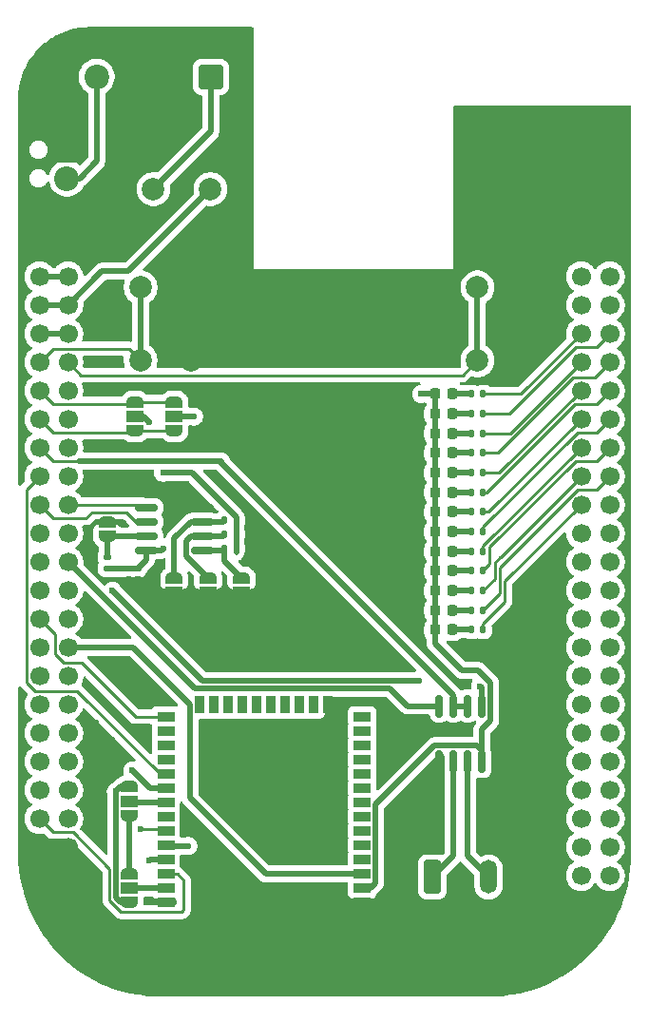
<source format=gbr>
%TF.GenerationSoftware,KiCad,Pcbnew,9.0.1+1*%
%TF.CreationDate,2025-11-17T18:19:27+00:00*%
%TF.ProjectId,com4bbb,636f6d34-6262-4622-9e6b-696361645f70,rev?*%
%TF.SameCoordinates,Original*%
%TF.FileFunction,Copper,L1,Top*%
%TF.FilePolarity,Positive*%
%FSLAX46Y46*%
G04 Gerber Fmt 4.6, Leading zero omitted, Abs format (unit mm)*
G04 Created by KiCad (PCBNEW 9.0.1+1) date 2025-11-17 18:19:27*
%MOMM*%
%LPD*%
G01*
G04 APERTURE LIST*
G04 Aperture macros list*
%AMRoundRect*
0 Rectangle with rounded corners*
0 $1 Rounding radius*
0 $2 $3 $4 $5 $6 $7 $8 $9 X,Y pos of 4 corners*
0 Add a 4 corners polygon primitive as box body*
4,1,4,$2,$3,$4,$5,$6,$7,$8,$9,$2,$3,0*
0 Add four circle primitives for the rounded corners*
1,1,$1+$1,$2,$3*
1,1,$1+$1,$4,$5*
1,1,$1+$1,$6,$7*
1,1,$1+$1,$8,$9*
0 Add four rect primitives between the rounded corners*
20,1,$1+$1,$2,$3,$4,$5,0*
20,1,$1+$1,$4,$5,$6,$7,0*
20,1,$1+$1,$6,$7,$8,$9,0*
20,1,$1+$1,$8,$9,$2,$3,0*%
%AMFreePoly0*
4,1,23,0.550000,-0.750000,0.000000,-0.750000,0.000000,-0.745722,-0.065263,-0.745722,-0.191342,-0.711940,-0.304381,-0.646677,-0.396677,-0.554381,-0.461940,-0.441342,-0.495722,-0.315263,-0.495722,-0.250000,-0.500000,-0.250000,-0.500000,0.250000,-0.495722,0.250000,-0.495722,0.315263,-0.461940,0.441342,-0.396677,0.554381,-0.304381,0.646677,-0.191342,0.711940,-0.065263,0.745722,0.000000,0.745722,
0.000000,0.750000,0.550000,0.750000,0.550000,-0.750000,0.550000,-0.750000,$1*%
%AMFreePoly1*
4,1,23,0.000000,0.745722,0.065263,0.745722,0.191342,0.711940,0.304381,0.646677,0.396677,0.554381,0.461940,0.441342,0.495722,0.315263,0.495722,0.250000,0.500000,0.250000,0.500000,-0.250000,0.495722,-0.250000,0.495722,-0.315263,0.461940,-0.441342,0.396677,-0.554381,0.304381,-0.646677,0.191342,-0.711940,0.065263,-0.745722,0.000000,-0.745722,0.000000,-0.750000,-0.550000,-0.750000,
-0.550000,0.750000,0.000000,0.750000,0.000000,0.745722,0.000000,0.745722,$1*%
%AMFreePoly2*
4,1,23,0.500000,-0.750000,0.000000,-0.750000,0.000000,-0.745722,-0.065263,-0.745722,-0.191342,-0.711940,-0.304381,-0.646677,-0.396677,-0.554381,-0.461940,-0.441342,-0.495722,-0.315263,-0.495722,-0.250000,-0.500000,-0.250000,-0.500000,0.250000,-0.495722,0.250000,-0.495722,0.315263,-0.461940,0.441342,-0.396677,0.554381,-0.304381,0.646677,-0.191342,0.711940,-0.065263,0.745722,0.000000,0.745722,
0.000000,0.750000,0.500000,0.750000,0.500000,-0.750000,0.500000,-0.750000,$1*%
%AMFreePoly3*
4,1,23,0.000000,0.745722,0.065263,0.745722,0.191342,0.711940,0.304381,0.646677,0.396677,0.554381,0.461940,0.441342,0.495722,0.315263,0.495722,0.250000,0.500000,0.250000,0.500000,-0.250000,0.495722,-0.250000,0.495722,-0.315263,0.461940,-0.441342,0.396677,-0.554381,0.304381,-0.646677,0.191342,-0.711940,0.065263,-0.745722,0.000000,-0.745722,0.000000,-0.750000,-0.500000,-0.750000,
-0.500000,0.750000,0.000000,0.750000,0.000000,0.745722,0.000000,0.745722,$1*%
G04 Aperture macros list end*
%TA.AperFunction,ComponentPad*%
%ADD10R,1.700000X1.700000*%
%TD*%
%TA.AperFunction,ComponentPad*%
%ADD11C,1.700000*%
%TD*%
%TA.AperFunction,SMDPad,CuDef*%
%ADD12RoundRect,0.140000X-0.170000X0.140000X-0.170000X-0.140000X0.170000X-0.140000X0.170000X0.140000X0*%
%TD*%
%TA.AperFunction,ComponentPad*%
%ADD13RoundRect,0.250001X-0.499999X-1.249999X0.499999X-1.249999X0.499999X1.249999X-0.499999X1.249999X0*%
%TD*%
%TA.AperFunction,ComponentPad*%
%ADD14O,1.500000X3.000000*%
%TD*%
%TA.AperFunction,SMDPad,CuDef*%
%ADD15FreePoly0,90.000000*%
%TD*%
%TA.AperFunction,SMDPad,CuDef*%
%ADD16R,1.500000X1.000000*%
%TD*%
%TA.AperFunction,SMDPad,CuDef*%
%ADD17FreePoly1,90.000000*%
%TD*%
%TA.AperFunction,SMDPad,CuDef*%
%ADD18FreePoly0,270.000000*%
%TD*%
%TA.AperFunction,SMDPad,CuDef*%
%ADD19FreePoly1,270.000000*%
%TD*%
%TA.AperFunction,SMDPad,CuDef*%
%ADD20FreePoly2,270.000000*%
%TD*%
%TA.AperFunction,SMDPad,CuDef*%
%ADD21FreePoly3,270.000000*%
%TD*%
%TA.AperFunction,SMDPad,CuDef*%
%ADD22FreePoly2,90.000000*%
%TD*%
%TA.AperFunction,SMDPad,CuDef*%
%ADD23FreePoly3,90.000000*%
%TD*%
%TA.AperFunction,SMDPad,CuDef*%
%ADD24RoundRect,0.135000X0.135000X0.185000X-0.135000X0.185000X-0.135000X-0.185000X0.135000X-0.185000X0*%
%TD*%
%TA.AperFunction,SMDPad,CuDef*%
%ADD25RoundRect,0.135000X0.185000X-0.135000X0.185000X0.135000X-0.185000X0.135000X-0.185000X-0.135000X0*%
%TD*%
%TA.AperFunction,ComponentPad*%
%ADD26C,2.000000*%
%TD*%
%TA.AperFunction,SMDPad,CuDef*%
%ADD27R,1.500000X0.900000*%
%TD*%
%TA.AperFunction,SMDPad,CuDef*%
%ADD28R,0.900000X1.500000*%
%TD*%
%TA.AperFunction,SMDPad,CuDef*%
%ADD29R,0.900000X0.900000*%
%TD*%
%TA.AperFunction,HeatsinkPad*%
%ADD30C,0.600000*%
%TD*%
%TA.AperFunction,HeatsinkPad*%
%ADD31R,3.800000X3.800000*%
%TD*%
%TA.AperFunction,SMDPad,CuDef*%
%ADD32RoundRect,0.150000X0.825000X0.150000X-0.825000X0.150000X-0.825000X-0.150000X0.825000X-0.150000X0*%
%TD*%
%TA.AperFunction,SMDPad,CuDef*%
%ADD33RoundRect,0.218750X0.218750X0.256250X-0.218750X0.256250X-0.218750X-0.256250X0.218750X-0.256250X0*%
%TD*%
%TA.AperFunction,SMDPad,CuDef*%
%ADD34RoundRect,0.135000X-0.135000X-0.185000X0.135000X-0.185000X0.135000X0.185000X-0.135000X0.185000X0*%
%TD*%
%TA.AperFunction,SMDPad,CuDef*%
%ADD35RoundRect,0.150000X-0.150000X0.825000X-0.150000X-0.825000X0.150000X-0.825000X0.150000X0.825000X0*%
%TD*%
%TA.AperFunction,ComponentPad*%
%ADD36RoundRect,0.249999X-0.850001X0.850001X-0.850001X-0.850001X0.850001X-0.850001X0.850001X0.850001X0*%
%TD*%
%TA.AperFunction,ComponentPad*%
%ADD37C,2.200000*%
%TD*%
%TA.AperFunction,ComponentPad*%
%ADD38RoundRect,0.249999X0.850001X0.850001X-0.850001X0.850001X-0.850001X-0.850001X0.850001X-0.850001X0*%
%TD*%
%TA.AperFunction,ViaPad*%
%ADD39C,0.600000*%
%TD*%
%TA.AperFunction,Conductor*%
%ADD40C,0.500000*%
%TD*%
%TA.AperFunction,Conductor*%
%ADD41C,0.250000*%
%TD*%
G04 APERTURE END LIST*
D10*
%TO.P,P8,1,Pin_1*%
%TO.N,GNDD*%
X164630100Y-62382400D03*
D11*
%TO.P,P8,2,Pin_2*%
X167170100Y-62382400D03*
%TO.P,P8,3,Pin_3*%
%TO.N,unconnected-(P8-Pin_3-Pad3)*%
X164630100Y-64922400D03*
%TO.P,P8,4,Pin_4*%
%TO.N,unconnected-(P8-Pin_4-Pad4)*%
X167170100Y-64922400D03*
%TO.P,P8,5,Pin_5*%
%TO.N,unconnected-(P8-Pin_5-Pad5)*%
X164630100Y-67462400D03*
%TO.P,P8,6,Pin_6*%
%TO.N,unconnected-(P8-Pin_6-Pad6)*%
X167170100Y-67462400D03*
%TO.P,P8,7,Pin_7*%
%TO.N,/LED0*%
X164630100Y-70002400D03*
%TO.P,P8,8,Pin_8*%
%TO.N,/LED1*%
X167170100Y-70002400D03*
%TO.P,P8,9,Pin_9*%
%TO.N,/LED2*%
X164630100Y-72542400D03*
%TO.P,P8,10,Pin_10*%
%TO.N,/LED3*%
X167170100Y-72542400D03*
%TO.P,P8,11,Pin_11*%
%TO.N,/LED4*%
X164630100Y-75082400D03*
%TO.P,P8,12,Pin_12*%
%TO.N,/LED5*%
X167170100Y-75082400D03*
%TO.P,P8,13,Pin_13*%
%TO.N,/LED6*%
X164630100Y-77622400D03*
%TO.P,P8,14,Pin_14*%
%TO.N,/LED7*%
X167170100Y-77622400D03*
%TO.P,P8,15,Pin_15*%
%TO.N,/LED8*%
X164630100Y-80162400D03*
%TO.P,P8,16,Pin_16*%
%TO.N,/LED9*%
X167170100Y-80162400D03*
%TO.P,P8,17,Pin_17*%
%TO.N,/LED10*%
X164630100Y-82702400D03*
%TO.P,P8,18,Pin_18*%
%TO.N,/LED11*%
X167170100Y-82702400D03*
%TO.P,P8,19,Pin_19*%
%TO.N,/LED12*%
X164630100Y-85242400D03*
%TO.P,P8,20,Pin_20*%
%TO.N,unconnected-(P8-Pin_20-Pad20)*%
X167170100Y-85242400D03*
%TO.P,P8,21,Pin_21*%
%TO.N,unconnected-(P8-Pin_21-Pad21)*%
X164630100Y-87782400D03*
%TO.P,P8,22,Pin_22*%
%TO.N,unconnected-(P8-Pin_22-Pad22)*%
X167170100Y-87782400D03*
%TO.P,P8,23,Pin_23*%
%TO.N,unconnected-(P8-Pin_23-Pad23)*%
X164630100Y-90322400D03*
%TO.P,P8,24,Pin_24*%
%TO.N,unconnected-(P8-Pin_24-Pad24)*%
X167170100Y-90322400D03*
%TO.P,P8,25,Pin_25*%
%TO.N,unconnected-(P8-Pin_25-Pad25)*%
X164630100Y-92862400D03*
%TO.P,P8,26,Pin_26*%
%TO.N,unconnected-(P8-Pin_26-Pad26)*%
X167170100Y-92862400D03*
%TO.P,P8,27,Pin_27*%
%TO.N,unconnected-(P8-Pin_27-Pad27)*%
X164630100Y-95402400D03*
%TO.P,P8,28,Pin_28*%
%TO.N,unconnected-(P8-Pin_28-Pad28)*%
X167170100Y-95402400D03*
%TO.P,P8,29,Pin_29*%
%TO.N,unconnected-(P8-Pin_29-Pad29)*%
X164630100Y-97942400D03*
%TO.P,P8,30,Pin_30*%
%TO.N,unconnected-(P8-Pin_30-Pad30)*%
X167170100Y-97942400D03*
%TO.P,P8,31,Pin_31*%
%TO.N,unconnected-(P8-Pin_31-Pad31)*%
X164630100Y-100482400D03*
%TO.P,P8,32,Pin_32*%
%TO.N,unconnected-(P8-Pin_32-Pad32)*%
X167170100Y-100482400D03*
%TO.P,P8,33,Pin_33*%
%TO.N,unconnected-(P8-Pin_33-Pad33)*%
X164630100Y-103022400D03*
%TO.P,P8,34,Pin_34*%
%TO.N,unconnected-(P8-Pin_34-Pad34)*%
X167170100Y-103022400D03*
%TO.P,P8,35,Pin_35*%
%TO.N,unconnected-(P8-Pin_35-Pad35)*%
X164630100Y-105562400D03*
%TO.P,P8,36,Pin_36*%
%TO.N,unconnected-(P8-Pin_36-Pad36)*%
X167170100Y-105562400D03*
%TO.P,P8,37,Pin_37*%
%TO.N,unconnected-(P8-Pin_37-Pad37)*%
X164630100Y-108102400D03*
%TO.P,P8,38,Pin_38*%
%TO.N,unconnected-(P8-Pin_38-Pad38)*%
X167170100Y-108102400D03*
%TO.P,P8,39,Pin_39*%
%TO.N,unconnected-(P8-Pin_39-Pad39)*%
X164630100Y-110642400D03*
%TO.P,P8,40,Pin_40*%
%TO.N,unconnected-(P8-Pin_40-Pad40)*%
X167170100Y-110642400D03*
%TO.P,P8,41,Pin_41*%
%TO.N,unconnected-(P8-Pin_41-Pad41)*%
X164630100Y-113182400D03*
%TO.P,P8,42,Pin_42*%
%TO.N,unconnected-(P8-Pin_42-Pad42)*%
X167170100Y-113182400D03*
%TO.P,P8,43,Pin_43*%
%TO.N,unconnected-(P8-Pin_43-Pad43)*%
X164630100Y-115722400D03*
%TO.P,P8,44,Pin_44*%
%TO.N,unconnected-(P8-Pin_44-Pad44)*%
X167170100Y-115722400D03*
%TO.P,P8,45,Pin_45*%
%TO.N,unconnected-(P8-Pin_45-Pad45)*%
X164630100Y-118262400D03*
%TO.P,P8,46,Pin_46*%
%TO.N,unconnected-(P8-Pin_46-Pad46)*%
X167170100Y-118262400D03*
%TD*%
D10*
%TO.P,P9,1,Pin_1*%
%TO.N,GNDD*%
X116370100Y-62382400D03*
D11*
%TO.P,P9,2,Pin_2*%
X118910100Y-62382400D03*
%TO.P,P9,3,Pin_3*%
%TO.N,+3V3*%
X116370100Y-64922400D03*
%TO.P,P9,4,Pin_4*%
X118910100Y-64922400D03*
%TO.P,P9,5,Pin_5*%
%TO.N,+5V*%
X116370100Y-67462400D03*
%TO.P,P9,6,Pin_6*%
X118910100Y-67462400D03*
%TO.P,P9,7,Pin_7*%
%TO.N,SYS_5V*%
X116370100Y-70002400D03*
%TO.P,P9,8,Pin_8*%
X118910100Y-70002400D03*
%TO.P,P9,9,Pin_9*%
%TO.N,PWR_BUT*%
X116370100Y-72542400D03*
%TO.P,P9,10,Pin_10*%
%TO.N,SYS_RESETN*%
X118910100Y-72542400D03*
%TO.P,P9,11,Pin_11*%
%TO.N,/UART4_RXD*%
X116370100Y-75082400D03*
%TO.P,P9,12,Pin_12*%
%TO.N,/GPIO_60*%
X118910100Y-75082400D03*
%TO.P,P9,13,Pin_13*%
%TO.N,/UART4_TXD*%
X116370100Y-77622400D03*
%TO.P,P9,14,Pin_14*%
%TO.N,unconnected-(P9-Pin_14-Pad14)*%
X118910100Y-77622400D03*
%TO.P,P9,15,Pin_15*%
%TO.N,/GPIO_48*%
X116370100Y-80162400D03*
%TO.P,P9,16,Pin_16*%
%TO.N,unconnected-(P9-Pin_16-Pad16)*%
X118910100Y-80162400D03*
%TO.P,P9,17,Pin_17*%
%TO.N,/SPI0_CS0*%
X116370100Y-82702400D03*
%TO.P,P9,18,Pin_18*%
%TO.N,/SPI0_D1*%
X118910100Y-82702400D03*
%TO.P,P9,19,Pin_19*%
%TO.N,/SCL*%
X116370100Y-85242400D03*
%TO.P,P9,20,Pin_20*%
%TO.N,/SDA*%
X118910100Y-85242400D03*
%TO.P,P9,21,Pin_21*%
%TO.N,/SPI0_D0*%
X116370100Y-87782400D03*
%TO.P,P9,22,Pin_22*%
%TO.N,/SPI0_SCLK*%
X118910100Y-87782400D03*
%TO.P,P9,23,Pin_23*%
%TO.N,unconnected-(P9-Pin_23-Pad23)*%
X116370100Y-90322400D03*
%TO.P,P9,24,Pin_24*%
%TO.N,/UART1_TXD*%
X118910100Y-90322400D03*
%TO.P,P9,25,Pin_25*%
%TO.N,unconnected-(P9-Pin_25-Pad25)*%
X116370100Y-92862400D03*
%TO.P,P9,26,Pin_26*%
%TO.N,/UART1_RXD*%
X118910100Y-92862400D03*
%TO.P,P9,27,Pin_27*%
%TO.N,/GPIO_125*%
X116370100Y-95402400D03*
%TO.P,P9,28,Pin_28*%
%TO.N,unconnected-(P9-Pin_28-Pad28)*%
X118910100Y-95402400D03*
%TO.P,P9,29,Pin_29*%
%TO.N,unconnected-(P9-Pin_29-Pad29)*%
X116370100Y-97942400D03*
%TO.P,P9,30,Pin_30*%
%TO.N,/GPIO_122*%
X118910100Y-97942400D03*
%TO.P,P9,31,Pin_31*%
%TO.N,unconnected-(P9-Pin_31-Pad31)*%
X116370100Y-100482400D03*
%TO.P,P9,32,Pin_32*%
%TO.N,VDD_ADC*%
X118910100Y-100482400D03*
%TO.P,P9,33,Pin_33*%
%TO.N,unconnected-(P9-Pin_33-Pad33)*%
X116370100Y-103022400D03*
%TO.P,P9,34,Pin_34*%
%TO.N,GNDA_ADC*%
X118910100Y-103022400D03*
%TO.P,P9,35,Pin_35*%
%TO.N,unconnected-(P9-Pin_35-Pad35)*%
X116370100Y-105562400D03*
%TO.P,P9,36,Pin_36*%
%TO.N,unconnected-(P9-Pin_36-Pad36)*%
X118910100Y-105562400D03*
%TO.P,P9,37,Pin_37*%
%TO.N,unconnected-(P9-Pin_37-Pad37)*%
X116370100Y-108102400D03*
%TO.P,P9,38,Pin_38*%
%TO.N,unconnected-(P9-Pin_38-Pad38)*%
X118910100Y-108102400D03*
%TO.P,P9,39,Pin_39*%
%TO.N,unconnected-(P9-Pin_39-Pad39)*%
X116370100Y-110642400D03*
%TO.P,P9,40,Pin_40*%
%TO.N,unconnected-(P9-Pin_40-Pad40)*%
X118910100Y-110642400D03*
%TO.P,P9,41,Pin_41*%
%TO.N,/GPIO_20*%
X116370100Y-113182400D03*
%TO.P,P9,42,Pin_42*%
%TO.N,unconnected-(P9-Pin_42-Pad42)*%
X118910100Y-113182400D03*
%TO.P,P9,43,Pin_43*%
%TO.N,GNDD*%
X116370100Y-115722400D03*
%TO.P,P9,44,Pin_44*%
X118910100Y-115722400D03*
%TO.P,P9,45,Pin_45*%
X116370100Y-118262400D03*
%TO.P,P9,46,Pin_46*%
X118910100Y-118262400D03*
%TD*%
D12*
%TO.P,C101,1*%
%TO.N,+3V3*%
X125120100Y-90902400D03*
%TO.P,C101,2*%
%TO.N,GNDD*%
X125120100Y-91862400D03*
%TD*%
D13*
%TO.P,J102,1,Pin_1*%
%TO.N,Net-(J102-Pin_1)*%
X151370100Y-118382400D03*
D14*
%TO.P,J102,2,Pin_2*%
%TO.N,Net-(J102-Pin_2)*%
X156370100Y-118382400D03*
%TD*%
D15*
%TO.P,JP101,1,A*%
%TO.N,/UART4_TXD*%
X124870100Y-78682400D03*
D16*
%TO.P,JP101,2,C*%
%TO.N,Net-(JP101-C)*%
X124870100Y-77382400D03*
D17*
%TO.P,JP101,3,B*%
%TO.N,/UART4_RXD*%
X124870100Y-76082400D03*
%TD*%
D18*
%TO.P,JP102,1,A*%
%TO.N,/UART4_RXD*%
X128370100Y-76082400D03*
D16*
%TO.P,JP102,2,C*%
%TO.N,Net-(JP102-C)*%
X128370100Y-77382400D03*
D19*
%TO.P,JP102,3,B*%
%TO.N,/UART4_TXD*%
X128370100Y-78682400D03*
%TD*%
D15*
%TO.P,JP103,1,A*%
%TO.N,/SPI0_D1*%
X124370100Y-112932400D03*
D16*
%TO.P,JP103,2,C*%
%TO.N,Net-(JP103-C)*%
X124370100Y-111632400D03*
D17*
%TO.P,JP103,3,B*%
%TO.N,/SPI0_D0*%
X124370100Y-110332400D03*
%TD*%
D15*
%TO.P,JP104,1,A*%
%TO.N,/SPI0_D0*%
X124370100Y-120682400D03*
D16*
%TO.P,JP104,2,C*%
%TO.N,Net-(JP104-C)*%
X124370100Y-119382400D03*
D17*
%TO.P,JP104,3,B*%
%TO.N,/SPI0_D1*%
X124370100Y-118082400D03*
%TD*%
D20*
%TO.P,JP105,1,A*%
%TO.N,Net-(JP105-A)*%
X128370100Y-91732400D03*
D21*
%TO.P,JP105,2,B*%
%TO.N,GNDD*%
X128370100Y-93032400D03*
%TD*%
D20*
%TO.P,JP107,1,A*%
%TO.N,Net-(JP107-A)*%
X134370100Y-91732400D03*
D21*
%TO.P,JP107,2,B*%
%TO.N,GNDD*%
X134370100Y-93032400D03*
%TD*%
D22*
%TO.P,JP108,1,A*%
%TO.N,Net-(JP108-A)*%
X122370100Y-88032400D03*
D23*
%TO.P,JP108,2,B*%
%TO.N,GNDD*%
X122370100Y-86732400D03*
%TD*%
D24*
%TO.P,R101,1*%
%TO.N,+3V3*%
X133880100Y-86632400D03*
%TO.P,R101,2*%
%TO.N,Net-(JP105-A)*%
X132860100Y-86632400D03*
%TD*%
%TO.P,R102,1*%
%TO.N,+3V3*%
X133880100Y-87882400D03*
%TO.P,R102,2*%
%TO.N,Net-(JP106-A)*%
X132860100Y-87882400D03*
%TD*%
D25*
%TO.P,R104,1*%
%TO.N,+3V3*%
X122370100Y-90892400D03*
%TO.P,R104,2*%
%TO.N,Net-(JP108-A)*%
X122370100Y-89872400D03*
%TD*%
D26*
%TO.P,SW101,1,1*%
%TO.N,SYS_RESETN*%
X155370100Y-72382400D03*
X155370100Y-65882400D03*
%TO.P,SW101,2,2*%
%TO.N,GNDD*%
X159870100Y-72382400D03*
X159870100Y-65882400D03*
%TD*%
%TO.P,SW102,1,1*%
%TO.N,PWR_BUT*%
X125370100Y-72382400D03*
X125370100Y-65882400D03*
%TO.P,SW102,2,2*%
%TO.N,GNDD*%
X129870100Y-72382400D03*
X129870100Y-65882400D03*
%TD*%
D27*
%TO.P,U104,1,GND*%
%TO.N,GNDD*%
X145120100Y-120637400D03*
%TO.P,U104,2,VDD*%
%TO.N,+3V3*%
X145120100Y-119367400D03*
%TO.P,U104,3,EN*%
%TO.N,/GPIO_122*%
X145120100Y-118097400D03*
%TO.P,U104,4,SENSOR_VP*%
%TO.N,unconnected-(U104-SENSOR_VP-Pad4)*%
X145120100Y-116827400D03*
%TO.P,U104,5,SENSOR_VN*%
%TO.N,unconnected-(U104-SENSOR_VN-Pad5)*%
X145120100Y-115557400D03*
%TO.P,U104,6,IO34*%
%TO.N,unconnected-(U104-IO34-Pad6)*%
X145120100Y-114287400D03*
%TO.P,U104,7,IO35*%
%TO.N,unconnected-(U104-IO35-Pad7)*%
X145120100Y-113017400D03*
%TO.P,U104,8,IO32*%
%TO.N,unconnected-(U104-IO32-Pad8)*%
X145120100Y-111747400D03*
%TO.P,U104,9,IO33*%
%TO.N,unconnected-(U104-IO33-Pad9)*%
X145120100Y-110477400D03*
%TO.P,U104,10,IO25*%
%TO.N,unconnected-(U104-IO25-Pad10)*%
X145120100Y-109207400D03*
%TO.P,U104,11,IO26*%
%TO.N,unconnected-(U104-IO26-Pad11)*%
X145120100Y-107937400D03*
%TO.P,U104,12,IO27*%
%TO.N,unconnected-(U104-IO27-Pad12)*%
X145120100Y-106667400D03*
%TO.P,U104,13,IO14*%
%TO.N,unconnected-(U104-IO14-Pad13)*%
X145120100Y-105397400D03*
%TO.P,U104,14,IO12*%
%TO.N,unconnected-(U104-IO12-Pad14)*%
X145120100Y-104127400D03*
D28*
%TO.P,U104,15,GND*%
%TO.N,GNDD*%
X142085100Y-103032400D03*
%TO.P,U104,16,IO13*%
%TO.N,unconnected-(U104-IO13-Pad16)*%
X140815100Y-103032400D03*
%TO.P,U104,17,SHD/SD2*%
%TO.N,unconnected-(U104-SHD{slash}SD2-Pad17)*%
X139545100Y-103032400D03*
%TO.P,U104,18,SWP/SD3*%
%TO.N,unconnected-(U104-SWP{slash}SD3-Pad18)*%
X138275100Y-103032400D03*
%TO.P,U104,19,SCS/CMD*%
%TO.N,unconnected-(U104-SCS{slash}CMD-Pad19)*%
X137005100Y-103032400D03*
%TO.P,U104,20,SCK/CLK*%
%TO.N,unconnected-(U104-SCK{slash}CLK-Pad20)*%
X135735100Y-103032400D03*
%TO.P,U104,21,SDO/SD0*%
%TO.N,unconnected-(U104-SDO{slash}SD0-Pad21)*%
X134465100Y-103032400D03*
%TO.P,U104,22,SDI/SD1*%
%TO.N,unconnected-(U104-SDI{slash}SD1-Pad22)*%
X133195100Y-103032400D03*
%TO.P,U104,23,IO15*%
%TO.N,unconnected-(U104-IO15-Pad23)*%
X131925100Y-103032400D03*
%TO.P,U104,24,IO2*%
%TO.N,unconnected-(U104-IO2-Pad24)*%
X130655100Y-103032400D03*
D27*
%TO.P,U104,25,IO0*%
%TO.N,/GPIO_125*%
X127620100Y-104127400D03*
%TO.P,U104,26,IO4*%
%TO.N,unconnected-(U104-IO4-Pad26)*%
X127620100Y-105397400D03*
%TO.P,U104,27,IO16*%
%TO.N,unconnected-(U104-IO16-Pad27)*%
X127620100Y-106667400D03*
%TO.P,U104,28,IO17*%
%TO.N,unconnected-(U104-IO17-Pad28)*%
X127620100Y-107937400D03*
%TO.P,U104,29,IO5*%
%TO.N,/SPI0_CS0*%
X127620100Y-109207400D03*
%TO.P,U104,30,IO18*%
%TO.N,/SPI0_SCLK*%
X127620100Y-110477400D03*
%TO.P,U104,31,IO19*%
%TO.N,Net-(JP103-C)*%
X127620100Y-111747400D03*
%TO.P,U104,32,NC*%
%TO.N,unconnected-(U104-NC-Pad32)*%
X127620100Y-113017400D03*
%TO.P,U104,33,IO21*%
%TO.N,/GPIO_60*%
X127620100Y-114287400D03*
%TO.P,U104,34,RXD0/IO3*%
%TO.N,Net-(JP102-C)*%
X127620100Y-115557400D03*
%TO.P,U104,35,TXD0/IO1*%
%TO.N,Net-(JP101-C)*%
X127620100Y-116827400D03*
%TO.P,U104,36,IO22*%
%TO.N,/GPIO_20*%
X127620100Y-118097400D03*
%TO.P,U104,37,IO23*%
%TO.N,Net-(JP104-C)*%
X127620100Y-119367400D03*
%TO.P,U104,38,GND*%
%TO.N,GNDD*%
X127620100Y-120637400D03*
D29*
%TO.P,U104,39,GND*%
X139270100Y-114472400D03*
D30*
X139270100Y-113772400D03*
D29*
X139270100Y-113072400D03*
D30*
X139270100Y-112372400D03*
D29*
X139270100Y-111672400D03*
D30*
X138570100Y-114472400D03*
X138570100Y-113072400D03*
X138570100Y-111672400D03*
D29*
X137870100Y-114472400D03*
D30*
X137870100Y-113772400D03*
D29*
X137870100Y-113072400D03*
D31*
X137870100Y-113072400D03*
D30*
X137870100Y-112372400D03*
D29*
X137870100Y-111672400D03*
D30*
X137170100Y-114472400D03*
X137170100Y-113072400D03*
X137170100Y-111672400D03*
D29*
X136470100Y-114472400D03*
D30*
X136470100Y-113772400D03*
D29*
X136470100Y-113072400D03*
D30*
X136470100Y-112372400D03*
D29*
X136470100Y-111672400D03*
%TD*%
D32*
%TO.P,U102,1,A0*%
%TO.N,Net-(JP107-A)*%
X130845100Y-89287400D03*
%TO.P,U102,2,A1*%
%TO.N,Net-(JP106-A)*%
X130845100Y-88017400D03*
%TO.P,U102,3,A2*%
%TO.N,Net-(JP105-A)*%
X130845100Y-86747400D03*
%TO.P,U102,4,GND*%
%TO.N,GNDD*%
X130845100Y-85477400D03*
%TO.P,U102,5,SDA*%
%TO.N,/SDA*%
X125895100Y-85477400D03*
%TO.P,U102,6,SCL*%
%TO.N,/SCL*%
X125895100Y-86747400D03*
%TO.P,U102,7,WP*%
%TO.N,Net-(JP108-A)*%
X125895100Y-88017400D03*
%TO.P,U102,8,VCC*%
%TO.N,+3V3*%
X125895100Y-89287400D03*
%TD*%
D33*
%TO.P,D101,1,K*%
%TO.N,Net-(D101-K)*%
X153157600Y-75382400D03*
%TO.P,D101,2,A*%
%TO.N,+3V3*%
X151582600Y-75382400D03*
%TD*%
%TO.P,D102,1,K*%
%TO.N,Net-(D102-K)*%
X153157600Y-77132400D03*
%TO.P,D102,2,A*%
%TO.N,+3V3*%
X151582600Y-77132400D03*
%TD*%
%TO.P,D103,1,K*%
%TO.N,Net-(D103-K)*%
X153157600Y-78882400D03*
%TO.P,D103,2,A*%
%TO.N,+3V3*%
X151582600Y-78882400D03*
%TD*%
%TO.P,D104,1,K*%
%TO.N,Net-(D104-K)*%
X153157600Y-80632400D03*
%TO.P,D104,2,A*%
%TO.N,+3V3*%
X151582600Y-80632400D03*
%TD*%
%TO.P,D105,1,K*%
%TO.N,Net-(D105-K)*%
X153157600Y-82382400D03*
%TO.P,D105,2,A*%
%TO.N,+3V3*%
X151582600Y-82382400D03*
%TD*%
%TO.P,D106,1,K*%
%TO.N,Net-(D106-K)*%
X153157600Y-84132400D03*
%TO.P,D106,2,A*%
%TO.N,+3V3*%
X151582600Y-84132400D03*
%TD*%
%TO.P,D107,1,K*%
%TO.N,Net-(D107-K)*%
X153157600Y-85882400D03*
%TO.P,D107,2,A*%
%TO.N,+3V3*%
X151582600Y-85882400D03*
%TD*%
%TO.P,D108,1,K*%
%TO.N,Net-(D108-K)*%
X153157600Y-87632400D03*
%TO.P,D108,2,A*%
%TO.N,+3V3*%
X151582600Y-87632400D03*
%TD*%
%TO.P,D109,1,K*%
%TO.N,Net-(D109-K)*%
X153157600Y-89382400D03*
%TO.P,D109,2,A*%
%TO.N,+3V3*%
X151582600Y-89382400D03*
%TD*%
%TO.P,D110,1,K*%
%TO.N,Net-(D110-K)*%
X153157600Y-91132400D03*
%TO.P,D110,2,A*%
%TO.N,+3V3*%
X151582600Y-91132400D03*
%TD*%
%TO.P,D111,1,K*%
%TO.N,Net-(D111-K)*%
X153157600Y-92882400D03*
%TO.P,D111,2,A*%
%TO.N,+3V3*%
X151582600Y-92882400D03*
%TD*%
%TO.P,D112,1,K*%
%TO.N,Net-(D112-K)*%
X153157600Y-94632400D03*
%TO.P,D112,2,A*%
%TO.N,+3V3*%
X151582600Y-94632400D03*
%TD*%
%TO.P,D113,1,K*%
%TO.N,Net-(D113-K)*%
X153157600Y-96382400D03*
%TO.P,D113,2,A*%
%TO.N,+3V3*%
X151582600Y-96382400D03*
%TD*%
D34*
%TO.P,R105,1*%
%TO.N,Net-(D101-K)*%
X154860100Y-75382400D03*
%TO.P,R105,2*%
%TO.N,/LED0*%
X155880100Y-75382400D03*
%TD*%
%TO.P,R106,1*%
%TO.N,Net-(D102-K)*%
X154860100Y-77132400D03*
%TO.P,R106,2*%
%TO.N,/LED1*%
X155880100Y-77132400D03*
%TD*%
%TO.P,R107,1*%
%TO.N,Net-(D103-K)*%
X154860100Y-78882400D03*
%TO.P,R107,2*%
%TO.N,/LED2*%
X155880100Y-78882400D03*
%TD*%
%TO.P,R108,1*%
%TO.N,Net-(D104-K)*%
X154860100Y-80632400D03*
%TO.P,R108,2*%
%TO.N,/LED3*%
X155880100Y-80632400D03*
%TD*%
%TO.P,R109,1*%
%TO.N,Net-(D105-K)*%
X154860100Y-82382400D03*
%TO.P,R109,2*%
%TO.N,/LED4*%
X155880100Y-82382400D03*
%TD*%
%TO.P,R110,1*%
%TO.N,Net-(D106-K)*%
X154860100Y-84132400D03*
%TO.P,R110,2*%
%TO.N,/LED5*%
X155880100Y-84132400D03*
%TD*%
%TO.P,R111,1*%
%TO.N,Net-(D107-K)*%
X154860100Y-85882400D03*
%TO.P,R111,2*%
%TO.N,/LED6*%
X155880100Y-85882400D03*
%TD*%
%TO.P,R112,1*%
%TO.N,Net-(D108-K)*%
X154860100Y-87632400D03*
%TO.P,R112,2*%
%TO.N,/LED7*%
X155880100Y-87632400D03*
%TD*%
%TO.P,R113,1*%
%TO.N,Net-(D109-K)*%
X154860100Y-89382400D03*
%TO.P,R113,2*%
%TO.N,/LED8*%
X155880100Y-89382400D03*
%TD*%
%TO.P,R114,1*%
%TO.N,Net-(D110-K)*%
X154860100Y-91132400D03*
%TO.P,R114,2*%
%TO.N,/LED9*%
X155880100Y-91132400D03*
%TD*%
%TO.P,R115,1*%
%TO.N,Net-(D111-K)*%
X154860100Y-92882400D03*
%TO.P,R115,2*%
%TO.N,/LED10*%
X155880100Y-92882400D03*
%TD*%
%TO.P,R116,1*%
%TO.N,Net-(D112-K)*%
X154860100Y-94632400D03*
%TO.P,R116,2*%
%TO.N,/LED11*%
X155880100Y-94632400D03*
%TD*%
%TO.P,R117,1*%
%TO.N,Net-(D113-K)*%
X154860100Y-96382400D03*
%TO.P,R117,2*%
%TO.N,/LED12*%
X155880100Y-96382400D03*
%TD*%
D24*
%TO.P,R103,1*%
%TO.N,+3V3*%
X133880100Y-89132400D03*
%TO.P,R103,2*%
%TO.N,Net-(JP107-A)*%
X132860100Y-89132400D03*
%TD*%
D20*
%TO.P,JP106,1,A*%
%TO.N,Net-(JP106-A)*%
X131370100Y-91732400D03*
D21*
%TO.P,JP106,2,B*%
%TO.N,GNDD*%
X131370100Y-93032400D03*
%TD*%
D35*
%TO.P,U103,1,RO*%
%TO.N,/UART1_RXD*%
X155775100Y-103157400D03*
%TO.P,U103,2,~{RE}*%
%TO.N,/GPIO_48*%
X154505100Y-103157400D03*
%TO.P,U103,3,DE*%
X153235100Y-103157400D03*
%TO.P,U103,4,DI*%
%TO.N,/UART1_TXD*%
X151965100Y-103157400D03*
%TO.P,U103,5,GND*%
%TO.N,GNDD*%
X151965100Y-108107400D03*
%TO.P,U103,6,A*%
%TO.N,Net-(J102-Pin_1)*%
X153235100Y-108107400D03*
%TO.P,U103,7,B*%
%TO.N,Net-(J102-Pin_2)*%
X154505100Y-108107400D03*
%TO.P,U103,8,VCC*%
%TO.N,+3V3*%
X155775100Y-108107400D03*
%TD*%
D36*
%TO.P,J101,1,Pin_1*%
%TO.N,GNDD*%
X118807500Y-53632400D03*
D37*
%TO.P,J101,2,Pin_2*%
%TO.N,Net-(D114-A)*%
X118807500Y-56172400D03*
%TD*%
D26*
%TO.P,U101,1,Vin*%
%TO.N,Net-(D114-K)*%
X126500000Y-57132400D03*
%TO.P,U101,2,GND*%
%TO.N,GNDD*%
X129040000Y-57132400D03*
%TO.P,U101,3,Vout*%
%TO.N,+5V*%
X131580000Y-57132400D03*
%TD*%
D38*
%TO.P,D114,1,K*%
%TO.N,Net-(D114-K)*%
X131620100Y-47132400D03*
D37*
%TO.P,D114,2,A*%
%TO.N,Net-(D114-A)*%
X121460100Y-47132400D03*
%TD*%
D39*
%TO.N,GNDD*%
X121870100Y-95882400D03*
X144870100Y-97632400D03*
X122620100Y-74882400D03*
X129870100Y-92882400D03*
X129370100Y-97632400D03*
X123370100Y-103882400D03*
X139370100Y-95132400D03*
X121370100Y-69632400D03*
X122870100Y-106132400D03*
X136870100Y-108132400D03*
X121870100Y-99382400D03*
X123620100Y-84132400D03*
X123120100Y-70132400D03*
X121620100Y-114632400D03*
X121370100Y-104632400D03*
X132620100Y-106882400D03*
X120870100Y-82632400D03*
X120870100Y-87382400D03*
X120870100Y-101382400D03*
X137870100Y-90382400D03*
X121120100Y-72382400D03*
X123270100Y-100982400D03*
X135620100Y-98132400D03*
X123870100Y-86882400D03*
X124370100Y-91882400D03*
X123120100Y-72632400D03*
X141870100Y-106882400D03*
X121120100Y-74632400D03*
X121370100Y-110882400D03*
X121120100Y-94632400D03*
X121620100Y-80132400D03*
X141870100Y-115382400D03*
X126120100Y-120632400D03*
%TO.N,+3V3*%
X150370100Y-75382400D03*
X127370100Y-82382400D03*
X127370100Y-89132400D03*
%TO.N,/SPI0_D1*%
X124370100Y-114132400D03*
%TO.N,/SPI0_D0*%
X123170099Y-110772399D03*
%TO.N,/GPIO_60*%
X125370100Y-114132400D03*
%TO.N,/SPI0_SCLK*%
X124620100Y-108882400D03*
%TO.N,/UART1_RXD*%
X150215149Y-100880796D03*
X122870100Y-92882400D03*
X155620100Y-101382400D03*
%TO.N,Net-(JP101-C)*%
X126120100Y-77882400D03*
X126120100Y-116882400D03*
%TO.N,Net-(JP102-C)*%
X129620100Y-115632400D03*
X130120100Y-77382400D03*
%TD*%
D40*
%TO.N,+3V3*%
X125895100Y-89287400D02*
X127215100Y-89287400D01*
X155450200Y-100000000D02*
X156525110Y-101074910D01*
X150370100Y-75382400D02*
X151582600Y-75382400D01*
X154000000Y-100000000D02*
X155450200Y-100000000D01*
X129950100Y-82382400D02*
X127370100Y-82382400D01*
X151566566Y-106682390D02*
X146320101Y-111928855D01*
X155775100Y-108107400D02*
X155775100Y-105250010D01*
X133880100Y-86312400D02*
X133880100Y-86632400D01*
X155325090Y-106682390D02*
X151566566Y-106682390D01*
X133880100Y-87882400D02*
X133880100Y-89132400D01*
X125895100Y-89287400D02*
X125895100Y-90127400D01*
X122370100Y-90892400D02*
X125110100Y-90892400D01*
X151582600Y-75382400D02*
X151582600Y-96382400D01*
X155775100Y-108107400D02*
X155775100Y-107132400D01*
X125895100Y-90127400D02*
X125120100Y-90902400D01*
X146320101Y-118907401D02*
X145860102Y-119367400D01*
X156525110Y-101074910D02*
X156525110Y-104500000D01*
X146320101Y-111928855D02*
X146320101Y-118907401D01*
X151582600Y-97582600D02*
X154000000Y-100000000D01*
X133880100Y-86632400D02*
X133880100Y-87882400D01*
X129950100Y-82382400D02*
X133880100Y-86312400D01*
X151582600Y-96382400D02*
X151582600Y-97582600D01*
X155775100Y-107132400D02*
X155325090Y-106682390D01*
X155775100Y-105250010D02*
X156525110Y-104500000D01*
X127215100Y-89287400D02*
X127370100Y-89132400D01*
X133880100Y-89452400D02*
X133880100Y-86632400D01*
X116370100Y-64922400D02*
X118910100Y-64922400D01*
X145860102Y-119367400D02*
X144870100Y-119367400D01*
%TO.N,+5V*%
X124280001Y-64432399D02*
X121940101Y-64432399D01*
X116370100Y-67462400D02*
X118910100Y-67462400D01*
X118910100Y-67462400D02*
X121940101Y-64432399D01*
X131580000Y-57132400D02*
X124280001Y-64432399D01*
%TO.N,SYS_5V*%
X116370100Y-70002400D02*
X118910100Y-70002400D01*
%TO.N,PWR_BUT*%
X125370100Y-65882400D02*
X125370100Y-72382400D01*
D41*
X124341499Y-71353799D02*
X125370100Y-72382400D01*
X117558701Y-71353799D02*
X124341499Y-71353799D01*
X116370100Y-72542400D02*
X117558701Y-71353799D01*
D40*
%TO.N,SYS_RESETN*%
X155370100Y-65882400D02*
X155370100Y-72382400D01*
D41*
X120075101Y-73707401D02*
X154045099Y-73707401D01*
X154045099Y-73707401D02*
X155370100Y-72382400D01*
X118910100Y-72542400D02*
X120075101Y-73707401D01*
D40*
%TO.N,Net-(D101-K)*%
X153157600Y-75382400D02*
X154860100Y-75382400D01*
%TO.N,Net-(D102-K)*%
X153157600Y-77132400D02*
X154860100Y-77132400D01*
D41*
%TO.N,/UART4_TXD*%
X116370100Y-77622400D02*
X117558701Y-78811001D01*
X117558701Y-78811001D02*
X124741499Y-78811001D01*
X124870100Y-78682400D02*
X128370100Y-78682400D01*
%TO.N,/UART4_RXD*%
X124870100Y-76082400D02*
X128370100Y-76082400D01*
X117558701Y-76271001D02*
X124681499Y-76271001D01*
X116370100Y-75082400D02*
X117558701Y-76271001D01*
D40*
%TO.N,Net-(D103-K)*%
X153120100Y-78882400D02*
X154860100Y-78882400D01*
X153157600Y-78882400D02*
X154860100Y-78882400D01*
%TO.N,Net-(D104-K)*%
X153157600Y-80632400D02*
X154860100Y-80632400D01*
%TO.N,/SPI0_D1*%
X124370100Y-112932400D02*
X124370100Y-114132400D01*
X124370100Y-114132400D02*
X124370100Y-118082400D01*
%TO.N,/SPI0_D0*%
X123170099Y-110772399D02*
X123170099Y-120242401D01*
X123610098Y-120682400D02*
X124370100Y-120682400D01*
X123170099Y-120242401D02*
X123610098Y-120682400D01*
X124370100Y-110332400D02*
X123610098Y-110332400D01*
X123610098Y-110332400D02*
X123170099Y-110772399D01*
%TO.N,Net-(D105-K)*%
X153157600Y-82382400D02*
X154860100Y-82382400D01*
%TO.N,Net-(D106-K)*%
X153157600Y-84132400D02*
X154860100Y-84132400D01*
%TO.N,Net-(D107-K)*%
X154860100Y-85882400D02*
X153157600Y-85882400D01*
%TO.N,Net-(D108-K)*%
X154860100Y-87632400D02*
X153157600Y-87632400D01*
%TO.N,Net-(D109-K)*%
X154860100Y-89382400D02*
X153157600Y-89382400D01*
%TO.N,Net-(D110-K)*%
X154860100Y-91132400D02*
X153157600Y-91132400D01*
D41*
%TO.N,/GPIO_60*%
X125370100Y-114132400D02*
X127715100Y-114132400D01*
D40*
%TO.N,/GPIO_48*%
X153235100Y-102182400D02*
X132403701Y-81351001D01*
D41*
X119901499Y-81351001D02*
X120088701Y-81351001D01*
D40*
X130801499Y-81351001D02*
X120088701Y-81351001D01*
X153235100Y-103157400D02*
X153235100Y-102182400D01*
X130801499Y-81351001D02*
X132553701Y-81351001D01*
D41*
X116370100Y-80162400D02*
X117558701Y-81351001D01*
X117558701Y-81351001D02*
X119901499Y-81351001D01*
D40*
X154505100Y-103157400D02*
X153235100Y-103157400D01*
X132403701Y-81351001D02*
X119901499Y-81351001D01*
D41*
%TO.N,/SPI0_CS0*%
X115962369Y-101833799D02*
X119731497Y-101833799D01*
X116370100Y-82702400D02*
X115181499Y-83891001D01*
X115181499Y-101052929D02*
X115962369Y-101833799D01*
X115181499Y-83891001D02*
X115181499Y-101052929D01*
X119731497Y-101833799D02*
X127105098Y-109207400D01*
%TO.N,/SCL*%
X121029601Y-85901400D02*
X120500000Y-86431001D01*
X125895100Y-86747400D02*
X124920101Y-86747400D01*
X116370100Y-85242400D02*
X117558701Y-86431001D01*
X124920101Y-86747400D02*
X124074101Y-85901400D01*
X124074101Y-85901400D02*
X121029601Y-85901400D01*
X117558701Y-86431001D02*
X120500000Y-86431001D01*
%TO.N,/SDA*%
X125660100Y-85242400D02*
X125895100Y-85477400D01*
X118910100Y-85242400D02*
X125660100Y-85242400D01*
D40*
%TO.N,/SPI0_SCLK*%
X126215100Y-110477400D02*
X127870100Y-110477400D01*
X124620100Y-108882400D02*
X126215100Y-110477400D01*
%TO.N,/UART1_TXD*%
X118910100Y-90322400D02*
X130170101Y-101582401D01*
X130170101Y-101582401D02*
X147570101Y-101582401D01*
X149145100Y-103157400D02*
X151965100Y-103157400D01*
X147570101Y-101582401D02*
X149145100Y-103157400D01*
%TO.N,/UART1_RXD*%
X130868496Y-100880796D02*
X150215149Y-100880796D01*
X155775100Y-101537400D02*
X155620100Y-101382400D01*
X155775100Y-103157400D02*
X155775100Y-101537400D01*
X122870100Y-92882400D02*
X130868496Y-100880796D01*
D41*
%TO.N,/GPIO_20*%
X123621922Y-121507410D02*
X129035092Y-121507410D01*
X116370100Y-113182400D02*
X117558701Y-114371001D01*
X122595089Y-117648259D02*
X122595089Y-120480577D01*
X119317831Y-114371001D02*
X122595089Y-117648259D01*
X129195101Y-121347401D02*
X129195101Y-118657399D01*
X122595089Y-120480577D02*
X123621922Y-121507410D01*
X128635102Y-118097400D02*
X127870100Y-118097400D01*
X129035092Y-121507410D02*
X129195101Y-121347401D01*
X129195101Y-118657399D02*
X128635102Y-118097400D01*
X117558701Y-114371001D02*
X119317831Y-114371001D01*
D40*
%TO.N,Net-(D111-K)*%
X154860100Y-92882400D02*
X153157600Y-92882400D01*
%TO.N,Net-(D112-K)*%
X154860100Y-94632400D02*
X153157600Y-94632400D01*
%TO.N,Net-(D113-K)*%
X154860100Y-96382400D02*
X153157600Y-96382400D01*
%TO.N,Net-(D114-K)*%
X126500000Y-57132400D02*
X131620100Y-52012300D01*
X131620100Y-52012300D02*
X131620100Y-47132400D01*
%TO.N,Net-(D114-A)*%
X118370100Y-56172400D02*
X119925734Y-56172400D01*
X121460100Y-54638034D02*
X121460100Y-47132400D01*
X119925734Y-56172400D02*
X121460100Y-54638034D01*
%TO.N,Net-(J102-Pin_2)*%
X154505100Y-116517400D02*
X156370100Y-118382400D01*
X154505100Y-108107400D02*
X154505100Y-116517400D01*
%TO.N,Net-(J102-Pin_1)*%
X153235100Y-116517400D02*
X151370100Y-118382400D01*
X153235100Y-108107400D02*
X153235100Y-116517400D01*
%TO.N,Net-(JP101-C)*%
X126175100Y-116827400D02*
X126120100Y-116882400D01*
X127870100Y-116827400D02*
X126175100Y-116827400D01*
X125620100Y-77382400D02*
X126120100Y-77882400D01*
X124870100Y-77382400D02*
X125620100Y-77382400D01*
%TO.N,Net-(JP102-C)*%
X130120100Y-77382400D02*
X128370100Y-77382400D01*
X129620100Y-115632400D02*
X127945100Y-115632400D01*
%TO.N,Net-(JP103-C)*%
X127870100Y-111747400D02*
X124485100Y-111747400D01*
%TO.N,Net-(JP104-C)*%
X127870100Y-119367400D02*
X124385100Y-119367400D01*
%TO.N,Net-(JP105-A)*%
X132745100Y-86747400D02*
X132860100Y-86632400D01*
X129870100Y-86747400D02*
X128370100Y-88247400D01*
X130845100Y-86747400D02*
X129870100Y-86747400D01*
X128370100Y-88247400D02*
X128370100Y-91732400D01*
X130845100Y-86747400D02*
X132745100Y-86747400D01*
%TO.N,Net-(JP106-A)*%
X129420090Y-89782390D02*
X131370100Y-91732400D01*
X130845100Y-88017400D02*
X129870100Y-88017400D01*
X129420090Y-88467410D02*
X129420090Y-89782390D01*
X132725100Y-88017400D02*
X132860100Y-87882400D01*
X130845100Y-88017400D02*
X132725100Y-88017400D01*
X129870100Y-88017400D02*
X129420090Y-88467410D01*
D41*
%TO.N,/LED0*%
X164630100Y-70002400D02*
X159250100Y-75382400D01*
X159250100Y-75382400D02*
X155880100Y-75382400D01*
%TO.N,/LED1*%
X158196951Y-77132400D02*
X155880100Y-77132400D01*
X167170100Y-70002400D02*
X165980500Y-71192000D01*
X164137351Y-71192000D02*
X158196951Y-77132400D01*
X165980500Y-71192000D02*
X164137351Y-71192000D01*
%TO.N,/LED2*%
X164630100Y-72542400D02*
X158290100Y-78882400D01*
X158290100Y-78882400D02*
X155880100Y-78882400D01*
%TO.N,/LED3*%
X157177910Y-80632400D02*
X155880100Y-80632400D01*
X165819700Y-73892800D02*
X163917510Y-73892800D01*
X167170100Y-72542400D02*
X165819700Y-73892800D01*
X163917510Y-73892800D02*
X157177910Y-80632400D01*
%TO.N,/LED4*%
X164630100Y-75082400D02*
X157330100Y-82382400D01*
X157330100Y-82382400D02*
X155880100Y-82382400D01*
%TO.N,/LED5*%
X164078310Y-76272000D02*
X156217910Y-84132400D01*
X167170100Y-75082400D02*
X165980500Y-76272000D01*
X165980500Y-76272000D02*
X164078310Y-76272000D01*
X156217910Y-84132400D02*
X155880100Y-84132400D01*
%TO.N,/LED6*%
X164630100Y-77622400D02*
X156370100Y-85882400D01*
X156370100Y-85882400D02*
X155880100Y-85882400D01*
%TO.N,/LED7*%
X167170100Y-77622400D02*
X165980500Y-78812000D01*
X165980500Y-78812000D02*
X164298151Y-78812000D01*
X164298151Y-78812000D02*
X155880100Y-87230051D01*
X155880100Y-87230051D02*
X155880100Y-87632400D01*
%TO.N,/LED8*%
X155880100Y-88912400D02*
X155880100Y-89382400D01*
X164630100Y-80162400D02*
X155880100Y-88912400D01*
%TO.N,/LED9*%
X156476100Y-89002706D02*
X156476100Y-90536400D01*
X167170100Y-80162400D02*
X165980500Y-81352000D01*
X165980500Y-81352000D02*
X164126806Y-81352000D01*
X164126806Y-81352000D02*
X156476100Y-89002706D01*
X156476100Y-90536400D02*
X155880100Y-91132400D01*
%TO.N,/LED10*%
X164630100Y-82702400D02*
X157432500Y-89900000D01*
X157432500Y-89900000D02*
X157400000Y-89900000D01*
X157400000Y-89900000D02*
X156927100Y-90372900D01*
X156927100Y-91835400D02*
X155880100Y-92882400D01*
X156927100Y-90372900D02*
X156927100Y-91835400D01*
%TO.N,/LED11*%
X157378100Y-90812051D02*
X157378100Y-93134400D01*
X165980500Y-83892000D02*
X164298151Y-83892000D01*
X167170100Y-82702400D02*
X165980500Y-83892000D01*
X157378100Y-93134400D02*
X155880100Y-94632400D01*
X164298151Y-83892000D02*
X157378100Y-90812051D01*
%TO.N,/LED12*%
X155880100Y-96382400D02*
X155880100Y-95819900D01*
X157829100Y-93870900D02*
X157829100Y-92043400D01*
X155880100Y-95819900D02*
X157829100Y-93870900D01*
X157829100Y-92043400D02*
X164630100Y-85242400D01*
D40*
%TO.N,Net-(JP107-A)*%
X132705100Y-89287400D02*
X132860100Y-89132400D01*
X132860100Y-90222400D02*
X134370100Y-91732400D01*
X130845100Y-89287400D02*
X132705100Y-89287400D01*
X132860100Y-89132400D02*
X132860100Y-90222400D01*
%TO.N,Net-(JP108-A)*%
X122370100Y-88032400D02*
X122370100Y-89872400D01*
X125895100Y-88017400D02*
X122385100Y-88017400D01*
D41*
%TO.N,/GPIO_125*%
X117721499Y-98512929D02*
X118502369Y-99293799D01*
X120106497Y-99293799D02*
X124940098Y-104127400D01*
X117721499Y-96753799D02*
X117721499Y-98512929D01*
X116370100Y-95402400D02*
X117721499Y-96753799D01*
X124940098Y-104127400D02*
X127870100Y-104127400D01*
X118502369Y-99293799D02*
X120106497Y-99293799D01*
D40*
%TO.N,/GPIO_122*%
X129755099Y-111332401D02*
X136520098Y-118097400D01*
X118910100Y-97942400D02*
X124680100Y-97942400D01*
X136520098Y-118097400D02*
X144870100Y-118097400D01*
X129755099Y-103017399D02*
X129755099Y-111332401D01*
X124680100Y-97942400D02*
X129755099Y-103017399D01*
%TD*%
%TA.AperFunction,Conductor*%
%TO.N,GNDD*%
G36*
X135360451Y-42719172D02*
G01*
X135406944Y-42772828D01*
X135418330Y-42825170D01*
X135418330Y-64288134D01*
X135419365Y-64289169D01*
X135419367Y-64289170D01*
X153200833Y-64289170D01*
X153201870Y-64288133D01*
X153201870Y-49810170D01*
X153221872Y-49742049D01*
X153275528Y-49695556D01*
X153327870Y-49684170D01*
X168947330Y-49684170D01*
X169015451Y-49704172D01*
X169061944Y-49757828D01*
X169073330Y-49810170D01*
X169073330Y-116355686D01*
X169073284Y-116359098D01*
X169055413Y-117018775D01*
X169055261Y-117022427D01*
X169052521Y-117071220D01*
X169052303Y-117074382D01*
X169000710Y-117707989D01*
X169000333Y-117711873D01*
X168995377Y-117755852D01*
X168995017Y-117758752D01*
X168908437Y-118394217D01*
X168907809Y-118398315D01*
X168901724Y-118434125D01*
X168901248Y-118436761D01*
X168778743Y-119075198D01*
X168777840Y-119079494D01*
X168772389Y-119103374D01*
X168771825Y-119105742D01*
X168611911Y-119748773D01*
X168610713Y-119753238D01*
X168608539Y-119760786D01*
X168607911Y-119762897D01*
X168409619Y-120408701D01*
X168407440Y-120415168D01*
X168172635Y-121054300D01*
X168170109Y-121060639D01*
X167901050Y-121686109D01*
X167898185Y-121692302D01*
X167595658Y-122302294D01*
X167592462Y-122308323D01*
X167257347Y-122901054D01*
X167253828Y-122906902D01*
X166887126Y-123480600D01*
X166883297Y-123486248D01*
X166486058Y-124039277D01*
X166481928Y-124044709D01*
X166055345Y-124575402D01*
X166050927Y-124580603D01*
X165596234Y-125087428D01*
X165591541Y-125092382D01*
X165110082Y-125573841D01*
X165105128Y-125578534D01*
X164598303Y-126033227D01*
X164593102Y-126037645D01*
X164062409Y-126464228D01*
X164056977Y-126468358D01*
X163503948Y-126865597D01*
X163498300Y-126869426D01*
X162924602Y-127236128D01*
X162918754Y-127239647D01*
X162326023Y-127574762D01*
X162319994Y-127577958D01*
X161710002Y-127880485D01*
X161703809Y-127883350D01*
X161078339Y-128152409D01*
X161072000Y-128154935D01*
X160432868Y-128389740D01*
X160426401Y-128391919D01*
X159780597Y-128590211D01*
X159778486Y-128590839D01*
X159770938Y-128593013D01*
X159766473Y-128594211D01*
X159123442Y-128754125D01*
X159121074Y-128754689D01*
X159097194Y-128760140D01*
X159092898Y-128761043D01*
X158454461Y-128883548D01*
X158451825Y-128884024D01*
X158416015Y-128890109D01*
X158411917Y-128890737D01*
X157776452Y-128977317D01*
X157773552Y-128977677D01*
X157729573Y-128982633D01*
X157725689Y-128983010D01*
X157092082Y-129034603D01*
X157088920Y-129034821D01*
X157040127Y-129037561D01*
X157036475Y-129037713D01*
X156376798Y-129055584D01*
X156373386Y-129055630D01*
X127166814Y-129055630D01*
X127163402Y-129055584D01*
X126503723Y-129037713D01*
X126500071Y-129037561D01*
X126451278Y-129034821D01*
X126448116Y-129034603D01*
X125814509Y-128983010D01*
X125810625Y-128982633D01*
X125766646Y-128977677D01*
X125763746Y-128977317D01*
X125128281Y-128890737D01*
X125124183Y-128890109D01*
X125088373Y-128884024D01*
X125085737Y-128883548D01*
X124447300Y-128761043D01*
X124443004Y-128760140D01*
X124419124Y-128754689D01*
X124416756Y-128754125D01*
X123773725Y-128594211D01*
X123769260Y-128593013D01*
X123761712Y-128590839D01*
X123759601Y-128590211D01*
X123113798Y-128391919D01*
X123107331Y-128389740D01*
X122468199Y-128154935D01*
X122461860Y-128152409D01*
X121836390Y-127883350D01*
X121830197Y-127880485D01*
X121220205Y-127577958D01*
X121214176Y-127574762D01*
X120621445Y-127239647D01*
X120615597Y-127236128D01*
X120041899Y-126869426D01*
X120036251Y-126865597D01*
X119483222Y-126468358D01*
X119477790Y-126464228D01*
X118947097Y-126037645D01*
X118941896Y-126033227D01*
X118435071Y-125578534D01*
X118430117Y-125573841D01*
X117948658Y-125092382D01*
X117943965Y-125087428D01*
X117489272Y-124580603D01*
X117484854Y-124575402D01*
X117278033Y-124318105D01*
X117058260Y-124044695D01*
X117054152Y-124039291D01*
X116656902Y-123486248D01*
X116653073Y-123480600D01*
X116572249Y-123354153D01*
X116286362Y-122906888D01*
X116282860Y-122901068D01*
X115947731Y-122308313D01*
X115944541Y-122302294D01*
X115642014Y-121692302D01*
X115639149Y-121686109D01*
X115466607Y-121285007D01*
X115370080Y-121060615D01*
X115367573Y-121054323D01*
X115132757Y-120415164D01*
X115130580Y-120408701D01*
X115121856Y-120380287D01*
X114932248Y-119762766D01*
X114931693Y-119760902D01*
X114929477Y-119753210D01*
X114928298Y-119748814D01*
X114768370Y-119105730D01*
X114767809Y-119103374D01*
X114762358Y-119079494D01*
X114761463Y-119075239D01*
X114638947Y-118436746D01*
X114638474Y-118434125D01*
X114632389Y-118398315D01*
X114631768Y-118394267D01*
X114545173Y-117758688D01*
X114544821Y-117755852D01*
X114539859Y-117711821D01*
X114539498Y-117708094D01*
X114487887Y-117074278D01*
X114487683Y-117071316D01*
X114484933Y-117022352D01*
X114484788Y-117018856D01*
X114466916Y-116359098D01*
X114466870Y-116355686D01*
X114466870Y-101537720D01*
X114486872Y-101469599D01*
X114540528Y-101423106D01*
X114610802Y-101413002D01*
X114675382Y-101442496D01*
X114685030Y-101452405D01*
X114685051Y-101452385D01*
X115273019Y-102040353D01*
X115307045Y-102102665D01*
X115301980Y-102173480D01*
X115285860Y-102203509D01*
X115208208Y-102310387D01*
X115111129Y-102500915D01*
X115111126Y-102500921D01*
X115045052Y-102704278D01*
X115045051Y-102704283D01*
X115045051Y-102704284D01*
X115011600Y-102915484D01*
X115011600Y-103129316D01*
X115043636Y-103331580D01*
X115045052Y-103340521D01*
X115111125Y-103543875D01*
X115111128Y-103543883D01*
X115208206Y-103734409D01*
X115208208Y-103734412D01*
X115239282Y-103777181D01*
X115333894Y-103907404D01*
X115333896Y-103907406D01*
X115333898Y-103907409D01*
X115485090Y-104058601D01*
X115485093Y-104058603D01*
X115485096Y-104058606D01*
X115658091Y-104184294D01*
X115658096Y-104184296D01*
X115659188Y-104184966D01*
X115659518Y-104185331D01*
X115662096Y-104187204D01*
X115661702Y-104187745D01*
X115706821Y-104237613D01*
X115718428Y-104307655D01*
X115690326Y-104372853D01*
X115661970Y-104397423D01*
X115662096Y-104397596D01*
X115660082Y-104399058D01*
X115659188Y-104399834D01*
X115658087Y-104400508D01*
X115485093Y-104526196D01*
X115485090Y-104526198D01*
X115333898Y-104677390D01*
X115333896Y-104677393D01*
X115208208Y-104850387D01*
X115111129Y-105040915D01*
X115111126Y-105040921D01*
X115045052Y-105244278D01*
X115045051Y-105244283D01*
X115045051Y-105244284D01*
X115011600Y-105455484D01*
X115011600Y-105669316D01*
X115042754Y-105866011D01*
X115045052Y-105880521D01*
X115108706Y-106076430D01*
X115111128Y-106083883D01*
X115208206Y-106274409D01*
X115333894Y-106447404D01*
X115333896Y-106447406D01*
X115333898Y-106447409D01*
X115485090Y-106598601D01*
X115485093Y-106598603D01*
X115485096Y-106598606D01*
X115658091Y-106724294D01*
X115658096Y-106724296D01*
X115659188Y-106724966D01*
X115659518Y-106725331D01*
X115662096Y-106727204D01*
X115661702Y-106727745D01*
X115706821Y-106777613D01*
X115718428Y-106847655D01*
X115690326Y-106912853D01*
X115661970Y-106937423D01*
X115662096Y-106937596D01*
X115660082Y-106939058D01*
X115659188Y-106939834D01*
X115658087Y-106940508D01*
X115485093Y-107066196D01*
X115485090Y-107066198D01*
X115333898Y-107217390D01*
X115333896Y-107217393D01*
X115208208Y-107390387D01*
X115111129Y-107580915D01*
X115111126Y-107580921D01*
X115045052Y-107784278D01*
X115045051Y-107784283D01*
X115045051Y-107784284D01*
X115011600Y-107995484D01*
X115011600Y-108209316D01*
X115036577Y-108367011D01*
X115045052Y-108420521D01*
X115108706Y-108616430D01*
X115111128Y-108623883D01*
X115208206Y-108814409D01*
X115333894Y-108987404D01*
X115333896Y-108987406D01*
X115333898Y-108987409D01*
X115485090Y-109138601D01*
X115485093Y-109138603D01*
X115485096Y-109138606D01*
X115658091Y-109264294D01*
X115658096Y-109264296D01*
X115659188Y-109264966D01*
X115659518Y-109265331D01*
X115662096Y-109267204D01*
X115661702Y-109267745D01*
X115706821Y-109317613D01*
X115718428Y-109387655D01*
X115690326Y-109452853D01*
X115661970Y-109477423D01*
X115662096Y-109477596D01*
X115660082Y-109479058D01*
X115659188Y-109479834D01*
X115658087Y-109480508D01*
X115485093Y-109606196D01*
X115485090Y-109606198D01*
X115333898Y-109757390D01*
X115333896Y-109757393D01*
X115208208Y-109930387D01*
X115111129Y-110120915D01*
X115111126Y-110120921D01*
X115045052Y-110324278D01*
X115045051Y-110324283D01*
X115045051Y-110324284D01*
X115011600Y-110535484D01*
X115011600Y-110749316D01*
X115045051Y-110960516D01*
X115045052Y-110960521D01*
X115108706Y-111156430D01*
X115111128Y-111163883D01*
X115208206Y-111354409D01*
X115333894Y-111527404D01*
X115333896Y-111527406D01*
X115333898Y-111527409D01*
X115485090Y-111678601D01*
X115485093Y-111678603D01*
X115485096Y-111678606D01*
X115658091Y-111804294D01*
X115658096Y-111804296D01*
X115659188Y-111804966D01*
X115659518Y-111805331D01*
X115662096Y-111807204D01*
X115661702Y-111807745D01*
X115706821Y-111857613D01*
X115718428Y-111927655D01*
X115690326Y-111992853D01*
X115661970Y-112017423D01*
X115662096Y-112017596D01*
X115660082Y-112019058D01*
X115659188Y-112019834D01*
X115658087Y-112020508D01*
X115485093Y-112146196D01*
X115485090Y-112146198D01*
X115333898Y-112297390D01*
X115333896Y-112297393D01*
X115208208Y-112470387D01*
X115111129Y-112660915D01*
X115111126Y-112660921D01*
X115045052Y-112864278D01*
X115045051Y-112864283D01*
X115045051Y-112864284D01*
X115011600Y-113075484D01*
X115011600Y-113289316D01*
X115044352Y-113496102D01*
X115045052Y-113500521D01*
X115108706Y-113696430D01*
X115111128Y-113703883D01*
X115208206Y-113894409D01*
X115333894Y-114067404D01*
X115333896Y-114067406D01*
X115333898Y-114067409D01*
X115485090Y-114218601D01*
X115485093Y-114218603D01*
X115485096Y-114218606D01*
X115658091Y-114344294D01*
X115848617Y-114441372D01*
X116051978Y-114507447D01*
X116051979Y-114507447D01*
X116051984Y-114507449D01*
X116263184Y-114540900D01*
X116263187Y-114540900D01*
X116477013Y-114540900D01*
X116477016Y-114540900D01*
X116688216Y-114507449D01*
X116698575Y-114504082D01*
X116769541Y-114502050D01*
X116826613Y-114534818D01*
X117154868Y-114863073D01*
X117258626Y-114932402D01*
X117325801Y-114960226D01*
X117373916Y-114980156D01*
X117496307Y-115004501D01*
X117496308Y-115004501D01*
X117621095Y-115004501D01*
X119003237Y-115004501D01*
X119071358Y-115024503D01*
X119092332Y-115041406D01*
X121924684Y-117873758D01*
X121958710Y-117936070D01*
X121961589Y-117962853D01*
X121961589Y-120418183D01*
X121961589Y-120542971D01*
X121985934Y-120665362D01*
X122033689Y-120780652D01*
X122103018Y-120884410D01*
X123218089Y-121999481D01*
X123321847Y-122068810D01*
X123437137Y-122116565D01*
X123559528Y-122140910D01*
X123559529Y-122140910D01*
X129097485Y-122140910D01*
X129097486Y-122140910D01*
X129219877Y-122116565D01*
X129335167Y-122068810D01*
X129438925Y-121999481D01*
X129687172Y-121751234D01*
X129756501Y-121647476D01*
X129804256Y-121532186D01*
X129828601Y-121409795D01*
X129828601Y-121285007D01*
X129828601Y-118595005D01*
X129804256Y-118472614D01*
X129756501Y-118357324D01*
X129687172Y-118253566D01*
X129598934Y-118165328D01*
X129038935Y-117605329D01*
X128935177Y-117536000D01*
X128935173Y-117535998D01*
X128933275Y-117534984D01*
X128932463Y-117534187D01*
X128930030Y-117532561D01*
X128930338Y-117532099D01*
X128882626Y-117485232D01*
X128866916Y-117415995D01*
X128871491Y-117394555D01*
X128870277Y-117394268D01*
X128872090Y-117386596D01*
X128878599Y-117326049D01*
X128878600Y-117326032D01*
X128878600Y-116516900D01*
X128898602Y-116448779D01*
X128952258Y-116402286D01*
X129004600Y-116390900D01*
X129313507Y-116390900D01*
X129361724Y-116400491D01*
X129384269Y-116409830D01*
X129540470Y-116440900D01*
X129540471Y-116440900D01*
X129699729Y-116440900D01*
X129699730Y-116440900D01*
X129855931Y-116409830D01*
X130003068Y-116348883D01*
X130135489Y-116260403D01*
X130248103Y-116147789D01*
X130336583Y-116015368D01*
X130397530Y-115868231D01*
X130428600Y-115712030D01*
X130428600Y-115552770D01*
X130397530Y-115396569D01*
X130336583Y-115249432D01*
X130248103Y-115117011D01*
X130248101Y-115117009D01*
X130248096Y-115117003D01*
X130135496Y-115004403D01*
X130135490Y-115004398D01*
X130126220Y-114998204D01*
X130003068Y-114915917D01*
X129855931Y-114854970D01*
X129767565Y-114837393D01*
X129699732Y-114823900D01*
X129699730Y-114823900D01*
X129540470Y-114823900D01*
X129540467Y-114823900D01*
X129384269Y-114854970D01*
X129384268Y-114854970D01*
X129374883Y-114858857D01*
X129361724Y-114864308D01*
X129313507Y-114873900D01*
X129004600Y-114873900D01*
X128936479Y-114853898D01*
X128889986Y-114800242D01*
X128878600Y-114747900D01*
X128878600Y-113788767D01*
X128878599Y-113788750D01*
X128872090Y-113728203D01*
X128872089Y-113728201D01*
X128872089Y-113728199D01*
X128860240Y-113696433D01*
X128855174Y-113625621D01*
X128860237Y-113608374D01*
X128872089Y-113576601D01*
X128878600Y-113516038D01*
X128878600Y-112518762D01*
X128878599Y-112518750D01*
X128872090Y-112458203D01*
X128872089Y-112458201D01*
X128872089Y-112458199D01*
X128860240Y-112426433D01*
X128855174Y-112355621D01*
X128860237Y-112338374D01*
X128872089Y-112306601D01*
X128873080Y-112297390D01*
X128878599Y-112246049D01*
X128878600Y-112246032D01*
X128878600Y-111801257D01*
X128898602Y-111733136D01*
X128952258Y-111686643D01*
X129022532Y-111676539D01*
X129087112Y-111706033D01*
X129109363Y-111731253D01*
X129165933Y-111815916D01*
X135930932Y-118580915D01*
X135930933Y-118580916D01*
X136036582Y-118686565D01*
X136160814Y-118769574D01*
X136218828Y-118793604D01*
X136298851Y-118826751D01*
X136328739Y-118832696D01*
X136445392Y-118855900D01*
X136445393Y-118855900D01*
X136594803Y-118855900D01*
X143735600Y-118855900D01*
X143803721Y-118875902D01*
X143850214Y-118929558D01*
X143861600Y-118981900D01*
X143861600Y-119866049D01*
X143868109Y-119926596D01*
X143868111Y-119926604D01*
X143919210Y-120063602D01*
X143919212Y-120063607D01*
X144006838Y-120180661D01*
X144123892Y-120268287D01*
X144123894Y-120268288D01*
X144123896Y-120268289D01*
X144178598Y-120288692D01*
X144260895Y-120319388D01*
X144260903Y-120319390D01*
X144321450Y-120325899D01*
X144321455Y-120325899D01*
X144321462Y-120325900D01*
X144321468Y-120325900D01*
X145918732Y-120325900D01*
X145918738Y-120325900D01*
X145918745Y-120325899D01*
X145918749Y-120325899D01*
X145979296Y-120319390D01*
X145979299Y-120319389D01*
X145979301Y-120319389D01*
X146116304Y-120268289D01*
X146233361Y-120180661D01*
X146289209Y-120106057D01*
X146320987Y-120063607D01*
X146320987Y-120063606D01*
X146320989Y-120063604D01*
X146361622Y-119954660D01*
X146390580Y-119909601D01*
X146909267Y-119390916D01*
X146992275Y-119266685D01*
X147049452Y-119128648D01*
X147078601Y-118982106D01*
X147078601Y-118832696D01*
X147078601Y-112295226D01*
X147098603Y-112227105D01*
X147115506Y-112206131D01*
X151843842Y-107477795D01*
X151906154Y-107443769D01*
X151932937Y-107440890D01*
X152300600Y-107440890D01*
X152368721Y-107460892D01*
X152415214Y-107514548D01*
X152426600Y-107566890D01*
X152426600Y-108998911D01*
X152429537Y-109036228D01*
X152429537Y-109036229D01*
X152429538Y-109036231D01*
X152459280Y-109138606D01*
X152471597Y-109180999D01*
X152476600Y-109216152D01*
X152476600Y-116151027D01*
X152467816Y-116180942D01*
X152461188Y-116211412D01*
X152457373Y-116216507D01*
X152456598Y-116219148D01*
X152439695Y-116240122D01*
X152282865Y-116396952D01*
X152220553Y-116430978D01*
X152154140Y-116427462D01*
X152024525Y-116384513D01*
X152024523Y-116384512D01*
X152024521Y-116384512D01*
X151920652Y-116373900D01*
X151920644Y-116373900D01*
X150819556Y-116373900D01*
X150819548Y-116373900D01*
X150715678Y-116384512D01*
X150547362Y-116440285D01*
X150547360Y-116440286D01*
X150396448Y-116533370D01*
X150396442Y-116533375D01*
X150271075Y-116658742D01*
X150271070Y-116658748D01*
X150177986Y-116809660D01*
X150177985Y-116809662D01*
X150122212Y-116977978D01*
X150111600Y-117081847D01*
X150111600Y-119682952D01*
X150111599Y-119682952D01*
X150122212Y-119786821D01*
X150122212Y-119786823D01*
X150122213Y-119786825D01*
X150177985Y-119955138D01*
X150262607Y-120092330D01*
X150271070Y-120106051D01*
X150271075Y-120106057D01*
X150396442Y-120231424D01*
X150396448Y-120231429D01*
X150396449Y-120231430D01*
X150547362Y-120324515D01*
X150715675Y-120380287D01*
X150744006Y-120383181D01*
X150819548Y-120390900D01*
X150819556Y-120390900D01*
X151920652Y-120390900D01*
X151989898Y-120383824D01*
X152024525Y-120380287D01*
X152192838Y-120324515D01*
X152343751Y-120231430D01*
X152469130Y-120106051D01*
X152562215Y-119955138D01*
X152617987Y-119786825D01*
X152621875Y-119748773D01*
X152628600Y-119682952D01*
X152628600Y-118248771D01*
X152648602Y-118180650D01*
X152665505Y-118159676D01*
X153781005Y-117044176D01*
X153843317Y-117010150D01*
X153914132Y-117015215D01*
X153959195Y-117044176D01*
X155074695Y-118159676D01*
X155108721Y-118221988D01*
X155111600Y-118248771D01*
X155111600Y-119231446D01*
X155142588Y-119427100D01*
X155203802Y-119615497D01*
X155293734Y-119791998D01*
X155293736Y-119792001D01*
X155410171Y-119952260D01*
X155550239Y-120092328D01*
X155596447Y-120125900D01*
X155710502Y-120208766D01*
X155887003Y-120298698D01*
X156075400Y-120359912D01*
X156271054Y-120390900D01*
X156271057Y-120390900D01*
X156469143Y-120390900D01*
X156469146Y-120390900D01*
X156664800Y-120359912D01*
X156853197Y-120298698D01*
X157029698Y-120208766D01*
X157189958Y-120092330D01*
X157330030Y-119952258D01*
X157446466Y-119791998D01*
X157536398Y-119615497D01*
X157597612Y-119427100D01*
X157628600Y-119231446D01*
X157628600Y-117533354D01*
X157597612Y-117337700D01*
X157536398Y-117149303D01*
X157446466Y-116972802D01*
X157330030Y-116812542D01*
X157330028Y-116812539D01*
X157189960Y-116672471D01*
X157029701Y-116556036D01*
X157029700Y-116556035D01*
X157029698Y-116556034D01*
X156853197Y-116466102D01*
X156664800Y-116404888D01*
X156469146Y-116373900D01*
X156271054Y-116373900D01*
X156075400Y-116404888D01*
X156075397Y-116404888D01*
X156075396Y-116404889D01*
X155887003Y-116466102D01*
X155887001Y-116466103D01*
X155729739Y-116546232D01*
X155659962Y-116559336D01*
X155594177Y-116532636D01*
X155583441Y-116523060D01*
X155300505Y-116240124D01*
X155266479Y-116177812D01*
X155263600Y-116151029D01*
X155263600Y-109680918D01*
X155283602Y-109612797D01*
X155337258Y-109566304D01*
X155407532Y-109556200D01*
X155424742Y-109559918D01*
X155521269Y-109587962D01*
X155558588Y-109590899D01*
X155558589Y-109590900D01*
X155558598Y-109590900D01*
X155991611Y-109590900D01*
X155991611Y-109590899D01*
X156028931Y-109587962D01*
X156188701Y-109541545D01*
X156188703Y-109541543D01*
X156188705Y-109541543D01*
X156286601Y-109483647D01*
X156331907Y-109456853D01*
X156449553Y-109339207D01*
X156522328Y-109216152D01*
X156534243Y-109196005D01*
X156534243Y-109196003D01*
X156534245Y-109196001D01*
X156580662Y-109036231D01*
X156583599Y-108998911D01*
X156583600Y-108998911D01*
X156583600Y-107215889D01*
X156583599Y-107215888D01*
X156580662Y-107178571D01*
X156580661Y-107178567D01*
X156577024Y-107166049D01*
X156548015Y-107066196D01*
X156538603Y-107033797D01*
X156533600Y-106998645D01*
X156533600Y-105616381D01*
X156553602Y-105548260D01*
X156570500Y-105527290D01*
X157114275Y-104983516D01*
X157157036Y-104919519D01*
X157197284Y-104859284D01*
X157254461Y-104721246D01*
X157260916Y-104688798D01*
X157261354Y-104686599D01*
X157273399Y-104626040D01*
X157273399Y-104626039D01*
X157275093Y-104617522D01*
X157283610Y-104574706D01*
X157283610Y-101000204D01*
X157254461Y-100853664D01*
X157245517Y-100832072D01*
X157202969Y-100729351D01*
X157197284Y-100715626D01*
X157114275Y-100591394D01*
X157008626Y-100485745D01*
X155933715Y-99410834D01*
X155809484Y-99327826D01*
X155671447Y-99270649D01*
X155598176Y-99256074D01*
X155598175Y-99256073D01*
X155524911Y-99241500D01*
X155524906Y-99241500D01*
X154366371Y-99241500D01*
X154298250Y-99221498D01*
X154277276Y-99204595D01*
X152624737Y-97552056D01*
X152590711Y-97489744D01*
X152595776Y-97418929D01*
X152638323Y-97362093D01*
X152704843Y-97337282D01*
X152753463Y-97343356D01*
X152790786Y-97355724D01*
X152890389Y-97365900D01*
X153424810Y-97365899D01*
X153524414Y-97355724D01*
X153685792Y-97302249D01*
X153830487Y-97213000D01*
X153865682Y-97177804D01*
X153927992Y-97143780D01*
X153954777Y-97140900D01*
X154396225Y-97140900D01*
X154460366Y-97158448D01*
X154467501Y-97162668D01*
X154467503Y-97162668D01*
X154467504Y-97162669D01*
X154623634Y-97208029D01*
X154660111Y-97210900D01*
X155060088Y-97210899D01*
X155096566Y-97208029D01*
X155252696Y-97162669D01*
X155305962Y-97131167D01*
X155374775Y-97113708D01*
X155434237Y-97131166D01*
X155487504Y-97162669D01*
X155643634Y-97208029D01*
X155680111Y-97210900D01*
X156080088Y-97210899D01*
X156116566Y-97208029D01*
X156272696Y-97162669D01*
X156272698Y-97162667D01*
X156272700Y-97162667D01*
X156412639Y-97079907D01*
X156412638Y-97079907D01*
X156412641Y-97079906D01*
X156527606Y-96964941D01*
X156610369Y-96824996D01*
X156655729Y-96668866D01*
X156658600Y-96632389D01*
X156658599Y-96132412D01*
X156655729Y-96095934D01*
X156641452Y-96046792D01*
X156641654Y-95975801D01*
X156673351Y-95922552D01*
X158321171Y-94274733D01*
X158390500Y-94170975D01*
X158438255Y-94055685D01*
X158462600Y-93933294D01*
X158462600Y-93808506D01*
X158462600Y-92357993D01*
X158482602Y-92289872D01*
X158499500Y-92268903D01*
X163056505Y-87711897D01*
X163118817Y-87677872D01*
X163189632Y-87682937D01*
X163246468Y-87725484D01*
X163271279Y-87792004D01*
X163271600Y-87800993D01*
X163271600Y-87889316D01*
X163304689Y-88098228D01*
X163305052Y-88100521D01*
X163371126Y-88303878D01*
X163371128Y-88303883D01*
X163468206Y-88494409D01*
X163593894Y-88667404D01*
X163593896Y-88667406D01*
X163593898Y-88667409D01*
X163745090Y-88818601D01*
X163745093Y-88818603D01*
X163745096Y-88818606D01*
X163918091Y-88944294D01*
X163918096Y-88944296D01*
X163919188Y-88944966D01*
X163919518Y-88945331D01*
X163922096Y-88947204D01*
X163921702Y-88947745D01*
X163966821Y-88997613D01*
X163978428Y-89067655D01*
X163950326Y-89132853D01*
X163921970Y-89157423D01*
X163922096Y-89157596D01*
X163920082Y-89159058D01*
X163919188Y-89159834D01*
X163918087Y-89160508D01*
X163745093Y-89286196D01*
X163745090Y-89286198D01*
X163593898Y-89437390D01*
X163593896Y-89437393D01*
X163468208Y-89610387D01*
X163371129Y-89800915D01*
X163371126Y-89800921D01*
X163305052Y-90004278D01*
X163305051Y-90004283D01*
X163305051Y-90004284D01*
X163271600Y-90215484D01*
X163271600Y-90429316D01*
X163304322Y-90635913D01*
X163305052Y-90640521D01*
X163363230Y-90819576D01*
X163371128Y-90843883D01*
X163468206Y-91034409D01*
X163593894Y-91207404D01*
X163593896Y-91207406D01*
X163593898Y-91207409D01*
X163745090Y-91358601D01*
X163745093Y-91358603D01*
X163745096Y-91358606D01*
X163918091Y-91484294D01*
X163918096Y-91484296D01*
X163919188Y-91484966D01*
X163919518Y-91485331D01*
X163922096Y-91487204D01*
X163921702Y-91487745D01*
X163966821Y-91537613D01*
X163978428Y-91607655D01*
X163950326Y-91672853D01*
X163921970Y-91697423D01*
X163922096Y-91697596D01*
X163920082Y-91699058D01*
X163919188Y-91699834D01*
X163918087Y-91700508D01*
X163745093Y-91826196D01*
X163745090Y-91826198D01*
X163593898Y-91977390D01*
X163593896Y-91977393D01*
X163468208Y-92150387D01*
X163371129Y-92340915D01*
X163371126Y-92340921D01*
X163305052Y-92544278D01*
X163305051Y-92544283D01*
X163305051Y-92544284D01*
X163271600Y-92755484D01*
X163271600Y-92969316D01*
X163305051Y-93180516D01*
X163305052Y-93180521D01*
X163371126Y-93383878D01*
X163371128Y-93383883D01*
X163468206Y-93574409D01*
X163468208Y-93574412D01*
X163485627Y-93598387D01*
X163593894Y-93747404D01*
X163593896Y-93747406D01*
X163593898Y-93747409D01*
X163745090Y-93898601D01*
X163745093Y-93898603D01*
X163745096Y-93898606D01*
X163918091Y-94024294D01*
X163918096Y-94024296D01*
X163919188Y-94024966D01*
X163919518Y-94025331D01*
X163922096Y-94027204D01*
X163921702Y-94027745D01*
X163966821Y-94077613D01*
X163978428Y-94147655D01*
X163950326Y-94212853D01*
X163921970Y-94237423D01*
X163922096Y-94237596D01*
X163920082Y-94239058D01*
X163919188Y-94239834D01*
X163918087Y-94240508D01*
X163745093Y-94366196D01*
X163745090Y-94366198D01*
X163593898Y-94517390D01*
X163593896Y-94517393D01*
X163468208Y-94690387D01*
X163371129Y-94880915D01*
X163371126Y-94880921D01*
X163305052Y-95084278D01*
X163305051Y-95084283D01*
X163305051Y-95084284D01*
X163271600Y-95295484D01*
X163271600Y-95509316D01*
X163291889Y-95637413D01*
X163305052Y-95720521D01*
X163370694Y-95922547D01*
X163371128Y-95923883D01*
X163468206Y-96114409D01*
X163593894Y-96287404D01*
X163593896Y-96287406D01*
X163593898Y-96287409D01*
X163745090Y-96438601D01*
X163745093Y-96438603D01*
X163745096Y-96438606D01*
X163918091Y-96564294D01*
X163918096Y-96564296D01*
X163919188Y-96564966D01*
X163919518Y-96565331D01*
X163922096Y-96567204D01*
X163921702Y-96567745D01*
X163966821Y-96617613D01*
X163978428Y-96687655D01*
X163950326Y-96752853D01*
X163921970Y-96777423D01*
X163922096Y-96777596D01*
X163920082Y-96779058D01*
X163919188Y-96779834D01*
X163918087Y-96780508D01*
X163745093Y-96906196D01*
X163745090Y-96906198D01*
X163593898Y-97057390D01*
X163593896Y-97057393D01*
X163468208Y-97230387D01*
X163371129Y-97420915D01*
X163371126Y-97420921D01*
X163305052Y-97624278D01*
X163305051Y-97624283D01*
X163305051Y-97624284D01*
X163271600Y-97835484D01*
X163271600Y-98049316D01*
X163305051Y-98260516D01*
X163305052Y-98260521D01*
X163371126Y-98463878D01*
X163371128Y-98463883D01*
X163468206Y-98654409D01*
X163593894Y-98827404D01*
X163593896Y-98827406D01*
X163593898Y-98827409D01*
X163745090Y-98978601D01*
X163745093Y-98978603D01*
X163745096Y-98978606D01*
X163918091Y-99104294D01*
X163918096Y-99104296D01*
X163919188Y-99104966D01*
X163919518Y-99105331D01*
X163922096Y-99107204D01*
X163921702Y-99107745D01*
X163966821Y-99157613D01*
X163978428Y-99227655D01*
X163950326Y-99292853D01*
X163921970Y-99317423D01*
X163922096Y-99317596D01*
X163920082Y-99319058D01*
X163919188Y-99319834D01*
X163918087Y-99320508D01*
X163745093Y-99446196D01*
X163745090Y-99446198D01*
X163593898Y-99597390D01*
X163593896Y-99597393D01*
X163468208Y-99770387D01*
X163371129Y-99960915D01*
X163371126Y-99960921D01*
X163305052Y-100164278D01*
X163305051Y-100164283D01*
X163305051Y-100164284D01*
X163271600Y-100375484D01*
X163271600Y-100589316D01*
X163305051Y-100800516D01*
X163305052Y-100800521D01*
X163371126Y-101003878D01*
X163371128Y-101003883D01*
X163468206Y-101194409D01*
X163593894Y-101367404D01*
X163593896Y-101367406D01*
X163593898Y-101367409D01*
X163745090Y-101518601D01*
X163745093Y-101518603D01*
X163745096Y-101518606D01*
X163918091Y-101644294D01*
X163918096Y-101644296D01*
X163919188Y-101644966D01*
X163919518Y-101645331D01*
X163922096Y-101647204D01*
X163921702Y-101647745D01*
X163966821Y-101697613D01*
X163978428Y-101767655D01*
X163950326Y-101832853D01*
X163921970Y-101857423D01*
X163922096Y-101857596D01*
X163920082Y-101859058D01*
X163919188Y-101859834D01*
X163918087Y-101860508D01*
X163745093Y-101986196D01*
X163745090Y-101986198D01*
X163593898Y-102137390D01*
X163593896Y-102137393D01*
X163468208Y-102310387D01*
X163371129Y-102500915D01*
X163371126Y-102500921D01*
X163305052Y-102704278D01*
X163305051Y-102704283D01*
X163305051Y-102704284D01*
X163271600Y-102915484D01*
X163271600Y-103129316D01*
X163303636Y-103331580D01*
X163305052Y-103340521D01*
X163371125Y-103543875D01*
X163371128Y-103543883D01*
X163468206Y-103734409D01*
X163468208Y-103734412D01*
X163499282Y-103777181D01*
X163593894Y-103907404D01*
X163593896Y-103907406D01*
X163593898Y-103907409D01*
X163745090Y-104058601D01*
X163745093Y-104058603D01*
X163745096Y-104058606D01*
X163918091Y-104184294D01*
X163918096Y-104184296D01*
X163919188Y-104184966D01*
X163919518Y-104185331D01*
X163922096Y-104187204D01*
X163921702Y-104187745D01*
X163966821Y-104237613D01*
X163978428Y-104307655D01*
X163950326Y-104372853D01*
X163921970Y-104397423D01*
X163922096Y-104397596D01*
X163920082Y-104399058D01*
X163919188Y-104399834D01*
X163918087Y-104400508D01*
X163745093Y-104526196D01*
X163745090Y-104526198D01*
X163593898Y-104677390D01*
X163593896Y-104677393D01*
X163468208Y-104850387D01*
X163371129Y-105040915D01*
X163371126Y-105040921D01*
X163305052Y-105244278D01*
X163305051Y-105244283D01*
X163305051Y-105244284D01*
X163271600Y-105455484D01*
X163271600Y-105669316D01*
X163302754Y-105866011D01*
X163305052Y-105880521D01*
X163368706Y-106076430D01*
X163371128Y-106083883D01*
X163468206Y-106274409D01*
X163593894Y-106447404D01*
X163593896Y-106447406D01*
X163593898Y-106447409D01*
X163745090Y-106598601D01*
X163745093Y-106598603D01*
X163745096Y-106598606D01*
X163918091Y-106724294D01*
X163918096Y-106724296D01*
X163919188Y-106724966D01*
X163919518Y-106725331D01*
X163922096Y-106727204D01*
X163921702Y-106727745D01*
X163966821Y-106777613D01*
X163978428Y-106847655D01*
X163950326Y-106912853D01*
X163921970Y-106937423D01*
X163922096Y-106937596D01*
X163920082Y-106939058D01*
X163919188Y-106939834D01*
X163918087Y-106940508D01*
X163745093Y-107066196D01*
X163745090Y-107066198D01*
X163593898Y-107217390D01*
X163593896Y-107217393D01*
X163468208Y-107390387D01*
X163371129Y-107580915D01*
X163371126Y-107580921D01*
X163305052Y-107784278D01*
X163305051Y-107784283D01*
X163305051Y-107784284D01*
X163271600Y-107995484D01*
X163271600Y-108209316D01*
X163296577Y-108367011D01*
X163305052Y-108420521D01*
X163368706Y-108616430D01*
X163371128Y-108623883D01*
X163468206Y-108814409D01*
X163593894Y-108987404D01*
X163593896Y-108987406D01*
X163593898Y-108987409D01*
X163745090Y-109138601D01*
X163745093Y-109138603D01*
X163745096Y-109138606D01*
X163918091Y-109264294D01*
X163918096Y-109264296D01*
X163919188Y-109264966D01*
X163919518Y-109265331D01*
X163922096Y-109267204D01*
X163921702Y-109267745D01*
X163966821Y-109317613D01*
X163978428Y-109387655D01*
X163950326Y-109452853D01*
X163921970Y-109477423D01*
X163922096Y-109477596D01*
X163920082Y-109479058D01*
X163919188Y-109479834D01*
X163918087Y-109480508D01*
X163745093Y-109606196D01*
X163745090Y-109606198D01*
X163593898Y-109757390D01*
X163593896Y-109757393D01*
X163468208Y-109930387D01*
X163371129Y-110120915D01*
X163371126Y-110120921D01*
X163305052Y-110324278D01*
X163305051Y-110324283D01*
X163305051Y-110324284D01*
X163271600Y-110535484D01*
X163271600Y-110749316D01*
X163305051Y-110960516D01*
X163305052Y-110960521D01*
X163368706Y-111156430D01*
X163371128Y-111163883D01*
X163468206Y-111354409D01*
X163593894Y-111527404D01*
X163593896Y-111527406D01*
X163593898Y-111527409D01*
X163745090Y-111678601D01*
X163745093Y-111678603D01*
X163745096Y-111678606D01*
X163918091Y-111804294D01*
X163918096Y-111804296D01*
X163919188Y-111804966D01*
X163919518Y-111805331D01*
X163922096Y-111807204D01*
X163921702Y-111807745D01*
X163966821Y-111857613D01*
X163978428Y-111927655D01*
X163950326Y-111992853D01*
X163921970Y-112017423D01*
X163922096Y-112017596D01*
X163920082Y-112019058D01*
X163919188Y-112019834D01*
X163918087Y-112020508D01*
X163745093Y-112146196D01*
X163745090Y-112146198D01*
X163593898Y-112297390D01*
X163593896Y-112297393D01*
X163468208Y-112470387D01*
X163371129Y-112660915D01*
X163371126Y-112660921D01*
X163305052Y-112864278D01*
X163305051Y-112864283D01*
X163305051Y-112864284D01*
X163271600Y-113075484D01*
X163271600Y-113289316D01*
X163304352Y-113496102D01*
X163305052Y-113500521D01*
X163368706Y-113696430D01*
X163371128Y-113703883D01*
X163468206Y-113894409D01*
X163593894Y-114067404D01*
X163593896Y-114067406D01*
X163593898Y-114067409D01*
X163745090Y-114218601D01*
X163745093Y-114218603D01*
X163745096Y-114218606D01*
X163918091Y-114344294D01*
X163918096Y-114344296D01*
X163919188Y-114344966D01*
X163919518Y-114345331D01*
X163922096Y-114347204D01*
X163921702Y-114347745D01*
X163966821Y-114397613D01*
X163978428Y-114467655D01*
X163950326Y-114532853D01*
X163921970Y-114557423D01*
X163922096Y-114557596D01*
X163920082Y-114559058D01*
X163919188Y-114559834D01*
X163918087Y-114560508D01*
X163745093Y-114686196D01*
X163745090Y-114686198D01*
X163593898Y-114837390D01*
X163593896Y-114837393D01*
X163468208Y-115010387D01*
X163371129Y-115200915D01*
X163371126Y-115200921D01*
X163305052Y-115404278D01*
X163305051Y-115404283D01*
X163305051Y-115404284D01*
X163271600Y-115615484D01*
X163271600Y-115829316D01*
X163301068Y-116015367D01*
X163305052Y-116040521D01*
X163371126Y-116243878D01*
X163371128Y-116243883D01*
X163468206Y-116434409D01*
X163593894Y-116607404D01*
X163593896Y-116607406D01*
X163593898Y-116607409D01*
X163745090Y-116758601D01*
X163745093Y-116758603D01*
X163745096Y-116758606D01*
X163918091Y-116884294D01*
X163918096Y-116884296D01*
X163919188Y-116884966D01*
X163919518Y-116885331D01*
X163922096Y-116887204D01*
X163921702Y-116887745D01*
X163966821Y-116937613D01*
X163978428Y-117007655D01*
X163950326Y-117072853D01*
X163921970Y-117097423D01*
X163922096Y-117097596D01*
X163920082Y-117099058D01*
X163919188Y-117099834D01*
X163918087Y-117100508D01*
X163745093Y-117226196D01*
X163745090Y-117226198D01*
X163593898Y-117377390D01*
X163593896Y-117377393D01*
X163468208Y-117550387D01*
X163371129Y-117740915D01*
X163371126Y-117740921D01*
X163305052Y-117944278D01*
X163305051Y-117944283D01*
X163305051Y-117944284D01*
X163271600Y-118155484D01*
X163271600Y-118369316D01*
X163305051Y-118580516D01*
X163305052Y-118580521D01*
X163366479Y-118769575D01*
X163371128Y-118783883D01*
X163468206Y-118974409D01*
X163468208Y-118974412D01*
X163499282Y-119017181D01*
X163593894Y-119147404D01*
X163593896Y-119147406D01*
X163593898Y-119147409D01*
X163745090Y-119298601D01*
X163745093Y-119298603D01*
X163745096Y-119298606D01*
X163918091Y-119424294D01*
X164108617Y-119521372D01*
X164311978Y-119587447D01*
X164311979Y-119587447D01*
X164311984Y-119587449D01*
X164523184Y-119620900D01*
X164523187Y-119620900D01*
X164737013Y-119620900D01*
X164737016Y-119620900D01*
X164948216Y-119587449D01*
X165151583Y-119521372D01*
X165342109Y-119424294D01*
X165515104Y-119298606D01*
X165666306Y-119147404D01*
X165791994Y-118974409D01*
X165791999Y-118974397D01*
X165792661Y-118973320D01*
X165793024Y-118972991D01*
X165794904Y-118970404D01*
X165795447Y-118970798D01*
X165845304Y-118925683D01*
X165915344Y-118914070D01*
X165980545Y-118942166D01*
X166005121Y-118970530D01*
X166005296Y-118970404D01*
X166006768Y-118972430D01*
X166007539Y-118973320D01*
X166008208Y-118974412D01*
X166039282Y-119017181D01*
X166133894Y-119147404D01*
X166133896Y-119147406D01*
X166133898Y-119147409D01*
X166285090Y-119298601D01*
X166285093Y-119298603D01*
X166285096Y-119298606D01*
X166458091Y-119424294D01*
X166648617Y-119521372D01*
X166851978Y-119587447D01*
X166851979Y-119587447D01*
X166851984Y-119587449D01*
X167063184Y-119620900D01*
X167063187Y-119620900D01*
X167277013Y-119620900D01*
X167277016Y-119620900D01*
X167488216Y-119587449D01*
X167691583Y-119521372D01*
X167882109Y-119424294D01*
X168055104Y-119298606D01*
X168206306Y-119147404D01*
X168331994Y-118974409D01*
X168429072Y-118783883D01*
X168495149Y-118580516D01*
X168528600Y-118369316D01*
X168528600Y-118155484D01*
X168495149Y-117944284D01*
X168429072Y-117740917D01*
X168331994Y-117550391D01*
X168206306Y-117377396D01*
X168206303Y-117377393D01*
X168206301Y-117377390D01*
X168055109Y-117226198D01*
X168055106Y-117226196D01*
X168055104Y-117226194D01*
X167924881Y-117131582D01*
X167882112Y-117100508D01*
X167881020Y-117099839D01*
X167880691Y-117099475D01*
X167878104Y-117097596D01*
X167878498Y-117097052D01*
X167833383Y-117047196D01*
X167821770Y-116977156D01*
X167849866Y-116911955D01*
X167878230Y-116887378D01*
X167878104Y-116887204D01*
X167880130Y-116885731D01*
X167881020Y-116884961D01*
X167882097Y-116884299D01*
X167882109Y-116884294D01*
X168055104Y-116758606D01*
X168206306Y-116607404D01*
X168331994Y-116434409D01*
X168429072Y-116243883D01*
X168495149Y-116040516D01*
X168528600Y-115829316D01*
X168528600Y-115615484D01*
X168495149Y-115404284D01*
X168429072Y-115200917D01*
X168331994Y-115010391D01*
X168206306Y-114837396D01*
X168206303Y-114837393D01*
X168206301Y-114837390D01*
X168055109Y-114686198D01*
X168055106Y-114686196D01*
X168055104Y-114686194D01*
X167882109Y-114560506D01*
X167882107Y-114560505D01*
X167881020Y-114559839D01*
X167880691Y-114559475D01*
X167878104Y-114557596D01*
X167878498Y-114557052D01*
X167833383Y-114507196D01*
X167821770Y-114437156D01*
X167849866Y-114371955D01*
X167878230Y-114347378D01*
X167878104Y-114347204D01*
X167880130Y-114345731D01*
X167881020Y-114344961D01*
X167882097Y-114344299D01*
X167882109Y-114344294D01*
X168055104Y-114218606D01*
X168206306Y-114067404D01*
X168331994Y-113894409D01*
X168429072Y-113703883D01*
X168495149Y-113500516D01*
X168528600Y-113289316D01*
X168528600Y-113075484D01*
X168495149Y-112864284D01*
X168429072Y-112660917D01*
X168331994Y-112470391D01*
X168206306Y-112297396D01*
X168206303Y-112297393D01*
X168206301Y-112297390D01*
X168055109Y-112146198D01*
X168055106Y-112146196D01*
X168055104Y-112146194D01*
X167882109Y-112020506D01*
X167882107Y-112020505D01*
X167881020Y-112019839D01*
X167880691Y-112019475D01*
X167878104Y-112017596D01*
X167878498Y-112017052D01*
X167833383Y-111967196D01*
X167821770Y-111897156D01*
X167849866Y-111831955D01*
X167878230Y-111807378D01*
X167878104Y-111807204D01*
X167880130Y-111805731D01*
X167881020Y-111804961D01*
X167882097Y-111804299D01*
X167882109Y-111804294D01*
X168055104Y-111678606D01*
X168206306Y-111527404D01*
X168331994Y-111354409D01*
X168429072Y-111163883D01*
X168495149Y-110960516D01*
X168528600Y-110749316D01*
X168528600Y-110535484D01*
X168495149Y-110324284D01*
X168429072Y-110120917D01*
X168331994Y-109930391D01*
X168206306Y-109757396D01*
X168206303Y-109757393D01*
X168206301Y-109757390D01*
X168055109Y-109606198D01*
X168055106Y-109606196D01*
X168055104Y-109606194D01*
X167882109Y-109480506D01*
X167882107Y-109480505D01*
X167881020Y-109479839D01*
X167880691Y-109479475D01*
X167878104Y-109477596D01*
X167878498Y-109477052D01*
X167833383Y-109427196D01*
X167821770Y-109357156D01*
X167849866Y-109291955D01*
X167878230Y-109267378D01*
X167878104Y-109267204D01*
X167880130Y-109265731D01*
X167881020Y-109264961D01*
X167882097Y-109264299D01*
X167882109Y-109264294D01*
X168055104Y-109138606D01*
X168206306Y-108987404D01*
X168331994Y-108814409D01*
X168429072Y-108623883D01*
X168495149Y-108420516D01*
X168528600Y-108209316D01*
X168528600Y-107995484D01*
X168495149Y-107784284D01*
X168429072Y-107580917D01*
X168331994Y-107390391D01*
X168206306Y-107217396D01*
X168206303Y-107217393D01*
X168206301Y-107217390D01*
X168055109Y-107066198D01*
X168055106Y-107066196D01*
X168055104Y-107066194D01*
X167882109Y-106940506D01*
X167882107Y-106940505D01*
X167881020Y-106939839D01*
X167880691Y-106939475D01*
X167878104Y-106937596D01*
X167878498Y-106937052D01*
X167833383Y-106887196D01*
X167821770Y-106817156D01*
X167849866Y-106751955D01*
X167878230Y-106727378D01*
X167878104Y-106727204D01*
X167880130Y-106725731D01*
X167881020Y-106724961D01*
X167882097Y-106724299D01*
X167882109Y-106724294D01*
X168055104Y-106598606D01*
X168206306Y-106447404D01*
X168331994Y-106274409D01*
X168429072Y-106083883D01*
X168495149Y-105880516D01*
X168528600Y-105669316D01*
X168528600Y-105455484D01*
X168495149Y-105244284D01*
X168429072Y-105040917D01*
X168331994Y-104850391D01*
X168206306Y-104677396D01*
X168206303Y-104677393D01*
X168206301Y-104677390D01*
X168055109Y-104526198D01*
X168055106Y-104526196D01*
X168055104Y-104526194D01*
X167920860Y-104428660D01*
X167882112Y-104400508D01*
X167881020Y-104399839D01*
X167880691Y-104399475D01*
X167878104Y-104397596D01*
X167878498Y-104397052D01*
X167833383Y-104347196D01*
X167821770Y-104277156D01*
X167849866Y-104211955D01*
X167878230Y-104187378D01*
X167878104Y-104187204D01*
X167880130Y-104185731D01*
X167881020Y-104184961D01*
X167882097Y-104184299D01*
X167882109Y-104184294D01*
X168055104Y-104058606D01*
X168206306Y-103907404D01*
X168331994Y-103734409D01*
X168429072Y-103543883D01*
X168495149Y-103340516D01*
X168528600Y-103129316D01*
X168528600Y-102915484D01*
X168495149Y-102704284D01*
X168429072Y-102500917D01*
X168331994Y-102310391D01*
X168206306Y-102137396D01*
X168206303Y-102137393D01*
X168206301Y-102137390D01*
X168055109Y-101986198D01*
X168055106Y-101986196D01*
X168055104Y-101986194D01*
X167882109Y-101860506D01*
X167882107Y-101860505D01*
X167881020Y-101859839D01*
X167880691Y-101859475D01*
X167878104Y-101857596D01*
X167878498Y-101857052D01*
X167833383Y-101807196D01*
X167821770Y-101737156D01*
X167849866Y-101671955D01*
X167878230Y-101647378D01*
X167878104Y-101647204D01*
X167880130Y-101645731D01*
X167881020Y-101644961D01*
X167882097Y-101644299D01*
X167882109Y-101644294D01*
X168055104Y-101518606D01*
X168206306Y-101367404D01*
X168331994Y-101194409D01*
X168429072Y-101003883D01*
X168495149Y-100800516D01*
X168528600Y-100589316D01*
X168528600Y-100375484D01*
X168495149Y-100164284D01*
X168429072Y-99960917D01*
X168331994Y-99770391D01*
X168206306Y-99597396D01*
X168206303Y-99597393D01*
X168206301Y-99597390D01*
X168055109Y-99446198D01*
X168055106Y-99446196D01*
X168055104Y-99446194D01*
X167882109Y-99320506D01*
X167882107Y-99320505D01*
X167881020Y-99319839D01*
X167880691Y-99319475D01*
X167878104Y-99317596D01*
X167878498Y-99317052D01*
X167833383Y-99267196D01*
X167821770Y-99197156D01*
X167849866Y-99131955D01*
X167878230Y-99107378D01*
X167878104Y-99107204D01*
X167880130Y-99105731D01*
X167881020Y-99104961D01*
X167882097Y-99104299D01*
X167882109Y-99104294D01*
X168055104Y-98978606D01*
X168206306Y-98827404D01*
X168331994Y-98654409D01*
X168429072Y-98463883D01*
X168495149Y-98260516D01*
X168528600Y-98049316D01*
X168528600Y-97835484D01*
X168495149Y-97624284D01*
X168429072Y-97420917D01*
X168331994Y-97230391D01*
X168206306Y-97057396D01*
X168206303Y-97057393D01*
X168206301Y-97057390D01*
X168055109Y-96906198D01*
X168055106Y-96906196D01*
X168055104Y-96906194D01*
X167882109Y-96780506D01*
X167882107Y-96780505D01*
X167881020Y-96779839D01*
X167880691Y-96779475D01*
X167878104Y-96777596D01*
X167878498Y-96777052D01*
X167833383Y-96727196D01*
X167821770Y-96657156D01*
X167849866Y-96591955D01*
X167878230Y-96567378D01*
X167878104Y-96567204D01*
X167880130Y-96565731D01*
X167881020Y-96564961D01*
X167882097Y-96564299D01*
X167882109Y-96564294D01*
X168055104Y-96438606D01*
X168206306Y-96287404D01*
X168331994Y-96114409D01*
X168429072Y-95923883D01*
X168495149Y-95720516D01*
X168528600Y-95509316D01*
X168528600Y-95295484D01*
X168495149Y-95084284D01*
X168429072Y-94880917D01*
X168331994Y-94690391D01*
X168206306Y-94517396D01*
X168206303Y-94517393D01*
X168206301Y-94517390D01*
X168055109Y-94366198D01*
X168055106Y-94366196D01*
X168055104Y-94366194D01*
X167882109Y-94240506D01*
X167882107Y-94240505D01*
X167881020Y-94239839D01*
X167880691Y-94239475D01*
X167878104Y-94237596D01*
X167878498Y-94237052D01*
X167833383Y-94187196D01*
X167821770Y-94117156D01*
X167849866Y-94051955D01*
X167878230Y-94027378D01*
X167878104Y-94027204D01*
X167880130Y-94025731D01*
X167881020Y-94024961D01*
X167882097Y-94024299D01*
X167882109Y-94024294D01*
X168055104Y-93898606D01*
X168206306Y-93747404D01*
X168331994Y-93574409D01*
X168429072Y-93383883D01*
X168495149Y-93180516D01*
X168528600Y-92969316D01*
X168528600Y-92755484D01*
X168495149Y-92544284D01*
X168429072Y-92340917D01*
X168331994Y-92150391D01*
X168206306Y-91977396D01*
X168206303Y-91977393D01*
X168206301Y-91977390D01*
X168055109Y-91826198D01*
X168055106Y-91826196D01*
X168055104Y-91826194D01*
X167882109Y-91700506D01*
X167882107Y-91700505D01*
X167881020Y-91699839D01*
X167880691Y-91699475D01*
X167878104Y-91697596D01*
X167878498Y-91697052D01*
X167833383Y-91647196D01*
X167821770Y-91577156D01*
X167849866Y-91511955D01*
X167878230Y-91487378D01*
X167878104Y-91487204D01*
X167880130Y-91485731D01*
X167881020Y-91484961D01*
X167882097Y-91484299D01*
X167882109Y-91484294D01*
X168055104Y-91358606D01*
X168206306Y-91207404D01*
X168331994Y-91034409D01*
X168429072Y-90843883D01*
X168495149Y-90640516D01*
X168528600Y-90429316D01*
X168528600Y-90215484D01*
X168495149Y-90004284D01*
X168429072Y-89800917D01*
X168331994Y-89610391D01*
X168206306Y-89437396D01*
X168206303Y-89437393D01*
X168206301Y-89437390D01*
X168055109Y-89286198D01*
X168055106Y-89286196D01*
X168055104Y-89286194D01*
X167882109Y-89160506D01*
X167882107Y-89160505D01*
X167881020Y-89159839D01*
X167880691Y-89159475D01*
X167878104Y-89157596D01*
X167878498Y-89157052D01*
X167833383Y-89107196D01*
X167821770Y-89037156D01*
X167849866Y-88971955D01*
X167878230Y-88947378D01*
X167878104Y-88947204D01*
X167880130Y-88945731D01*
X167881020Y-88944961D01*
X167882097Y-88944299D01*
X167882109Y-88944294D01*
X168055104Y-88818606D01*
X168206306Y-88667404D01*
X168331994Y-88494409D01*
X168429072Y-88303883D01*
X168495149Y-88100516D01*
X168528600Y-87889316D01*
X168528600Y-87675484D01*
X168495149Y-87464284D01*
X168429072Y-87260917D01*
X168331994Y-87070391D01*
X168206306Y-86897396D01*
X168206303Y-86897393D01*
X168206301Y-86897390D01*
X168055109Y-86746198D01*
X168055106Y-86746196D01*
X168055104Y-86746194D01*
X167882109Y-86620506D01*
X167882107Y-86620505D01*
X167881020Y-86619839D01*
X167880691Y-86619475D01*
X167878104Y-86617596D01*
X167878498Y-86617052D01*
X167833383Y-86567196D01*
X167821770Y-86497156D01*
X167849866Y-86431955D01*
X167878230Y-86407378D01*
X167878104Y-86407204D01*
X167880130Y-86405731D01*
X167881020Y-86404961D01*
X167882097Y-86404299D01*
X167882109Y-86404294D01*
X168055104Y-86278606D01*
X168206306Y-86127404D01*
X168331994Y-85954409D01*
X168429072Y-85763883D01*
X168495149Y-85560516D01*
X168528600Y-85349316D01*
X168528600Y-85135484D01*
X168495149Y-84924284D01*
X168429072Y-84720917D01*
X168331994Y-84530391D01*
X168206306Y-84357396D01*
X168206303Y-84357393D01*
X168206301Y-84357390D01*
X168055109Y-84206198D01*
X168055106Y-84206196D01*
X168055104Y-84206194D01*
X167882109Y-84080506D01*
X167882107Y-84080505D01*
X167881020Y-84079839D01*
X167880691Y-84079475D01*
X167878104Y-84077596D01*
X167878498Y-84077052D01*
X167833383Y-84027196D01*
X167821770Y-83957156D01*
X167849866Y-83891955D01*
X167878230Y-83867378D01*
X167878104Y-83867204D01*
X167880130Y-83865731D01*
X167881020Y-83864961D01*
X167882097Y-83864299D01*
X167882109Y-83864294D01*
X168055104Y-83738606D01*
X168206306Y-83587404D01*
X168331994Y-83414409D01*
X168429072Y-83223883D01*
X168495149Y-83020516D01*
X168528600Y-82809316D01*
X168528600Y-82595484D01*
X168495149Y-82384284D01*
X168429072Y-82180917D01*
X168331994Y-81990391D01*
X168206306Y-81817396D01*
X168206303Y-81817393D01*
X168206301Y-81817390D01*
X168055109Y-81666198D01*
X168055106Y-81666196D01*
X168055104Y-81666194D01*
X167882109Y-81540506D01*
X167882107Y-81540505D01*
X167881020Y-81539839D01*
X167880691Y-81539475D01*
X167878104Y-81537596D01*
X167878498Y-81537052D01*
X167833383Y-81487196D01*
X167821770Y-81417156D01*
X167849866Y-81351955D01*
X167878230Y-81327378D01*
X167878104Y-81327204D01*
X167880130Y-81325731D01*
X167881020Y-81324961D01*
X167882097Y-81324299D01*
X167882109Y-81324294D01*
X168055104Y-81198606D01*
X168206306Y-81047404D01*
X168331994Y-80874409D01*
X168429072Y-80683883D01*
X168495149Y-80480516D01*
X168528600Y-80269316D01*
X168528600Y-80055484D01*
X168495149Y-79844284D01*
X168429072Y-79640917D01*
X168331994Y-79450391D01*
X168206306Y-79277396D01*
X168206303Y-79277393D01*
X168206301Y-79277390D01*
X168055109Y-79126198D01*
X168055106Y-79126196D01*
X168055104Y-79126194D01*
X167882109Y-79000506D01*
X167882107Y-79000505D01*
X167881020Y-78999839D01*
X167880691Y-78999475D01*
X167878104Y-78997596D01*
X167878498Y-78997052D01*
X167833383Y-78947196D01*
X167821770Y-78877156D01*
X167849866Y-78811955D01*
X167878230Y-78787378D01*
X167878104Y-78787204D01*
X167880130Y-78785731D01*
X167881020Y-78784961D01*
X167882097Y-78784299D01*
X167882109Y-78784294D01*
X168055104Y-78658606D01*
X168206306Y-78507404D01*
X168331994Y-78334409D01*
X168429072Y-78143883D01*
X168495149Y-77940516D01*
X168528600Y-77729316D01*
X168528600Y-77515484D01*
X168495149Y-77304284D01*
X168429072Y-77100917D01*
X168331994Y-76910391D01*
X168206306Y-76737396D01*
X168206303Y-76737393D01*
X168206301Y-76737390D01*
X168055109Y-76586198D01*
X168055106Y-76586196D01*
X168055104Y-76586194D01*
X167924881Y-76491582D01*
X167882112Y-76460508D01*
X167881020Y-76459839D01*
X167880691Y-76459475D01*
X167878104Y-76457596D01*
X167878498Y-76457052D01*
X167833383Y-76407196D01*
X167821770Y-76337156D01*
X167849866Y-76271955D01*
X167878230Y-76247378D01*
X167878104Y-76247204D01*
X167880130Y-76245731D01*
X167881020Y-76244961D01*
X167882097Y-76244299D01*
X167882109Y-76244294D01*
X168055104Y-76118606D01*
X168206306Y-75967404D01*
X168331994Y-75794409D01*
X168429072Y-75603883D01*
X168495149Y-75400516D01*
X168528600Y-75189316D01*
X168528600Y-74975484D01*
X168495149Y-74764284D01*
X168429072Y-74560917D01*
X168331994Y-74370391D01*
X168206306Y-74197396D01*
X168206303Y-74197393D01*
X168206301Y-74197390D01*
X168055109Y-74046198D01*
X168055106Y-74046196D01*
X168055104Y-74046194D01*
X167882109Y-73920506D01*
X167882107Y-73920505D01*
X167881020Y-73919839D01*
X167880691Y-73919475D01*
X167878104Y-73917596D01*
X167878498Y-73917052D01*
X167833383Y-73867196D01*
X167821770Y-73797156D01*
X167849866Y-73731955D01*
X167878230Y-73707378D01*
X167878104Y-73707204D01*
X167880130Y-73705731D01*
X167881020Y-73704961D01*
X167882097Y-73704299D01*
X167882109Y-73704294D01*
X168055104Y-73578606D01*
X168206306Y-73427404D01*
X168331994Y-73254409D01*
X168429072Y-73063883D01*
X168495149Y-72860516D01*
X168528600Y-72649316D01*
X168528600Y-72435484D01*
X168495149Y-72224284D01*
X168429072Y-72020917D01*
X168331994Y-71830391D01*
X168206306Y-71657396D01*
X168206303Y-71657393D01*
X168206301Y-71657390D01*
X168055109Y-71506198D01*
X168055106Y-71506196D01*
X168055104Y-71506194D01*
X167882109Y-71380506D01*
X167882107Y-71380505D01*
X167881020Y-71379839D01*
X167880691Y-71379475D01*
X167878104Y-71377596D01*
X167878498Y-71377052D01*
X167833383Y-71327196D01*
X167821770Y-71257156D01*
X167849866Y-71191955D01*
X167878230Y-71167378D01*
X167878104Y-71167204D01*
X167880130Y-71165731D01*
X167881020Y-71164961D01*
X167882097Y-71164299D01*
X167882109Y-71164294D01*
X168055104Y-71038606D01*
X168206306Y-70887404D01*
X168331994Y-70714409D01*
X168429072Y-70523883D01*
X168495149Y-70320516D01*
X168528600Y-70109316D01*
X168528600Y-69895484D01*
X168495149Y-69684284D01*
X168429072Y-69480917D01*
X168331994Y-69290391D01*
X168206306Y-69117396D01*
X168206303Y-69117393D01*
X168206301Y-69117390D01*
X168055109Y-68966198D01*
X168055106Y-68966196D01*
X168055104Y-68966194D01*
X167882109Y-68840506D01*
X167882107Y-68840505D01*
X167881020Y-68839839D01*
X167880691Y-68839475D01*
X167878104Y-68837596D01*
X167878498Y-68837052D01*
X167833383Y-68787196D01*
X167821770Y-68717156D01*
X167849866Y-68651955D01*
X167878230Y-68627378D01*
X167878104Y-68627204D01*
X167880130Y-68625731D01*
X167881020Y-68624961D01*
X167882097Y-68624299D01*
X167882109Y-68624294D01*
X168055104Y-68498606D01*
X168206306Y-68347404D01*
X168331994Y-68174409D01*
X168429072Y-67983883D01*
X168495149Y-67780516D01*
X168528600Y-67569316D01*
X168528600Y-67355484D01*
X168495149Y-67144284D01*
X168429072Y-66940917D01*
X168331994Y-66750391D01*
X168206306Y-66577396D01*
X168206303Y-66577393D01*
X168206301Y-66577390D01*
X168055109Y-66426198D01*
X168055106Y-66426196D01*
X168055104Y-66426194D01*
X167882109Y-66300506D01*
X167882107Y-66300505D01*
X167881020Y-66299839D01*
X167880691Y-66299475D01*
X167878104Y-66297596D01*
X167878498Y-66297052D01*
X167833383Y-66247196D01*
X167821770Y-66177156D01*
X167849866Y-66111955D01*
X167878230Y-66087378D01*
X167878104Y-66087204D01*
X167880130Y-66085731D01*
X167881020Y-66084961D01*
X167882097Y-66084299D01*
X167882109Y-66084294D01*
X168055104Y-65958606D01*
X168206306Y-65807404D01*
X168331994Y-65634409D01*
X168429072Y-65443883D01*
X168495149Y-65240516D01*
X168528600Y-65029316D01*
X168528600Y-64815484D01*
X168495149Y-64604284D01*
X168429072Y-64400917D01*
X168331994Y-64210391D01*
X168206306Y-64037396D01*
X168206303Y-64037393D01*
X168206301Y-64037390D01*
X168055109Y-63886198D01*
X168055106Y-63886196D01*
X168055104Y-63886194D01*
X167882109Y-63760506D01*
X167691583Y-63663428D01*
X167691580Y-63663427D01*
X167691578Y-63663426D01*
X167488220Y-63597352D01*
X167488223Y-63597352D01*
X167448901Y-63591124D01*
X167277016Y-63563900D01*
X167063184Y-63563900D01*
X166851984Y-63597351D01*
X166851978Y-63597352D01*
X166648621Y-63663426D01*
X166648615Y-63663429D01*
X166458087Y-63760508D01*
X166285093Y-63886196D01*
X166285090Y-63886198D01*
X166133898Y-64037390D01*
X166133896Y-64037393D01*
X166008208Y-64210387D01*
X166007534Y-64211488D01*
X166007168Y-64211818D01*
X166005296Y-64214396D01*
X166004754Y-64214002D01*
X165954887Y-64259121D01*
X165884845Y-64270728D01*
X165819647Y-64242626D01*
X165795076Y-64214270D01*
X165794904Y-64214396D01*
X165793441Y-64212382D01*
X165792666Y-64211488D01*
X165791996Y-64210396D01*
X165791994Y-64210391D01*
X165666306Y-64037396D01*
X165666303Y-64037393D01*
X165666301Y-64037390D01*
X165515109Y-63886198D01*
X165515106Y-63886196D01*
X165515104Y-63886194D01*
X165342109Y-63760506D01*
X165151583Y-63663428D01*
X165151580Y-63663427D01*
X165151578Y-63663426D01*
X164948220Y-63597352D01*
X164948223Y-63597352D01*
X164908901Y-63591124D01*
X164737016Y-63563900D01*
X164523184Y-63563900D01*
X164311984Y-63597351D01*
X164311978Y-63597352D01*
X164108621Y-63663426D01*
X164108615Y-63663429D01*
X163918087Y-63760508D01*
X163745093Y-63886196D01*
X163745090Y-63886198D01*
X163593898Y-64037390D01*
X163593896Y-64037393D01*
X163468208Y-64210387D01*
X163371129Y-64400915D01*
X163371126Y-64400921D01*
X163305052Y-64604278D01*
X163305051Y-64604283D01*
X163305051Y-64604284D01*
X163271600Y-64815484D01*
X163271600Y-65029316D01*
X163305051Y-65240516D01*
X163305052Y-65240521D01*
X163371126Y-65443878D01*
X163371128Y-65443883D01*
X163468206Y-65634409D01*
X163593894Y-65807404D01*
X163593896Y-65807406D01*
X163593898Y-65807409D01*
X163745090Y-65958601D01*
X163745093Y-65958603D01*
X163745096Y-65958606D01*
X163918091Y-66084294D01*
X163918096Y-66084296D01*
X163919188Y-66084966D01*
X163919518Y-66085331D01*
X163922096Y-66087204D01*
X163921702Y-66087745D01*
X163966821Y-66137613D01*
X163978428Y-66207655D01*
X163950326Y-66272853D01*
X163921970Y-66297423D01*
X163922096Y-66297596D01*
X163920082Y-66299058D01*
X163919188Y-66299834D01*
X163918087Y-66300508D01*
X163745093Y-66426196D01*
X163745090Y-66426198D01*
X163593898Y-66577390D01*
X163593896Y-66577393D01*
X163468208Y-66750387D01*
X163371129Y-66940915D01*
X163371126Y-66940921D01*
X163305052Y-67144278D01*
X163305051Y-67144283D01*
X163305051Y-67144284D01*
X163271600Y-67355484D01*
X163271600Y-67569316D01*
X163305051Y-67780516D01*
X163305052Y-67780521D01*
X163371126Y-67983878D01*
X163371128Y-67983883D01*
X163468206Y-68174409D01*
X163593894Y-68347404D01*
X163593896Y-68347406D01*
X163593898Y-68347409D01*
X163745090Y-68498601D01*
X163745093Y-68498603D01*
X163745096Y-68498606D01*
X163918091Y-68624294D01*
X163918096Y-68624296D01*
X163919188Y-68624966D01*
X163919518Y-68625331D01*
X163922096Y-68627204D01*
X163921702Y-68627745D01*
X163966821Y-68677613D01*
X163978428Y-68747655D01*
X163950326Y-68812853D01*
X163921970Y-68837423D01*
X163922096Y-68837596D01*
X163920082Y-68839058D01*
X163919188Y-68839834D01*
X163918087Y-68840508D01*
X163745093Y-68966196D01*
X163745090Y-68966198D01*
X163593898Y-69117390D01*
X163593896Y-69117393D01*
X163468208Y-69290387D01*
X163371129Y-69480915D01*
X163371126Y-69480921D01*
X163305052Y-69684278D01*
X163305051Y-69684283D01*
X163305051Y-69684284D01*
X163271600Y-69895484D01*
X163271600Y-70109316D01*
X163305051Y-70320516D01*
X163305052Y-70320519D01*
X163308419Y-70330881D01*
X163310447Y-70401848D01*
X163277681Y-70458913D01*
X159024601Y-74711995D01*
X158962289Y-74746020D01*
X158935506Y-74748900D01*
X156528838Y-74748900D01*
X156460717Y-74728898D01*
X156439743Y-74711995D01*
X156412646Y-74684898D01*
X156412639Y-74684892D01*
X156272700Y-74602132D01*
X156116564Y-74556770D01*
X156080098Y-74553900D01*
X155680112Y-74553900D01*
X155643635Y-74556770D01*
X155487500Y-74602132D01*
X155434238Y-74633631D01*
X155365421Y-74651090D01*
X155305962Y-74633631D01*
X155252699Y-74602132D01*
X155252038Y-74601940D01*
X155200594Y-74586994D01*
X155096564Y-74556770D01*
X155060098Y-74553900D01*
X154660112Y-74553900D01*
X154623635Y-74556770D01*
X154467501Y-74602131D01*
X154460366Y-74606352D01*
X154396225Y-74623900D01*
X153954777Y-74623900D01*
X153924859Y-74615115D01*
X153894390Y-74608487D01*
X153889295Y-74604672D01*
X153886656Y-74603898D01*
X153865685Y-74586998D01*
X153834682Y-74555995D01*
X153800658Y-74493682D01*
X153805724Y-74422867D01*
X153848272Y-74366032D01*
X153914792Y-74341222D01*
X153923779Y-74340901D01*
X154107492Y-74340901D01*
X154107493Y-74340901D01*
X154229884Y-74316556D01*
X154345174Y-74268801D01*
X154448932Y-74199472D01*
X154794545Y-73853857D01*
X154856855Y-73819834D01*
X154922574Y-73823120D01*
X155016859Y-73853756D01*
X155251378Y-73890900D01*
X155251381Y-73890900D01*
X155488819Y-73890900D01*
X155488822Y-73890900D01*
X155723341Y-73853756D01*
X155949163Y-73780382D01*
X156160727Y-73672585D01*
X156352822Y-73533020D01*
X156520720Y-73365122D01*
X156660285Y-73173027D01*
X156768082Y-72961463D01*
X156841456Y-72735641D01*
X156878600Y-72501122D01*
X156878600Y-72263678D01*
X156841456Y-72029159D01*
X156768082Y-71803337D01*
X156660285Y-71591773D01*
X156520720Y-71399678D01*
X156520717Y-71399675D01*
X156520715Y-71399672D01*
X156352827Y-71231784D01*
X156352824Y-71231782D01*
X156352822Y-71231780D01*
X156180539Y-71106609D01*
X156137185Y-71050387D01*
X156128600Y-71004673D01*
X156128600Y-67260126D01*
X156148602Y-67192005D01*
X156180536Y-67158192D01*
X156352822Y-67033020D01*
X156520720Y-66865122D01*
X156660285Y-66673027D01*
X156768082Y-66461463D01*
X156841456Y-66235641D01*
X156878600Y-66001122D01*
X156878600Y-65763678D01*
X156841456Y-65529159D01*
X156768082Y-65303337D01*
X156660285Y-65091773D01*
X156520720Y-64899678D01*
X156520717Y-64899675D01*
X156520715Y-64899672D01*
X156352827Y-64731784D01*
X156352824Y-64731782D01*
X156352822Y-64731780D01*
X156160727Y-64592215D01*
X155949163Y-64484418D01*
X155949160Y-64484417D01*
X155949158Y-64484416D01*
X155723346Y-64411045D01*
X155723342Y-64411044D01*
X155723341Y-64411044D01*
X155488822Y-64373900D01*
X155251378Y-64373900D01*
X155016859Y-64411044D01*
X155016853Y-64411045D01*
X154791041Y-64484416D01*
X154791035Y-64484419D01*
X154579469Y-64592217D01*
X154387375Y-64731782D01*
X154387372Y-64731784D01*
X154219484Y-64899672D01*
X154219482Y-64899675D01*
X154079917Y-65091769D01*
X153972119Y-65303335D01*
X153972116Y-65303341D01*
X153898745Y-65529153D01*
X153898745Y-65529155D01*
X153898744Y-65529159D01*
X153861600Y-65763678D01*
X153861600Y-66001122D01*
X153898744Y-66235641D01*
X153898745Y-66235646D01*
X153972116Y-66461458D01*
X153972118Y-66461463D01*
X154079915Y-66673027D01*
X154079917Y-66673030D01*
X154114422Y-66720521D01*
X154219480Y-66865122D01*
X154219482Y-66865124D01*
X154219484Y-66865127D01*
X154387372Y-67033015D01*
X154387375Y-67033017D01*
X154387378Y-67033020D01*
X154559662Y-67158191D01*
X154603015Y-67214412D01*
X154611600Y-67260126D01*
X154611600Y-71004673D01*
X154591598Y-71072794D01*
X154559661Y-71106609D01*
X154387375Y-71231782D01*
X154387372Y-71231784D01*
X154219484Y-71399672D01*
X154219482Y-71399675D01*
X154079917Y-71591769D01*
X153972119Y-71803335D01*
X153972116Y-71803341D01*
X153898745Y-72029153D01*
X153898744Y-72029158D01*
X153898744Y-72029159D01*
X153861600Y-72263678D01*
X153861600Y-72501122D01*
X153885071Y-72649312D01*
X153898745Y-72735648D01*
X153898746Y-72735649D01*
X153929377Y-72829924D01*
X153929818Y-72845379D01*
X153935223Y-72859869D01*
X153930811Y-72880148D01*
X153931404Y-72900891D01*
X153923185Y-72915204D01*
X153920132Y-72929243D01*
X153898641Y-72957953D01*
X153819601Y-73036995D01*
X153757289Y-73071021D01*
X153730504Y-73073901D01*
X126904972Y-73073901D01*
X126836851Y-73053899D01*
X126790358Y-73000243D01*
X126780254Y-72929969D01*
X126785136Y-72908974D01*
X126841456Y-72735641D01*
X126878600Y-72501122D01*
X126878600Y-72263678D01*
X126841456Y-72029159D01*
X126768082Y-71803337D01*
X126660285Y-71591773D01*
X126520720Y-71399678D01*
X126520717Y-71399675D01*
X126520715Y-71399672D01*
X126352827Y-71231784D01*
X126352824Y-71231782D01*
X126352822Y-71231780D01*
X126180539Y-71106609D01*
X126137185Y-71050387D01*
X126128600Y-71004673D01*
X126128600Y-67260126D01*
X126148602Y-67192005D01*
X126180536Y-67158192D01*
X126352822Y-67033020D01*
X126520720Y-66865122D01*
X126660285Y-66673027D01*
X126768082Y-66461463D01*
X126841456Y-66235641D01*
X126878600Y-66001122D01*
X126878600Y-65763678D01*
X126841456Y-65529159D01*
X126768082Y-65303337D01*
X126660285Y-65091773D01*
X126520720Y-64899678D01*
X126520717Y-64899675D01*
X126520715Y-64899672D01*
X126352827Y-64731784D01*
X126352824Y-64731782D01*
X126352822Y-64731780D01*
X126160727Y-64592215D01*
X125949163Y-64484418D01*
X125949160Y-64484417D01*
X125949158Y-64484416D01*
X125723346Y-64411045D01*
X125723342Y-64411044D01*
X125723341Y-64411044D01*
X125666036Y-64401967D01*
X125601886Y-64371557D01*
X125564359Y-64311289D01*
X125565373Y-64240299D01*
X125596653Y-64188427D01*
X131142141Y-58642938D01*
X131204451Y-58608914D01*
X131250941Y-58607586D01*
X131461278Y-58640900D01*
X131461281Y-58640900D01*
X131698719Y-58640900D01*
X131698722Y-58640900D01*
X131933241Y-58603756D01*
X132159063Y-58530382D01*
X132370627Y-58422585D01*
X132562722Y-58283020D01*
X132730620Y-58115122D01*
X132870185Y-57923027D01*
X132977982Y-57711463D01*
X133051356Y-57485641D01*
X133088500Y-57251122D01*
X133088500Y-57013678D01*
X133051356Y-56779159D01*
X132977982Y-56553337D01*
X132870185Y-56341773D01*
X132730620Y-56149678D01*
X132730617Y-56149675D01*
X132730615Y-56149672D01*
X132562727Y-55981784D01*
X132562724Y-55981782D01*
X132562722Y-55981780D01*
X132370627Y-55842215D01*
X132159063Y-55734418D01*
X132159060Y-55734417D01*
X132159058Y-55734416D01*
X131933246Y-55661045D01*
X131933242Y-55661044D01*
X131933241Y-55661044D01*
X131698722Y-55623900D01*
X131461278Y-55623900D01*
X131226759Y-55661044D01*
X131226753Y-55661045D01*
X131000941Y-55734416D01*
X131000935Y-55734419D01*
X130789369Y-55842217D01*
X130597275Y-55981782D01*
X130597272Y-55981784D01*
X130429384Y-56149672D01*
X130429382Y-56149675D01*
X130289817Y-56341769D01*
X130182019Y-56553335D01*
X130182016Y-56553341D01*
X130108645Y-56779153D01*
X130108644Y-56779158D01*
X130108644Y-56779159D01*
X130071500Y-57013678D01*
X130071500Y-57251122D01*
X130094968Y-57399292D01*
X130104813Y-57461453D01*
X130095713Y-57531864D01*
X130069459Y-57570258D01*
X124002725Y-63636994D01*
X123940413Y-63671020D01*
X123913630Y-63673899D01*
X121865391Y-63673899D01*
X121718854Y-63703048D01*
X121718851Y-63703049D01*
X121580817Y-63760225D01*
X121456584Y-63843234D01*
X121456578Y-63843239D01*
X120472956Y-64826861D01*
X120410644Y-64860887D01*
X120339828Y-64855822D01*
X120282993Y-64813275D01*
X120259412Y-64757479D01*
X120235149Y-64604284D01*
X120169072Y-64400917D01*
X120071994Y-64210391D01*
X119946306Y-64037396D01*
X119946303Y-64037393D01*
X119946301Y-64037390D01*
X119795109Y-63886198D01*
X119795106Y-63886196D01*
X119795104Y-63886194D01*
X119622109Y-63760506D01*
X119431583Y-63663428D01*
X119431580Y-63663427D01*
X119431578Y-63663426D01*
X119228220Y-63597352D01*
X119228223Y-63597352D01*
X119188901Y-63591124D01*
X119017016Y-63563900D01*
X118803184Y-63563900D01*
X118591984Y-63597351D01*
X118591978Y-63597352D01*
X118388621Y-63663426D01*
X118388615Y-63663429D01*
X118198087Y-63760508D01*
X118025093Y-63886196D01*
X118025090Y-63886198D01*
X117873898Y-64037390D01*
X117873896Y-64037393D01*
X117819720Y-64111961D01*
X117815316Y-64115356D01*
X117813008Y-64120412D01*
X117787510Y-64136798D01*
X117763498Y-64155315D01*
X117756716Y-64156588D01*
X117753282Y-64158796D01*
X117717784Y-64163900D01*
X117562416Y-64163900D01*
X117494295Y-64143898D01*
X117460480Y-64111961D01*
X117406306Y-64037396D01*
X117406303Y-64037393D01*
X117406301Y-64037390D01*
X117255109Y-63886198D01*
X117255106Y-63886196D01*
X117255104Y-63886194D01*
X117082109Y-63760506D01*
X116891583Y-63663428D01*
X116891580Y-63663427D01*
X116891578Y-63663426D01*
X116688220Y-63597352D01*
X116688223Y-63597352D01*
X116648901Y-63591124D01*
X116477016Y-63563900D01*
X116263184Y-63563900D01*
X116051984Y-63597351D01*
X116051978Y-63597352D01*
X115848621Y-63663426D01*
X115848615Y-63663429D01*
X115658087Y-63760508D01*
X115485093Y-63886196D01*
X115485090Y-63886198D01*
X115333898Y-64037390D01*
X115333896Y-64037393D01*
X115208208Y-64210387D01*
X115111129Y-64400915D01*
X115111126Y-64400921D01*
X115045052Y-64604278D01*
X115045051Y-64604283D01*
X115045051Y-64604284D01*
X115011600Y-64815484D01*
X115011600Y-65029316D01*
X115045051Y-65240516D01*
X115045052Y-65240521D01*
X115111126Y-65443878D01*
X115111128Y-65443883D01*
X115208206Y-65634409D01*
X115333894Y-65807404D01*
X115333896Y-65807406D01*
X115333898Y-65807409D01*
X115485090Y-65958601D01*
X115485093Y-65958603D01*
X115485096Y-65958606D01*
X115658091Y-66084294D01*
X115658096Y-66084296D01*
X115659188Y-66084966D01*
X115659518Y-66085331D01*
X115662096Y-66087204D01*
X115661702Y-66087745D01*
X115706821Y-66137613D01*
X115718428Y-66207655D01*
X115690326Y-66272853D01*
X115661970Y-66297423D01*
X115662096Y-66297596D01*
X115660082Y-66299058D01*
X115659188Y-66299834D01*
X115658087Y-66300508D01*
X115485093Y-66426196D01*
X115485090Y-66426198D01*
X115333898Y-66577390D01*
X115333896Y-66577393D01*
X115208208Y-66750387D01*
X115111129Y-66940915D01*
X115111126Y-66940921D01*
X115045052Y-67144278D01*
X115045051Y-67144283D01*
X115045051Y-67144284D01*
X115011600Y-67355484D01*
X115011600Y-67569316D01*
X115045051Y-67780516D01*
X115045052Y-67780521D01*
X115111126Y-67983878D01*
X115111128Y-67983883D01*
X115208206Y-68174409D01*
X115333894Y-68347404D01*
X115333896Y-68347406D01*
X115333898Y-68347409D01*
X115485090Y-68498601D01*
X115485093Y-68498603D01*
X115485096Y-68498606D01*
X115658091Y-68624294D01*
X115658096Y-68624296D01*
X115659188Y-68624966D01*
X115659518Y-68625331D01*
X115662096Y-68627204D01*
X115661702Y-68627745D01*
X115706821Y-68677613D01*
X115718428Y-68747655D01*
X115690326Y-68812853D01*
X115661970Y-68837423D01*
X115662096Y-68837596D01*
X115660082Y-68839058D01*
X115659188Y-68839834D01*
X115658087Y-68840508D01*
X115485093Y-68966196D01*
X115485090Y-68966198D01*
X115333898Y-69117390D01*
X115333896Y-69117393D01*
X115208208Y-69290387D01*
X115111129Y-69480915D01*
X115111126Y-69480921D01*
X115045052Y-69684278D01*
X115045051Y-69684283D01*
X115045051Y-69684284D01*
X115011600Y-69895484D01*
X115011600Y-70109316D01*
X115045051Y-70320516D01*
X115045052Y-70320521D01*
X115090018Y-70458913D01*
X115111128Y-70523883D01*
X115188740Y-70676204D01*
X115208208Y-70714412D01*
X115230173Y-70744644D01*
X115333894Y-70887404D01*
X115333896Y-70887406D01*
X115333898Y-70887409D01*
X115485090Y-71038601D01*
X115485093Y-71038603D01*
X115485096Y-71038606D01*
X115658091Y-71164294D01*
X115658096Y-71164296D01*
X115659188Y-71164966D01*
X115659518Y-71165331D01*
X115662096Y-71167204D01*
X115661702Y-71167745D01*
X115706821Y-71217613D01*
X115718428Y-71287655D01*
X115690326Y-71352853D01*
X115661970Y-71377423D01*
X115662096Y-71377596D01*
X115660082Y-71379058D01*
X115659188Y-71379834D01*
X115658087Y-71380508D01*
X115485093Y-71506196D01*
X115485090Y-71506198D01*
X115333898Y-71657390D01*
X115333896Y-71657393D01*
X115208208Y-71830387D01*
X115111129Y-72020915D01*
X115111126Y-72020921D01*
X115045052Y-72224278D01*
X115045051Y-72224283D01*
X115045051Y-72224284D01*
X115011600Y-72435484D01*
X115011600Y-72649316D01*
X115025274Y-72735648D01*
X115045052Y-72860521D01*
X115109375Y-73058489D01*
X115111128Y-73063883D01*
X115208206Y-73254409D01*
X115333894Y-73427404D01*
X115333896Y-73427406D01*
X115333898Y-73427409D01*
X115485090Y-73578601D01*
X115485093Y-73578603D01*
X115485096Y-73578606D01*
X115658091Y-73704294D01*
X115658096Y-73704296D01*
X115659188Y-73704966D01*
X115659518Y-73705331D01*
X115662096Y-73707204D01*
X115661702Y-73707745D01*
X115706821Y-73757613D01*
X115718428Y-73827655D01*
X115690326Y-73892853D01*
X115661970Y-73917423D01*
X115662096Y-73917596D01*
X115660082Y-73919058D01*
X115659188Y-73919834D01*
X115658087Y-73920508D01*
X115485093Y-74046196D01*
X115485090Y-74046198D01*
X115333898Y-74197390D01*
X115333896Y-74197393D01*
X115208208Y-74370387D01*
X115111129Y-74560915D01*
X115111126Y-74560921D01*
X115045052Y-74764278D01*
X115045051Y-74764283D01*
X115045051Y-74764284D01*
X115011600Y-74975484D01*
X115011600Y-75189316D01*
X115032171Y-75319194D01*
X115045052Y-75400521D01*
X115083432Y-75518643D01*
X115111128Y-75603883D01*
X115208206Y-75794409D01*
X115333894Y-75967404D01*
X115333896Y-75967406D01*
X115333898Y-75967409D01*
X115485090Y-76118601D01*
X115485093Y-76118603D01*
X115485096Y-76118606D01*
X115658091Y-76244294D01*
X115658096Y-76244296D01*
X115659188Y-76244966D01*
X115659518Y-76245331D01*
X115662096Y-76247204D01*
X115661702Y-76247745D01*
X115706821Y-76297613D01*
X115718428Y-76367655D01*
X115690326Y-76432853D01*
X115661970Y-76457423D01*
X115662096Y-76457596D01*
X115660082Y-76459058D01*
X115659188Y-76459834D01*
X115658087Y-76460508D01*
X115485093Y-76586196D01*
X115485090Y-76586198D01*
X115333898Y-76737390D01*
X115333896Y-76737393D01*
X115208208Y-76910387D01*
X115111129Y-77100915D01*
X115111126Y-77100921D01*
X115045052Y-77304278D01*
X115045051Y-77304283D01*
X115045051Y-77304284D01*
X115011600Y-77515484D01*
X115011600Y-77729316D01*
X115043550Y-77931038D01*
X115045052Y-77940521D01*
X115111126Y-78143878D01*
X115111128Y-78143883D01*
X115208206Y-78334409D01*
X115333894Y-78507404D01*
X115333896Y-78507406D01*
X115333898Y-78507409D01*
X115485090Y-78658601D01*
X115485093Y-78658603D01*
X115485096Y-78658606D01*
X115658091Y-78784294D01*
X115658096Y-78784296D01*
X115659188Y-78784966D01*
X115659518Y-78785331D01*
X115662096Y-78787204D01*
X115661702Y-78787745D01*
X115706821Y-78837613D01*
X115718428Y-78907655D01*
X115690326Y-78972853D01*
X115661970Y-78997423D01*
X115662096Y-78997596D01*
X115660082Y-78999058D01*
X115659188Y-78999834D01*
X115658087Y-79000508D01*
X115485093Y-79126196D01*
X115485090Y-79126198D01*
X115333898Y-79277390D01*
X115333896Y-79277393D01*
X115208208Y-79450387D01*
X115111129Y-79640915D01*
X115111126Y-79640921D01*
X115045052Y-79844278D01*
X115045051Y-79844283D01*
X115045051Y-79844284D01*
X115011600Y-80055484D01*
X115011600Y-80269316D01*
X115039991Y-80448569D01*
X115045052Y-80480521D01*
X115109485Y-80678827D01*
X115111128Y-80683883D01*
X115208206Y-80874409D01*
X115333894Y-81047404D01*
X115333896Y-81047406D01*
X115333898Y-81047409D01*
X115485090Y-81198601D01*
X115485093Y-81198603D01*
X115485096Y-81198606D01*
X115658091Y-81324294D01*
X115658096Y-81324296D01*
X115659188Y-81324966D01*
X115659518Y-81325331D01*
X115662096Y-81327204D01*
X115661702Y-81327745D01*
X115706821Y-81377613D01*
X115718428Y-81447655D01*
X115690326Y-81512853D01*
X115661970Y-81537423D01*
X115662096Y-81537596D01*
X115660082Y-81539058D01*
X115659188Y-81539834D01*
X115658087Y-81540508D01*
X115485093Y-81666196D01*
X115485090Y-81666198D01*
X115333898Y-81817390D01*
X115333896Y-81817393D01*
X115208208Y-81990387D01*
X115111129Y-82180915D01*
X115111126Y-82180921D01*
X115045052Y-82384278D01*
X115045051Y-82384283D01*
X115045051Y-82384284D01*
X115011600Y-82595484D01*
X115011600Y-82809316D01*
X115025613Y-82897789D01*
X115045052Y-83020522D01*
X115048420Y-83030888D01*
X115050444Y-83101856D01*
X115017681Y-83158913D01*
X114824465Y-83352131D01*
X114777666Y-83398930D01*
X114689428Y-83487168D01*
X114689426Y-83487170D01*
X114685052Y-83491545D01*
X114683955Y-83490448D01*
X114631572Y-83526118D01*
X114560600Y-83528007D01*
X114499874Y-83491225D01*
X114468674Y-83427452D01*
X114466870Y-83406209D01*
X114466870Y-56093555D01*
X115467000Y-56093555D01*
X115467000Y-56093558D01*
X115467000Y-56251242D01*
X115497763Y-56405897D01*
X115558106Y-56551579D01*
X115645711Y-56682689D01*
X115757211Y-56794189D01*
X115888321Y-56881794D01*
X116034003Y-56942137D01*
X116188658Y-56972900D01*
X116188659Y-56972900D01*
X116346341Y-56972900D01*
X116346342Y-56972900D01*
X116500997Y-56942137D01*
X116646679Y-56881794D01*
X116777789Y-56794189D01*
X116889289Y-56682689D01*
X116976894Y-56551579D01*
X116995535Y-56506574D01*
X117040082Y-56451294D01*
X117107446Y-56428872D01*
X117176237Y-56446430D01*
X117224616Y-56498391D01*
X117236391Y-56535078D01*
X117238606Y-56549058D01*
X117238607Y-56549062D01*
X117285875Y-56694539D01*
X117316844Y-56789850D01*
X117431787Y-57015438D01*
X117580605Y-57220268D01*
X117580607Y-57220270D01*
X117580609Y-57220273D01*
X117759626Y-57399290D01*
X117759629Y-57399292D01*
X117759632Y-57399295D01*
X117964462Y-57548113D01*
X118190050Y-57663056D01*
X118430842Y-57741294D01*
X118680908Y-57780900D01*
X118680911Y-57780900D01*
X118934089Y-57780900D01*
X118934092Y-57780900D01*
X119184158Y-57741294D01*
X119424950Y-57663056D01*
X119650538Y-57548113D01*
X119855368Y-57399295D01*
X120034395Y-57220268D01*
X120183213Y-57015438D01*
X120184110Y-57013678D01*
X124991500Y-57013678D01*
X124991500Y-57251122D01*
X125024813Y-57461453D01*
X125028645Y-57485646D01*
X125086290Y-57663057D01*
X125102018Y-57711463D01*
X125209815Y-57923027D01*
X125349380Y-58115122D01*
X125349382Y-58115124D01*
X125349384Y-58115127D01*
X125517272Y-58283015D01*
X125517275Y-58283017D01*
X125517278Y-58283020D01*
X125709373Y-58422585D01*
X125920937Y-58530382D01*
X126146759Y-58603756D01*
X126381278Y-58640900D01*
X126381281Y-58640900D01*
X126618719Y-58640900D01*
X126618722Y-58640900D01*
X126853241Y-58603756D01*
X127079063Y-58530382D01*
X127290627Y-58422585D01*
X127482722Y-58283020D01*
X127650620Y-58115122D01*
X127790185Y-57923027D01*
X127897982Y-57711463D01*
X127971356Y-57485641D01*
X128008500Y-57251122D01*
X128008500Y-57013678D01*
X127975186Y-56803342D01*
X127984286Y-56732934D01*
X128010537Y-56694542D01*
X132209266Y-52495815D01*
X132292274Y-52371584D01*
X132349451Y-52233547D01*
X132378600Y-52087005D01*
X132378600Y-51937595D01*
X132378600Y-48866900D01*
X132398602Y-48798779D01*
X132452258Y-48752286D01*
X132504600Y-48740900D01*
X132520654Y-48740900D01*
X132580006Y-48734835D01*
X132624527Y-48730287D01*
X132792839Y-48674515D01*
X132943752Y-48581430D01*
X133069130Y-48456052D01*
X133162215Y-48305139D01*
X133217987Y-48136827D01*
X133223495Y-48082911D01*
X133228600Y-48032954D01*
X133228600Y-46231845D01*
X133221777Y-46165073D01*
X133217987Y-46127973D01*
X133162215Y-45959661D01*
X133069130Y-45808748D01*
X133069129Y-45808747D01*
X133069124Y-45808741D01*
X132943758Y-45683375D01*
X132943752Y-45683370D01*
X132792839Y-45590285D01*
X132708683Y-45562399D01*
X132624528Y-45534513D01*
X132624521Y-45534512D01*
X132520654Y-45523900D01*
X132520646Y-45523900D01*
X130719554Y-45523900D01*
X130719546Y-45523900D01*
X130615678Y-45534512D01*
X130615671Y-45534513D01*
X130447361Y-45590285D01*
X130296447Y-45683370D01*
X130296441Y-45683375D01*
X130171075Y-45808741D01*
X130171070Y-45808747D01*
X130077985Y-45959661D01*
X130022213Y-46127971D01*
X130022212Y-46127978D01*
X130011600Y-46231845D01*
X130011600Y-48032954D01*
X130011599Y-48032954D01*
X130022212Y-48136821D01*
X130022213Y-48136828D01*
X130036608Y-48180270D01*
X130077985Y-48305139D01*
X130111389Y-48359295D01*
X130171070Y-48456052D01*
X130171075Y-48456058D01*
X130296441Y-48581424D01*
X130296447Y-48581429D01*
X130296448Y-48581430D01*
X130447361Y-48674515D01*
X130615673Y-48730287D01*
X130655627Y-48734368D01*
X130719546Y-48740900D01*
X130719554Y-48740900D01*
X130735600Y-48740900D01*
X130803721Y-48760902D01*
X130850214Y-48814558D01*
X130861600Y-48866900D01*
X130861600Y-51645928D01*
X130841598Y-51714049D01*
X130824695Y-51735023D01*
X126937858Y-55621859D01*
X126875546Y-55655885D01*
X126829053Y-55657213D01*
X126618722Y-55623900D01*
X126381278Y-55623900D01*
X126146759Y-55661044D01*
X126146753Y-55661045D01*
X125920941Y-55734416D01*
X125920935Y-55734419D01*
X125709369Y-55842217D01*
X125517275Y-55981782D01*
X125517272Y-55981784D01*
X125349384Y-56149672D01*
X125349382Y-56149675D01*
X125209817Y-56341769D01*
X125102019Y-56553335D01*
X125102016Y-56553341D01*
X125028645Y-56779153D01*
X125028644Y-56779158D01*
X125028644Y-56779159D01*
X124991500Y-57013678D01*
X120184110Y-57013678D01*
X120247734Y-56888807D01*
X120289996Y-56841247D01*
X120409249Y-56761566D01*
X122049265Y-55121550D01*
X122132273Y-54997319D01*
X122132274Y-54997318D01*
X122189451Y-54859280D01*
X122218600Y-54712740D01*
X122218600Y-48628400D01*
X122238602Y-48560279D01*
X122287396Y-48516133D01*
X122303138Y-48508113D01*
X122507968Y-48359295D01*
X122686995Y-48180268D01*
X122835813Y-47975438D01*
X122950756Y-47749850D01*
X123028994Y-47509058D01*
X123068600Y-47258992D01*
X123068600Y-47005808D01*
X123028994Y-46755742D01*
X122950756Y-46514950D01*
X122835813Y-46289362D01*
X122686995Y-46084532D01*
X122686992Y-46084529D01*
X122686990Y-46084526D01*
X122507973Y-45905509D01*
X122507970Y-45905507D01*
X122507968Y-45905505D01*
X122303138Y-45756687D01*
X122077550Y-45641744D01*
X122077547Y-45641743D01*
X122077545Y-45641742D01*
X121836763Y-45563507D01*
X121836759Y-45563506D01*
X121836758Y-45563506D01*
X121586692Y-45523900D01*
X121333508Y-45523900D01*
X121083442Y-45563506D01*
X121083436Y-45563507D01*
X120842654Y-45641742D01*
X120842648Y-45641745D01*
X120617058Y-45756689D01*
X120412229Y-45905507D01*
X120412226Y-45905509D01*
X120233209Y-46084526D01*
X120233207Y-46084529D01*
X120084389Y-46289358D01*
X119969445Y-46514948D01*
X119969442Y-46514954D01*
X119891207Y-46755736D01*
X119891206Y-46755741D01*
X119891206Y-46755742D01*
X119851600Y-47005808D01*
X119851600Y-47258992D01*
X119874296Y-47402291D01*
X119891207Y-47509063D01*
X119969442Y-47749845D01*
X119969444Y-47749850D01*
X120084387Y-47975438D01*
X120233205Y-48180268D01*
X120233207Y-48180270D01*
X120233209Y-48180273D01*
X120412226Y-48359290D01*
X120412229Y-48359292D01*
X120412232Y-48359295D01*
X120617062Y-48508113D01*
X120632803Y-48516133D01*
X120684418Y-48564881D01*
X120701600Y-48628400D01*
X120701600Y-54271663D01*
X120681598Y-54339784D01*
X120664699Y-54360753D01*
X120343711Y-54681742D01*
X120056753Y-54968700D01*
X119994441Y-55002725D01*
X119923625Y-54997660D01*
X119878563Y-54968699D01*
X119855373Y-54945509D01*
X119855370Y-54945507D01*
X119855368Y-54945505D01*
X119650538Y-54796687D01*
X119424950Y-54681744D01*
X119424947Y-54681743D01*
X119424945Y-54681742D01*
X119184163Y-54603507D01*
X119184159Y-54603506D01*
X119184158Y-54603506D01*
X118934092Y-54563900D01*
X118680908Y-54563900D01*
X118430842Y-54603506D01*
X118430836Y-54603507D01*
X118190054Y-54681742D01*
X118190048Y-54681745D01*
X117964458Y-54796689D01*
X117759629Y-54945507D01*
X117759626Y-54945509D01*
X117580609Y-55124526D01*
X117580607Y-55124529D01*
X117431789Y-55329358D01*
X117316845Y-55554948D01*
X117316842Y-55554954D01*
X117238607Y-55795736D01*
X117238606Y-55795741D01*
X117238606Y-55795742D01*
X117236392Y-55809719D01*
X117205980Y-55873871D01*
X117145712Y-55911398D01*
X117074723Y-55910384D01*
X117015551Y-55871151D01*
X116995535Y-55838225D01*
X116977938Y-55795742D01*
X116976894Y-55793221D01*
X116889289Y-55662111D01*
X116777789Y-55550611D01*
X116646679Y-55463006D01*
X116500997Y-55402663D01*
X116346344Y-55371900D01*
X116346342Y-55371900D01*
X116188658Y-55371900D01*
X116188655Y-55371900D01*
X116034002Y-55402663D01*
X116033997Y-55402665D01*
X115888320Y-55463006D01*
X115757215Y-55550608D01*
X115757208Y-55550613D01*
X115645713Y-55662108D01*
X115645708Y-55662115D01*
X115558106Y-55793220D01*
X115497765Y-55938897D01*
X115497763Y-55938902D01*
X115467000Y-56093555D01*
X114466870Y-56093555D01*
X114466870Y-53553555D01*
X115467000Y-53553555D01*
X115467000Y-53553558D01*
X115467000Y-53711242D01*
X115497763Y-53865897D01*
X115558106Y-54011579D01*
X115645711Y-54142689D01*
X115757211Y-54254189D01*
X115888321Y-54341794D01*
X116034003Y-54402137D01*
X116188658Y-54432900D01*
X116188659Y-54432900D01*
X116346341Y-54432900D01*
X116346342Y-54432900D01*
X116500997Y-54402137D01*
X116646679Y-54341794D01*
X116777789Y-54254189D01*
X116889289Y-54142689D01*
X116976894Y-54011579D01*
X117037237Y-53865897D01*
X117068000Y-53711242D01*
X117068000Y-53553558D01*
X117037237Y-53398903D01*
X116976894Y-53253221D01*
X116889289Y-53122111D01*
X116777789Y-53010611D01*
X116646679Y-52923006D01*
X116500997Y-52862663D01*
X116346344Y-52831900D01*
X116346342Y-52831900D01*
X116188658Y-52831900D01*
X116188655Y-52831900D01*
X116034002Y-52862663D01*
X116033997Y-52862665D01*
X115888320Y-52923006D01*
X115757215Y-53010608D01*
X115757208Y-53010613D01*
X115645713Y-53122108D01*
X115645708Y-53122115D01*
X115558106Y-53253220D01*
X115497765Y-53398897D01*
X115497763Y-53398902D01*
X115467000Y-53553555D01*
X114466870Y-53553555D01*
X114466870Y-49049759D01*
X114466958Y-49045048D01*
X114483951Y-48590901D01*
X114484243Y-48585864D01*
X114486564Y-48556374D01*
X114486960Y-48552229D01*
X114536209Y-48115134D01*
X114536965Y-48109556D01*
X114540596Y-48086628D01*
X114541230Y-48082975D01*
X114624405Y-47643388D01*
X114625665Y-47637512D01*
X114628428Y-47626003D01*
X114629193Y-47622991D01*
X114747691Y-47180749D01*
X114750456Y-47171790D01*
X114904144Y-46732573D01*
X114907582Y-46723814D01*
X115093668Y-46297301D01*
X115097736Y-46288854D01*
X115315175Y-45877441D01*
X115319871Y-45869307D01*
X115567446Y-45475293D01*
X115572740Y-45467529D01*
X115849062Y-45093125D01*
X115854920Y-45085779D01*
X116158456Y-44733064D01*
X116164840Y-44726184D01*
X116493884Y-44397140D01*
X116500764Y-44390756D01*
X116853479Y-44087220D01*
X116860825Y-44081362D01*
X117235229Y-43805040D01*
X117242993Y-43799746D01*
X117637007Y-43552171D01*
X117645141Y-43547475D01*
X118056554Y-43330036D01*
X118065001Y-43325968D01*
X118491525Y-43139877D01*
X118500273Y-43136444D01*
X118939490Y-42982756D01*
X118948449Y-42979991D01*
X119390691Y-42861493D01*
X119393703Y-42860728D01*
X119405212Y-42857965D01*
X119411088Y-42856705D01*
X119850675Y-42773530D01*
X119854296Y-42772901D01*
X119877258Y-42769264D01*
X119882834Y-42768509D01*
X120319929Y-42719260D01*
X120324074Y-42718864D01*
X120353564Y-42716543D01*
X120358601Y-42716251D01*
X120812748Y-42699257D01*
X120817459Y-42699170D01*
X135292330Y-42699170D01*
X135360451Y-42719172D01*
G37*
%TD.AperFunction*%
%TA.AperFunction,Conductor*%
G36*
X126470895Y-120145902D02*
G01*
X126503640Y-120176389D01*
X126506837Y-120180660D01*
X126623892Y-120268287D01*
X126623894Y-120268288D01*
X126623896Y-120268289D01*
X126678598Y-120288692D01*
X126760895Y-120319388D01*
X126760903Y-120319390D01*
X126821450Y-120325899D01*
X126821455Y-120325899D01*
X126821462Y-120325900D01*
X126821468Y-120325900D01*
X128418732Y-120325900D01*
X128418738Y-120325900D01*
X128420539Y-120325706D01*
X128422127Y-120325536D01*
X128491996Y-120338138D01*
X128543960Y-120386514D01*
X128561601Y-120450813D01*
X128561601Y-120747910D01*
X128541599Y-120816031D01*
X128487943Y-120862524D01*
X128435601Y-120873910D01*
X125759600Y-120873910D01*
X125691479Y-120853908D01*
X125644986Y-120800252D01*
X125633600Y-120747910D01*
X125633600Y-120251900D01*
X125653602Y-120183779D01*
X125707258Y-120137286D01*
X125759600Y-120125900D01*
X126402774Y-120125900D01*
X126470895Y-120145902D01*
G37*
%TD.AperFunction*%
%TA.AperFunction,Conductor*%
G36*
X147271851Y-102360903D02*
G01*
X147292825Y-102377806D01*
X148661585Y-103746566D01*
X148785816Y-103829574D01*
X148923853Y-103886751D01*
X148948236Y-103891601D01*
X149070394Y-103915900D01*
X149070395Y-103915900D01*
X149219805Y-103915900D01*
X151030600Y-103915900D01*
X151098721Y-103935902D01*
X151145214Y-103989558D01*
X151156600Y-104041900D01*
X151156600Y-104048911D01*
X151159537Y-104086228D01*
X151159537Y-104086229D01*
X151205956Y-104246005D01*
X151290644Y-104389203D01*
X151290649Y-104389210D01*
X151408289Y-104506850D01*
X151408296Y-104506855D01*
X151551494Y-104591543D01*
X151551497Y-104591543D01*
X151551499Y-104591545D01*
X151711269Y-104637962D01*
X151748588Y-104640899D01*
X151748589Y-104640900D01*
X151748598Y-104640900D01*
X152181611Y-104640900D01*
X152181611Y-104640899D01*
X152218931Y-104637962D01*
X152378701Y-104591545D01*
X152378703Y-104591543D01*
X152378705Y-104591543D01*
X152470865Y-104537039D01*
X152521907Y-104506853D01*
X152521914Y-104506845D01*
X152522867Y-104506108D01*
X152523762Y-104505756D01*
X152528731Y-104502818D01*
X152529204Y-104503619D01*
X152588950Y-104480156D01*
X152658574Y-104494052D01*
X152677333Y-104506108D01*
X152678289Y-104506849D01*
X152678293Y-104506853D01*
X152678297Y-104506855D01*
X152678298Y-104506856D01*
X152821494Y-104591543D01*
X152821497Y-104591543D01*
X152821499Y-104591545D01*
X152981269Y-104637962D01*
X153018588Y-104640899D01*
X153018589Y-104640900D01*
X153018598Y-104640900D01*
X153451611Y-104640900D01*
X153451611Y-104640899D01*
X153488931Y-104637962D01*
X153648701Y-104591545D01*
X153648703Y-104591543D01*
X153648705Y-104591543D01*
X153740865Y-104537039D01*
X153791907Y-104506853D01*
X153791914Y-104506845D01*
X153792867Y-104506108D01*
X153793762Y-104505756D01*
X153798731Y-104502818D01*
X153799204Y-104503619D01*
X153858950Y-104480156D01*
X153928574Y-104494052D01*
X153947333Y-104506108D01*
X153948289Y-104506849D01*
X153948293Y-104506853D01*
X153948297Y-104506855D01*
X153948298Y-104506856D01*
X154091494Y-104591543D01*
X154091497Y-104591543D01*
X154091499Y-104591545D01*
X154251269Y-104637962D01*
X154288588Y-104640899D01*
X154288589Y-104640900D01*
X154288598Y-104640900D01*
X154721611Y-104640900D01*
X154721611Y-104640899D01*
X154758931Y-104637962D01*
X154918701Y-104591545D01*
X154918703Y-104591543D01*
X154918705Y-104591543D01*
X155010865Y-104537039D01*
X155061907Y-104506853D01*
X155061914Y-104506845D01*
X155062867Y-104506108D01*
X155063762Y-104505756D01*
X155068731Y-104502818D01*
X155069204Y-104503619D01*
X155085855Y-104497079D01*
X155106880Y-104484120D01*
X155118309Y-104484334D01*
X155128950Y-104480156D01*
X155153169Y-104484989D01*
X155177864Y-104485454D01*
X155191655Y-104492671D01*
X155198574Y-104494052D01*
X155210200Y-104500963D01*
X155216866Y-104505426D01*
X155218293Y-104506853D01*
X155224325Y-104510420D01*
X155227255Y-104512382D01*
X155247823Y-104537039D01*
X155269745Y-104560516D01*
X155270397Y-104564102D01*
X155272732Y-104566901D01*
X155276704Y-104598768D01*
X155282453Y-104630366D01*
X155281063Y-104633735D01*
X155281514Y-104637353D01*
X155267627Y-104666307D01*
X155255380Y-104695998D01*
X155251097Y-104700772D01*
X155250812Y-104701368D01*
X155250256Y-104701710D01*
X155246252Y-104706175D01*
X155185936Y-104766492D01*
X155185935Y-104766493D01*
X155102926Y-104890726D01*
X155045751Y-105028757D01*
X155045749Y-105028762D01*
X155035679Y-105079389D01*
X155016600Y-105175300D01*
X155016600Y-105797890D01*
X154996598Y-105866011D01*
X154942942Y-105912504D01*
X154890600Y-105923890D01*
X151491854Y-105923890D01*
X151418590Y-105938463D01*
X151418590Y-105938464D01*
X151345319Y-105953039D01*
X151345317Y-105953039D01*
X151345316Y-105953040D01*
X151264455Y-105986534D01*
X151218376Y-106005621D01*
X151207280Y-106010217D01*
X151083052Y-106093223D01*
X151083046Y-106093228D01*
X146593695Y-110582580D01*
X146531383Y-110616606D01*
X146460568Y-110611541D01*
X146403732Y-110568994D01*
X146378921Y-110502474D01*
X146378600Y-110493485D01*
X146378600Y-109978767D01*
X146378599Y-109978750D01*
X146372090Y-109918203D01*
X146372089Y-109918201D01*
X146372089Y-109918199D01*
X146360240Y-109886433D01*
X146355174Y-109815621D01*
X146360237Y-109798374D01*
X146372089Y-109766601D01*
X146373080Y-109757390D01*
X146378599Y-109706049D01*
X146378600Y-109706032D01*
X146378600Y-108708767D01*
X146378599Y-108708750D01*
X146372090Y-108648203D01*
X146372089Y-108648201D01*
X146372089Y-108648199D01*
X146360240Y-108616433D01*
X146355174Y-108545621D01*
X146360237Y-108528374D01*
X146372089Y-108496601D01*
X146378600Y-108436038D01*
X146378600Y-107438762D01*
X146378599Y-107438750D01*
X146372090Y-107378203D01*
X146372089Y-107378201D01*
X146372089Y-107378199D01*
X146360240Y-107346433D01*
X146355174Y-107275621D01*
X146360237Y-107258374D01*
X146372089Y-107226601D01*
X146373080Y-107217390D01*
X146378599Y-107166049D01*
X146378600Y-107166032D01*
X146378600Y-106168767D01*
X146378599Y-106168750D01*
X146372090Y-106108203D01*
X146372089Y-106108201D01*
X146372089Y-106108199D01*
X146360240Y-106076433D01*
X146355174Y-106005621D01*
X146360237Y-105988374D01*
X146372089Y-105956601D01*
X146378600Y-105896038D01*
X146378600Y-104898762D01*
X146378599Y-104898750D01*
X146372090Y-104838203D01*
X146372089Y-104838201D01*
X146372089Y-104838199D01*
X146360240Y-104806433D01*
X146355174Y-104735621D01*
X146360237Y-104718374D01*
X146372089Y-104686601D01*
X146372088Y-104686601D01*
X146372090Y-104686599D01*
X146372090Y-104686596D01*
X146378600Y-104626039D01*
X146378600Y-103628767D01*
X146378599Y-103628750D01*
X146372090Y-103568203D01*
X146372088Y-103568195D01*
X146336916Y-103473898D01*
X146320989Y-103431196D01*
X146320988Y-103431194D01*
X146320987Y-103431192D01*
X146233361Y-103314138D01*
X146116307Y-103226512D01*
X146116302Y-103226510D01*
X145979304Y-103175411D01*
X145979296Y-103175409D01*
X145918749Y-103168900D01*
X145918738Y-103168900D01*
X144321462Y-103168900D01*
X144321450Y-103168900D01*
X144260903Y-103175409D01*
X144260895Y-103175411D01*
X144123897Y-103226510D01*
X144123892Y-103226512D01*
X144006838Y-103314138D01*
X143919212Y-103431192D01*
X143919210Y-103431197D01*
X143868111Y-103568195D01*
X143868109Y-103568203D01*
X143861600Y-103628750D01*
X143861600Y-104626039D01*
X143868109Y-104686595D01*
X143868110Y-104686598D01*
X143868110Y-104686600D01*
X143868111Y-104686601D01*
X143868931Y-104688800D01*
X143879960Y-104718370D01*
X143885023Y-104789186D01*
X143879960Y-104806430D01*
X143868110Y-104838201D01*
X143868109Y-104838204D01*
X143861600Y-104898750D01*
X143861600Y-105896049D01*
X143868109Y-105956595D01*
X143868110Y-105956598D01*
X143879960Y-105988370D01*
X143885023Y-106059186D01*
X143879960Y-106076430D01*
X143868110Y-106108201D01*
X143868109Y-106108204D01*
X143861600Y-106168750D01*
X143861600Y-107166049D01*
X143868109Y-107226595D01*
X143868110Y-107226598D01*
X143879960Y-107258370D01*
X143885023Y-107329186D01*
X143879960Y-107346430D01*
X143868110Y-107378201D01*
X143868109Y-107378204D01*
X143861600Y-107438750D01*
X143861600Y-108436049D01*
X143868109Y-108496595D01*
X143868110Y-108496598D01*
X143879960Y-108528370D01*
X143885023Y-108599186D01*
X143879960Y-108616430D01*
X143868110Y-108648201D01*
X143868109Y-108648204D01*
X143861600Y-108708750D01*
X143861600Y-109706049D01*
X143868109Y-109766595D01*
X143868110Y-109766598D01*
X143879960Y-109798370D01*
X143885023Y-109869186D01*
X143879960Y-109886430D01*
X143868110Y-109918201D01*
X143868109Y-109918204D01*
X143861600Y-109978750D01*
X143861600Y-110976049D01*
X143868109Y-111036595D01*
X143868110Y-111036598D01*
X143879960Y-111068370D01*
X143885023Y-111139186D01*
X143879960Y-111156430D01*
X143868110Y-111188201D01*
X143868109Y-111188204D01*
X143861600Y-111248750D01*
X143861600Y-112246049D01*
X143868109Y-112306595D01*
X143868110Y-112306598D01*
X143879960Y-112338370D01*
X143885023Y-112409186D01*
X143879960Y-112426430D01*
X143868110Y-112458201D01*
X143868109Y-112458204D01*
X143861600Y-112518750D01*
X143861600Y-113516049D01*
X143868109Y-113576595D01*
X143868110Y-113576598D01*
X143879960Y-113608370D01*
X143885023Y-113679186D01*
X143879960Y-113696430D01*
X143868110Y-113728201D01*
X143868109Y-113728204D01*
X143861600Y-113788750D01*
X143861600Y-114786049D01*
X143868109Y-114846595D01*
X143868110Y-114846598D01*
X143868110Y-114846600D01*
X143868111Y-114846601D01*
X143874255Y-114863073D01*
X143879960Y-114878370D01*
X143885023Y-114949186D01*
X143879960Y-114966430D01*
X143868110Y-114998201D01*
X143868109Y-114998204D01*
X143861600Y-115058750D01*
X143861600Y-116056049D01*
X143868109Y-116116595D01*
X143868110Y-116116598D01*
X143879960Y-116148370D01*
X143885023Y-116219186D01*
X143879960Y-116236430D01*
X143868110Y-116268201D01*
X143868109Y-116268204D01*
X143861600Y-116328750D01*
X143861600Y-117212900D01*
X143841598Y-117281021D01*
X143787942Y-117327514D01*
X143735600Y-117338900D01*
X136886469Y-117338900D01*
X136818348Y-117318898D01*
X136797374Y-117301995D01*
X130550504Y-111055125D01*
X130516478Y-110992813D01*
X130513599Y-110966030D01*
X130513599Y-104416900D01*
X130533601Y-104348779D01*
X130587257Y-104302286D01*
X130639599Y-104290900D01*
X131153732Y-104290900D01*
X131153738Y-104290900D01*
X131153745Y-104290899D01*
X131153749Y-104290899D01*
X131214296Y-104284390D01*
X131214297Y-104284389D01*
X131214301Y-104284389D01*
X131246066Y-104272540D01*
X131316879Y-104267474D01*
X131334125Y-104272537D01*
X131365899Y-104284389D01*
X131365901Y-104284389D01*
X131365903Y-104284390D01*
X131426450Y-104290899D01*
X131426455Y-104290899D01*
X131426462Y-104290900D01*
X131426468Y-104290900D01*
X132423732Y-104290900D01*
X132423738Y-104290900D01*
X132423745Y-104290899D01*
X132423749Y-104290899D01*
X132484296Y-104284390D01*
X132484297Y-104284389D01*
X132484301Y-104284389D01*
X132516066Y-104272540D01*
X132586879Y-104267474D01*
X132604125Y-104272537D01*
X132635899Y-104284389D01*
X132635901Y-104284389D01*
X132635903Y-104284390D01*
X132696450Y-104290899D01*
X132696455Y-104290899D01*
X132696462Y-104290900D01*
X132696468Y-104290900D01*
X133693732Y-104290900D01*
X133693738Y-104290900D01*
X133693745Y-104290899D01*
X133693749Y-104290899D01*
X133754296Y-104284390D01*
X133754297Y-104284389D01*
X133754301Y-104284389D01*
X133786066Y-104272540D01*
X133856879Y-104267474D01*
X133874125Y-104272537D01*
X133905899Y-104284389D01*
X133905901Y-104284389D01*
X133905903Y-104284390D01*
X133966450Y-104290899D01*
X133966455Y-104290899D01*
X133966462Y-104290900D01*
X133966468Y-104290900D01*
X134963732Y-104290900D01*
X134963738Y-104290900D01*
X134963745Y-104290899D01*
X134963749Y-104290899D01*
X135024296Y-104284390D01*
X135024297Y-104284389D01*
X135024301Y-104284389D01*
X135056066Y-104272540D01*
X135126879Y-104267474D01*
X135144125Y-104272537D01*
X135175899Y-104284389D01*
X135175901Y-104284389D01*
X135175903Y-104284390D01*
X135236450Y-104290899D01*
X135236455Y-104290899D01*
X135236462Y-104290900D01*
X135236468Y-104290900D01*
X136233732Y-104290900D01*
X136233738Y-104290900D01*
X136233745Y-104290899D01*
X136233749Y-104290899D01*
X136294296Y-104284390D01*
X136294297Y-104284389D01*
X136294301Y-104284389D01*
X136326066Y-104272540D01*
X136396879Y-104267474D01*
X136414125Y-104272537D01*
X136445899Y-104284389D01*
X136445901Y-104284389D01*
X136445903Y-104284390D01*
X136506450Y-104290899D01*
X136506455Y-104290899D01*
X136506462Y-104290900D01*
X136506468Y-104290900D01*
X137503732Y-104290900D01*
X137503738Y-104290900D01*
X137503745Y-104290899D01*
X137503749Y-104290899D01*
X137564296Y-104284390D01*
X137564297Y-104284389D01*
X137564301Y-104284389D01*
X137596066Y-104272540D01*
X137666879Y-104267474D01*
X137684125Y-104272537D01*
X137715899Y-104284389D01*
X137715901Y-104284389D01*
X137715903Y-104284390D01*
X137776450Y-104290899D01*
X137776455Y-104290899D01*
X137776462Y-104290900D01*
X137776468Y-104290900D01*
X138773732Y-104290900D01*
X138773738Y-104290900D01*
X138773745Y-104290899D01*
X138773749Y-104290899D01*
X138834296Y-104284390D01*
X138834297Y-104284389D01*
X138834301Y-104284389D01*
X138866066Y-104272540D01*
X138936879Y-104267474D01*
X138954125Y-104272537D01*
X138985899Y-104284389D01*
X138985901Y-104284389D01*
X138985903Y-104284390D01*
X139046450Y-104290899D01*
X139046455Y-104290899D01*
X139046462Y-104290900D01*
X139046468Y-104290900D01*
X140043732Y-104290900D01*
X140043738Y-104290900D01*
X140043745Y-104290899D01*
X140043749Y-104290899D01*
X140104296Y-104284390D01*
X140104297Y-104284389D01*
X140104301Y-104284389D01*
X140136066Y-104272540D01*
X140206879Y-104267474D01*
X140224125Y-104272537D01*
X140255899Y-104284389D01*
X140255901Y-104284389D01*
X140255903Y-104284390D01*
X140316450Y-104290899D01*
X140316455Y-104290899D01*
X140316462Y-104290900D01*
X140316468Y-104290900D01*
X141313732Y-104290900D01*
X141313738Y-104290900D01*
X141313745Y-104290899D01*
X141313749Y-104290899D01*
X141374296Y-104284390D01*
X141374299Y-104284389D01*
X141374301Y-104284389D01*
X141511304Y-104233289D01*
X141575863Y-104184961D01*
X141628361Y-104145661D01*
X141715987Y-104028607D01*
X141715987Y-104028606D01*
X141715989Y-104028604D01*
X141767089Y-103891601D01*
X141767611Y-103886751D01*
X141773599Y-103831049D01*
X141773600Y-103831032D01*
X141773600Y-102466901D01*
X141793602Y-102398780D01*
X141847258Y-102352287D01*
X141899600Y-102340901D01*
X147203730Y-102340901D01*
X147271851Y-102360903D01*
G37*
%TD.AperFunction*%
%TA.AperFunction,Conductor*%
G36*
X120373317Y-103381047D02*
G01*
X120406819Y-103405025D01*
X124875339Y-107873545D01*
X124909365Y-107935857D01*
X124904300Y-108006672D01*
X124861753Y-108063508D01*
X124795233Y-108088319D01*
X124761662Y-108086219D01*
X124699732Y-108073900D01*
X124699730Y-108073900D01*
X124540470Y-108073900D01*
X124540467Y-108073900D01*
X124423319Y-108097202D01*
X124384269Y-108104970D01*
X124384267Y-108104971D01*
X124237132Y-108165917D01*
X124104709Y-108254398D01*
X124104703Y-108254403D01*
X123992103Y-108367003D01*
X123992098Y-108367009D01*
X123992097Y-108367011D01*
X123903617Y-108499432D01*
X123842670Y-108646569D01*
X123842345Y-108648203D01*
X123811600Y-108802767D01*
X123811600Y-108962032D01*
X123816648Y-108987409D01*
X123842670Y-109118231D01*
X123851110Y-109138606D01*
X123876890Y-109200845D01*
X123884479Y-109271435D01*
X123852699Y-109334922D01*
X123797717Y-109367992D01*
X123798109Y-109369146D01*
X123794207Y-109370470D01*
X123670355Y-109421771D01*
X123670345Y-109421777D01*
X123556346Y-109487594D01*
X123556339Y-109487599D01*
X123450003Y-109569193D01*
X123449982Y-109569212D01*
X123449935Y-109569260D01*
X123449917Y-109569269D01*
X123446894Y-109571921D01*
X123446300Y-109571243D01*
X123394278Y-109599638D01*
X123394769Y-109601255D01*
X123388853Y-109603048D01*
X123388852Y-109603049D01*
X123388850Y-109603049D01*
X123388846Y-109603051D01*
X123250814Y-109660226D01*
X123126581Y-109743235D01*
X123126580Y-109743236D01*
X122850550Y-110019265D01*
X122809678Y-110046576D01*
X122787129Y-110055917D01*
X122654708Y-110144397D01*
X122654702Y-110144402D01*
X122542102Y-110257002D01*
X122542097Y-110257008D01*
X122542096Y-110257010D01*
X122453616Y-110389431D01*
X122406792Y-110502474D01*
X122392670Y-110536566D01*
X122392669Y-110536569D01*
X122361599Y-110692766D01*
X122361599Y-110692769D01*
X122361599Y-110852029D01*
X122392669Y-111008230D01*
X122402007Y-111030774D01*
X122411599Y-111078992D01*
X122411599Y-116264674D01*
X122391597Y-116332795D01*
X122337941Y-116379288D01*
X122267667Y-116389392D01*
X122203087Y-116359898D01*
X122196504Y-116353769D01*
X120007181Y-114164446D01*
X119973155Y-114102134D01*
X119978220Y-114031319D01*
X119994338Y-114001292D01*
X120071994Y-113894409D01*
X120169072Y-113703883D01*
X120235149Y-113500516D01*
X120268600Y-113289316D01*
X120268600Y-113075484D01*
X120235149Y-112864284D01*
X120169072Y-112660917D01*
X120071994Y-112470391D01*
X119946306Y-112297396D01*
X119946303Y-112297393D01*
X119946301Y-112297390D01*
X119795109Y-112146198D01*
X119795106Y-112146196D01*
X119795104Y-112146194D01*
X119622109Y-112020506D01*
X119622107Y-112020505D01*
X119621020Y-112019839D01*
X119620691Y-112019475D01*
X119618104Y-112017596D01*
X119618498Y-112017052D01*
X119573383Y-111967196D01*
X119561770Y-111897156D01*
X119589866Y-111831955D01*
X119618230Y-111807378D01*
X119618104Y-111807204D01*
X119620130Y-111805731D01*
X119621020Y-111804961D01*
X119622097Y-111804299D01*
X119622109Y-111804294D01*
X119795104Y-111678606D01*
X119946306Y-111527404D01*
X120071994Y-111354409D01*
X120169072Y-111163883D01*
X120235149Y-110960516D01*
X120268600Y-110749316D01*
X120268600Y-110535484D01*
X120235149Y-110324284D01*
X120169072Y-110120917D01*
X120071994Y-109930391D01*
X119946306Y-109757396D01*
X119946303Y-109757393D01*
X119946301Y-109757390D01*
X119795109Y-109606198D01*
X119795106Y-109606196D01*
X119795104Y-109606194D01*
X119622109Y-109480506D01*
X119622107Y-109480505D01*
X119621020Y-109479839D01*
X119620691Y-109479475D01*
X119618104Y-109477596D01*
X119618498Y-109477052D01*
X119573383Y-109427196D01*
X119561770Y-109357156D01*
X119589866Y-109291955D01*
X119618230Y-109267378D01*
X119618104Y-109267204D01*
X119620130Y-109265731D01*
X119621020Y-109264961D01*
X119622097Y-109264299D01*
X119622109Y-109264294D01*
X119795104Y-109138606D01*
X119946306Y-108987404D01*
X120071994Y-108814409D01*
X120169072Y-108623883D01*
X120235149Y-108420516D01*
X120268600Y-108209316D01*
X120268600Y-107995484D01*
X120235149Y-107784284D01*
X120169072Y-107580917D01*
X120071994Y-107390391D01*
X119946306Y-107217396D01*
X119946303Y-107217393D01*
X119946301Y-107217390D01*
X119795109Y-107066198D01*
X119795106Y-107066196D01*
X119795104Y-107066194D01*
X119622109Y-106940506D01*
X119622107Y-106940505D01*
X119621020Y-106939839D01*
X119620691Y-106939475D01*
X119618104Y-106937596D01*
X119618498Y-106937052D01*
X119573383Y-106887196D01*
X119561770Y-106817156D01*
X119589866Y-106751955D01*
X119618230Y-106727378D01*
X119618104Y-106727204D01*
X119620130Y-106725731D01*
X119621020Y-106724961D01*
X119622097Y-106724299D01*
X119622109Y-106724294D01*
X119795104Y-106598606D01*
X119946306Y-106447404D01*
X120071994Y-106274409D01*
X120169072Y-106083883D01*
X120235149Y-105880516D01*
X120268600Y-105669316D01*
X120268600Y-105455484D01*
X120235149Y-105244284D01*
X120169072Y-105040917D01*
X120071994Y-104850391D01*
X119946306Y-104677396D01*
X119946303Y-104677393D01*
X119946301Y-104677390D01*
X119795109Y-104526198D01*
X119795106Y-104526196D01*
X119795104Y-104526194D01*
X119660860Y-104428660D01*
X119622112Y-104400508D01*
X119621020Y-104399839D01*
X119620691Y-104399475D01*
X119618104Y-104397596D01*
X119618498Y-104397052D01*
X119573383Y-104347196D01*
X119561770Y-104277156D01*
X119589866Y-104211955D01*
X119618230Y-104187378D01*
X119618104Y-104187204D01*
X119620130Y-104185731D01*
X119621020Y-104184961D01*
X119622097Y-104184299D01*
X119622109Y-104184294D01*
X119795104Y-104058606D01*
X119946306Y-103907404D01*
X120071994Y-103734409D01*
X120169072Y-103543883D01*
X120197891Y-103455184D01*
X120237964Y-103396579D01*
X120303360Y-103368941D01*
X120373317Y-103381047D01*
G37*
%TD.AperFunction*%
%TA.AperFunction,Conductor*%
G36*
X120424059Y-100527857D02*
G01*
X120475933Y-100559139D01*
X124448027Y-104531233D01*
X124536265Y-104619471D01*
X124640023Y-104688800D01*
X124755313Y-104736555D01*
X124877704Y-104760900D01*
X126236149Y-104760900D01*
X126304270Y-104780902D01*
X126350763Y-104834558D01*
X126360610Y-104895326D01*
X126361781Y-104895389D01*
X126361600Y-104898767D01*
X126361600Y-105896049D01*
X126368109Y-105956595D01*
X126368110Y-105956598D01*
X126379960Y-105988370D01*
X126385023Y-106059186D01*
X126379960Y-106076430D01*
X126368110Y-106108201D01*
X126368109Y-106108204D01*
X126361600Y-106168750D01*
X126361600Y-107166049D01*
X126368109Y-107226595D01*
X126368110Y-107226598D01*
X126372650Y-107238770D01*
X126377713Y-107309586D01*
X126343686Y-107371898D01*
X126281373Y-107405921D01*
X126210558Y-107400855D01*
X126165498Y-107371895D01*
X120135332Y-101341730D01*
X120135320Y-101341720D01*
X120125176Y-101334942D01*
X120079649Y-101280464D01*
X120070803Y-101210021D01*
X120082912Y-101172979D01*
X120169072Y-101003883D01*
X120235149Y-100800516D01*
X120262390Y-100628520D01*
X120292801Y-100564370D01*
X120353069Y-100526843D01*
X120424059Y-100527857D01*
G37*
%TD.AperFunction*%
%TA.AperFunction,Conductor*%
G36*
X124381850Y-98720902D02*
G01*
X124402824Y-98737805D01*
X128645682Y-102980663D01*
X128679708Y-103042975D01*
X128674643Y-103113790D01*
X128632096Y-103170626D01*
X128565576Y-103195437D01*
X128512555Y-103187814D01*
X128479300Y-103175410D01*
X128479296Y-103175409D01*
X128418749Y-103168900D01*
X128418738Y-103168900D01*
X126821462Y-103168900D01*
X126821450Y-103168900D01*
X126760903Y-103175409D01*
X126760895Y-103175411D01*
X126623897Y-103226510D01*
X126623892Y-103226512D01*
X126506838Y-103314138D01*
X126413811Y-103438410D01*
X126412018Y-103437068D01*
X126370593Y-103478491D01*
X126310213Y-103493900D01*
X125254692Y-103493900D01*
X125186571Y-103473898D01*
X125165597Y-103456995D01*
X120624597Y-98915995D01*
X120590571Y-98853683D01*
X120595636Y-98782868D01*
X120638183Y-98726032D01*
X120704703Y-98701221D01*
X120713692Y-98700900D01*
X124313729Y-98700900D01*
X124381850Y-98720902D01*
G37*
%TD.AperFunction*%
%TA.AperFunction,Conductor*%
G36*
X150250656Y-74360903D02*
G01*
X150297149Y-74414559D01*
X150307253Y-74484833D01*
X150277759Y-74549413D01*
X150218033Y-74587797D01*
X150207121Y-74590478D01*
X150134269Y-74604970D01*
X150088569Y-74623900D01*
X149987132Y-74665917D01*
X149854709Y-74754398D01*
X149854703Y-74754403D01*
X149742103Y-74867003D01*
X149742098Y-74867009D01*
X149742097Y-74867011D01*
X149653617Y-74999432D01*
X149603480Y-75120473D01*
X149592671Y-75146567D01*
X149592670Y-75146570D01*
X149561600Y-75302767D01*
X149561600Y-75462032D01*
X149577135Y-75540130D01*
X149592670Y-75618231D01*
X149653617Y-75765368D01*
X149732657Y-75883661D01*
X149742098Y-75897790D01*
X149742103Y-75897796D01*
X149854703Y-76010396D01*
X149854709Y-76010401D01*
X149854711Y-76010403D01*
X149987132Y-76098883D01*
X150134269Y-76159830D01*
X150290470Y-76190900D01*
X150290471Y-76190900D01*
X150449729Y-76190900D01*
X150449730Y-76190900D01*
X150605931Y-76159830D01*
X150628475Y-76150491D01*
X150636784Y-76148838D01*
X150641195Y-76146004D01*
X150676693Y-76140900D01*
X150698100Y-76140900D01*
X150766221Y-76160902D01*
X150812714Y-76214558D01*
X150824100Y-76266900D01*
X150824100Y-76335222D01*
X150804098Y-76403343D01*
X150793832Y-76416080D01*
X150794053Y-76416255D01*
X150789500Y-76422012D01*
X150700251Y-76566707D01*
X150646775Y-76728090D01*
X150636600Y-76827680D01*
X150636600Y-77437110D01*
X150646775Y-77536709D01*
X150646776Y-77536714D01*
X150675856Y-77624471D01*
X150700251Y-77698092D01*
X150789500Y-77842787D01*
X150794053Y-77848545D01*
X150792335Y-77849903D01*
X150802137Y-77867846D01*
X150818996Y-77894079D01*
X150819899Y-77900361D01*
X150821216Y-77902772D01*
X150824100Y-77929577D01*
X150824100Y-78085222D01*
X150804098Y-78153343D01*
X150793832Y-78166080D01*
X150794053Y-78166255D01*
X150789500Y-78172012D01*
X150700251Y-78316707D01*
X150646775Y-78478090D01*
X150636600Y-78577680D01*
X150636600Y-79187110D01*
X150645824Y-79277396D01*
X150646776Y-79286714D01*
X150699061Y-79444501D01*
X150700251Y-79448092D01*
X150789500Y-79592787D01*
X150794053Y-79598545D01*
X150792335Y-79599903D01*
X150802137Y-79617846D01*
X150818996Y-79644079D01*
X150819899Y-79650361D01*
X150821216Y-79652772D01*
X150824100Y-79679577D01*
X150824100Y-79835222D01*
X150804098Y-79903343D01*
X150793832Y-79916080D01*
X150794053Y-79916255D01*
X150789500Y-79922012D01*
X150700251Y-80066707D01*
X150646775Y-80228090D01*
X150636600Y-80327680D01*
X150636600Y-80937110D01*
X150642179Y-80991716D01*
X150646776Y-81036714D01*
X150675856Y-81124471D01*
X150700251Y-81198092D01*
X150789500Y-81342787D01*
X150794053Y-81348545D01*
X150792335Y-81349903D01*
X150802137Y-81367846D01*
X150818996Y-81394079D01*
X150819899Y-81400361D01*
X150821216Y-81402772D01*
X150824100Y-81429577D01*
X150824100Y-81585222D01*
X150804098Y-81653343D01*
X150793832Y-81666080D01*
X150794053Y-81666255D01*
X150789500Y-81672012D01*
X150700251Y-81816707D01*
X150646775Y-81978090D01*
X150636600Y-82077680D01*
X150636600Y-82687110D01*
X150644595Y-82765367D01*
X150646776Y-82786714D01*
X150683583Y-82897790D01*
X150700251Y-82948092D01*
X150789500Y-83092787D01*
X150794053Y-83098545D01*
X150792335Y-83099903D01*
X150802137Y-83117846D01*
X150818996Y-83144079D01*
X150819899Y-83150361D01*
X150821216Y-83152772D01*
X150824100Y-83179577D01*
X150824100Y-83335222D01*
X150804098Y-83403343D01*
X150793832Y-83416080D01*
X150794053Y-83416255D01*
X150789500Y-83422012D01*
X150700251Y-83566707D01*
X150646775Y-83728090D01*
X150636600Y-83827680D01*
X150636600Y-84437110D01*
X150646526Y-84534270D01*
X150646776Y-84536714D01*
X150690578Y-84668900D01*
X150700251Y-84698092D01*
X150789500Y-84842787D01*
X150794053Y-84848545D01*
X150792335Y-84849903D01*
X150802137Y-84867846D01*
X150818996Y-84894079D01*
X150819899Y-84900361D01*
X150821216Y-84902772D01*
X150824100Y-84929577D01*
X150824100Y-85085222D01*
X150804098Y-85153343D01*
X150793832Y-85166080D01*
X150794053Y-85166255D01*
X150789500Y-85172012D01*
X150700251Y-85316707D01*
X150646775Y-85478090D01*
X150636600Y-85577680D01*
X150636600Y-86187110D01*
X150646775Y-86286709D01*
X150646776Y-86286714D01*
X150694904Y-86431955D01*
X150700251Y-86448092D01*
X150789500Y-86592787D01*
X150794053Y-86598545D01*
X150792335Y-86599903D01*
X150802137Y-86617846D01*
X150818996Y-86644079D01*
X150819899Y-86650361D01*
X150821216Y-86652772D01*
X150824100Y-86679577D01*
X150824100Y-86835222D01*
X150804098Y-86903343D01*
X150793832Y-86916080D01*
X150794053Y-86916255D01*
X150789500Y-86922012D01*
X150700251Y-87066707D01*
X150698371Y-87072382D01*
X150655745Y-87201021D01*
X150646775Y-87228090D01*
X150636600Y-87327680D01*
X150636600Y-87937110D01*
X150645697Y-88026154D01*
X150646776Y-88036714D01*
X150681685Y-88142062D01*
X150700251Y-88198092D01*
X150789500Y-88342787D01*
X150794053Y-88348545D01*
X150792335Y-88349903D01*
X150802137Y-88367846D01*
X150818996Y-88394079D01*
X150819899Y-88400361D01*
X150821216Y-88402772D01*
X150824100Y-88429577D01*
X150824100Y-88585222D01*
X150804098Y-88653343D01*
X150793832Y-88666080D01*
X150794053Y-88666255D01*
X150789500Y-88672012D01*
X150700251Y-88816707D01*
X150681333Y-88873799D01*
X150646919Y-88977656D01*
X150646775Y-88978090D01*
X150636600Y-89077680D01*
X150636600Y-89687110D01*
X150638020Y-89701005D01*
X150646776Y-89786714D01*
X150690546Y-89918805D01*
X150700251Y-89948092D01*
X150789500Y-90092787D01*
X150794053Y-90098545D01*
X150792335Y-90099903D01*
X150802137Y-90117846D01*
X150818996Y-90144079D01*
X150819899Y-90150361D01*
X150821216Y-90152772D01*
X150824100Y-90179577D01*
X150824100Y-90335222D01*
X150804098Y-90403343D01*
X150793832Y-90416080D01*
X150794053Y-90416255D01*
X150789500Y-90422012D01*
X150700251Y-90566707D01*
X150685603Y-90610913D01*
X150658598Y-90692411D01*
X150646775Y-90728090D01*
X150636600Y-90827680D01*
X150636600Y-91437110D01*
X150646465Y-91533674D01*
X150646776Y-91536714D01*
X150697868Y-91690900D01*
X150700251Y-91698092D01*
X150789500Y-91842787D01*
X150794053Y-91848545D01*
X150792335Y-91849903D01*
X150802137Y-91867846D01*
X150818996Y-91894079D01*
X150819899Y-91900361D01*
X150821216Y-91902772D01*
X150824100Y-91929577D01*
X150824100Y-92085222D01*
X150804098Y-92153343D01*
X150793832Y-92166080D01*
X150794053Y-92166255D01*
X150789500Y-92172012D01*
X150700251Y-92316707D01*
X150683585Y-92367003D01*
X150665217Y-92422436D01*
X150646775Y-92478090D01*
X150636600Y-92577680D01*
X150636600Y-93187110D01*
X150646775Y-93286709D01*
X150646776Y-93286714D01*
X150678975Y-93383884D01*
X150700251Y-93448092D01*
X150789500Y-93592787D01*
X150794053Y-93598545D01*
X150792335Y-93599903D01*
X150802137Y-93617846D01*
X150818996Y-93644079D01*
X150819899Y-93650361D01*
X150821216Y-93652772D01*
X150824100Y-93679577D01*
X150824100Y-93835222D01*
X150804098Y-93903343D01*
X150793832Y-93916080D01*
X150794053Y-93916255D01*
X150789500Y-93922012D01*
X150700251Y-94066707D01*
X150646775Y-94228090D01*
X150636600Y-94327680D01*
X150636600Y-94937110D01*
X150646775Y-95036709D01*
X150646776Y-95036714D01*
X150662539Y-95084284D01*
X150700251Y-95198092D01*
X150789500Y-95342787D01*
X150794053Y-95348545D01*
X150792335Y-95349903D01*
X150802137Y-95367846D01*
X150818996Y-95394079D01*
X150819899Y-95400361D01*
X150821216Y-95402772D01*
X150824100Y-95429577D01*
X150824100Y-95585222D01*
X150804098Y-95653343D01*
X150793832Y-95666080D01*
X150794053Y-95666255D01*
X150789500Y-95672012D01*
X150700251Y-95816707D01*
X150700251Y-95816708D01*
X150647720Y-95975239D01*
X150646775Y-95978090D01*
X150636600Y-96077680D01*
X150636600Y-96687110D01*
X150646142Y-96780508D01*
X150646776Y-96786714D01*
X150686368Y-96906196D01*
X150700251Y-96948092D01*
X150789500Y-97092787D01*
X150794053Y-97098545D01*
X150792335Y-97099903D01*
X150821216Y-97152772D01*
X150824100Y-97179577D01*
X150824100Y-97507895D01*
X150824100Y-97657305D01*
X150853249Y-97803847D01*
X150910426Y-97941884D01*
X150993434Y-98066115D01*
X153516485Y-100589166D01*
X153640716Y-100672174D01*
X153778753Y-100729351D01*
X153852022Y-100743924D01*
X153852023Y-100743925D01*
X153866598Y-100746824D01*
X153925294Y-100758500D01*
X153925295Y-100758500D01*
X154074705Y-100758500D01*
X154828873Y-100758500D01*
X154896994Y-100778502D01*
X154943487Y-100832158D01*
X154953591Y-100902432D01*
X154933639Y-100954501D01*
X154903616Y-100999433D01*
X154842671Y-101146567D01*
X154842670Y-101146570D01*
X154811600Y-101302767D01*
X154811600Y-101462032D01*
X154823791Y-101523318D01*
X154817463Y-101594032D01*
X154773909Y-101650100D01*
X154706957Y-101673719D01*
X154700212Y-101673900D01*
X154288589Y-101673900D01*
X154251271Y-101676837D01*
X154251270Y-101676837D01*
X154091497Y-101723255D01*
X154014275Y-101768925D01*
X153945459Y-101786384D01*
X153878127Y-101763867D01*
X153845373Y-101730474D01*
X153824266Y-101698885D01*
X133317011Y-81191630D01*
X133286229Y-81135260D01*
X133284849Y-81135679D01*
X133283051Y-81129753D01*
X133244511Y-81036709D01*
X133225875Y-80991717D01*
X133142866Y-80867485D01*
X133037217Y-80761836D01*
X132912985Y-80678827D01*
X132774950Y-80621651D01*
X132774947Y-80621650D01*
X132628410Y-80592501D01*
X132628407Y-80592501D01*
X132478407Y-80592501D01*
X120364939Y-80592501D01*
X120296818Y-80572499D01*
X120250325Y-80518843D01*
X120240221Y-80448569D01*
X120240475Y-80446888D01*
X120268600Y-80269316D01*
X120268600Y-80055484D01*
X120235149Y-79844284D01*
X120169072Y-79640917D01*
X120162338Y-79627702D01*
X120149235Y-79557928D01*
X120175935Y-79492143D01*
X120233962Y-79451236D01*
X120274606Y-79444501D01*
X123905793Y-79444501D01*
X123973914Y-79464503D01*
X123982497Y-79470539D01*
X124010652Y-79492143D01*
X124056343Y-79527203D01*
X124170357Y-79593029D01*
X124294201Y-79644327D01*
X124421368Y-79678402D01*
X124421371Y-79678402D01*
X124421374Y-79678403D01*
X124455623Y-79682911D01*
X124554274Y-79695900D01*
X124554281Y-79695900D01*
X125185919Y-79695900D01*
X125185926Y-79695900D01*
X125309907Y-79679577D01*
X125318825Y-79678403D01*
X125318825Y-79678402D01*
X125318832Y-79678402D01*
X125445999Y-79644327D01*
X125569843Y-79593029D01*
X125683857Y-79527203D01*
X125777574Y-79455290D01*
X125790197Y-79445605D01*
X125790197Y-79445604D01*
X125790206Y-79445598D01*
X125791303Y-79444501D01*
X125883000Y-79352805D01*
X125945312Y-79318779D01*
X125972095Y-79315900D01*
X127268105Y-79315900D01*
X127336226Y-79335902D01*
X127357200Y-79352805D01*
X127449981Y-79445586D01*
X127450002Y-79445605D01*
X127510652Y-79492143D01*
X127556343Y-79527203D01*
X127670357Y-79593029D01*
X127794201Y-79644327D01*
X127921368Y-79678402D01*
X127921371Y-79678402D01*
X127921374Y-79678403D01*
X127955623Y-79682911D01*
X128054274Y-79695900D01*
X128054281Y-79695900D01*
X128685919Y-79695900D01*
X128685926Y-79695900D01*
X128809907Y-79679577D01*
X128818825Y-79678403D01*
X128818825Y-79678402D01*
X128818832Y-79678402D01*
X128945999Y-79644327D01*
X129069843Y-79593029D01*
X129183857Y-79527203D01*
X129277574Y-79455290D01*
X129290197Y-79445605D01*
X129290197Y-79445604D01*
X129290206Y-79445598D01*
X129383298Y-79352506D01*
X129464903Y-79246157D01*
X129530729Y-79132143D01*
X129582027Y-79008299D01*
X129616102Y-78881132D01*
X129616626Y-78877156D01*
X129617785Y-78868341D01*
X129633600Y-78748226D01*
X129633600Y-78266900D01*
X129636191Y-78258074D01*
X129634882Y-78248968D01*
X129646037Y-78224542D01*
X129653602Y-78198779D01*
X129660555Y-78192754D01*
X129664376Y-78184388D01*
X129686961Y-78169873D01*
X129707258Y-78152286D01*
X129717944Y-78149961D01*
X129724102Y-78146004D01*
X129759600Y-78140900D01*
X129813507Y-78140900D01*
X129861724Y-78150491D01*
X129884269Y-78159830D01*
X130040470Y-78190900D01*
X130040471Y-78190900D01*
X130199729Y-78190900D01*
X130199730Y-78190900D01*
X130355931Y-78159830D01*
X130503068Y-78098883D01*
X130635489Y-78010403D01*
X130748103Y-77897789D01*
X130836583Y-77765368D01*
X130897530Y-77618231D01*
X130928600Y-77462030D01*
X130928600Y-77302770D01*
X130897530Y-77146569D01*
X130836583Y-76999432D01*
X130748103Y-76867011D01*
X130748101Y-76867009D01*
X130748096Y-76867003D01*
X130635496Y-76754403D01*
X130635490Y-76754398D01*
X130635489Y-76754397D01*
X130503068Y-76665917D01*
X130355931Y-76604970D01*
X130261537Y-76586194D01*
X130199732Y-76573900D01*
X130199730Y-76573900D01*
X130040470Y-76573900D01*
X130040467Y-76573900D01*
X129884269Y-76604970D01*
X129884268Y-76604970D01*
X129874883Y-76608857D01*
X129861724Y-76614308D01*
X129853415Y-76615961D01*
X129849005Y-76618796D01*
X129813507Y-76623900D01*
X129759600Y-76623900D01*
X129691479Y-76603898D01*
X129644986Y-76550242D01*
X129633600Y-76497900D01*
X129633600Y-76016581D01*
X129633600Y-76016574D01*
X129616102Y-75883668D01*
X129582027Y-75756501D01*
X129530729Y-75632657D01*
X129464903Y-75518643D01*
X129421464Y-75462032D01*
X129383305Y-75412302D01*
X129383286Y-75412281D01*
X129290218Y-75319213D01*
X129290197Y-75319194D01*
X129183860Y-75237599D01*
X129183853Y-75237594D01*
X129069854Y-75171777D01*
X129069844Y-75171771D01*
X128945994Y-75120471D01*
X128818838Y-75086399D01*
X128818825Y-75086396D01*
X128685928Y-75068900D01*
X128685926Y-75068900D01*
X128054274Y-75068900D01*
X128054271Y-75068900D01*
X127921374Y-75086396D01*
X127921361Y-75086399D01*
X127794205Y-75120471D01*
X127670355Y-75171771D01*
X127670345Y-75171777D01*
X127556346Y-75237594D01*
X127556339Y-75237599D01*
X127450002Y-75319194D01*
X127449981Y-75319213D01*
X127357200Y-75411995D01*
X127294888Y-75446021D01*
X127268105Y-75448900D01*
X125972095Y-75448900D01*
X125903974Y-75428898D01*
X125883000Y-75411995D01*
X125790218Y-75319213D01*
X125790197Y-75319194D01*
X125683860Y-75237599D01*
X125683853Y-75237594D01*
X125569854Y-75171777D01*
X125569844Y-75171771D01*
X125445994Y-75120471D01*
X125318838Y-75086399D01*
X125318825Y-75086396D01*
X125185928Y-75068900D01*
X125185926Y-75068900D01*
X124554274Y-75068900D01*
X124554271Y-75068900D01*
X124421374Y-75086396D01*
X124421361Y-75086399D01*
X124294205Y-75120471D01*
X124170355Y-75171771D01*
X124170345Y-75171777D01*
X124056346Y-75237594D01*
X124056339Y-75237599D01*
X123950002Y-75319194D01*
X123949981Y-75319213D01*
X123856913Y-75412281D01*
X123856894Y-75412302D01*
X123775299Y-75518639D01*
X123775294Y-75518646D01*
X123743047Y-75574501D01*
X123691664Y-75623494D01*
X123633928Y-75637501D01*
X120331573Y-75637501D01*
X120263452Y-75617499D01*
X120216959Y-75563843D01*
X120206855Y-75493569D01*
X120211739Y-75472566D01*
X120225927Y-75428898D01*
X120235149Y-75400516D01*
X120268600Y-75189316D01*
X120268600Y-74975484D01*
X120235149Y-74764284D01*
X120169072Y-74560917D01*
X120150314Y-74524104D01*
X120137210Y-74454328D01*
X120163910Y-74388543D01*
X120221937Y-74347636D01*
X120262581Y-74340901D01*
X150182535Y-74340901D01*
X150250656Y-74360903D01*
G37*
%TD.AperFunction*%
%TA.AperFunction,Conductor*%
G36*
X132105451Y-82129503D02*
G01*
X132126425Y-82146406D01*
X149887220Y-99907201D01*
X149921246Y-99969513D01*
X149916181Y-100040328D01*
X149873634Y-100097164D01*
X149807114Y-100121975D01*
X149798125Y-100122296D01*
X131234867Y-100122296D01*
X131166746Y-100102294D01*
X131145772Y-100085391D01*
X123623235Y-92562854D01*
X123595921Y-92521976D01*
X123586584Y-92499434D01*
X123586583Y-92499432D01*
X123535136Y-92422436D01*
X123498103Y-92367011D01*
X123498101Y-92367009D01*
X123498096Y-92367003D01*
X123385496Y-92254403D01*
X123385490Y-92254398D01*
X123385489Y-92254397D01*
X123253068Y-92165917D01*
X123105931Y-92104970D01*
X123027830Y-92089435D01*
X122949732Y-92073900D01*
X122949730Y-92073900D01*
X122790470Y-92073900D01*
X122790467Y-92073900D01*
X122673319Y-92097202D01*
X122634269Y-92104970D01*
X122634267Y-92104971D01*
X122487132Y-92165917D01*
X122354709Y-92254398D01*
X122354703Y-92254403D01*
X122242101Y-92367005D01*
X122242095Y-92367013D01*
X122241393Y-92368064D01*
X122240883Y-92368490D01*
X122238170Y-92371796D01*
X122237542Y-92371281D01*
X122186914Y-92413590D01*
X122116471Y-92422436D01*
X122052428Y-92391793D01*
X122047535Y-92387154D01*
X120289535Y-90629154D01*
X120255509Y-90566842D01*
X120254181Y-90520349D01*
X120268600Y-90429316D01*
X120268600Y-90215484D01*
X120235149Y-90004284D01*
X120169072Y-89800917D01*
X120071994Y-89610391D01*
X119946306Y-89437396D01*
X119946303Y-89437393D01*
X119946301Y-89437390D01*
X119795109Y-89286198D01*
X119795106Y-89286196D01*
X119795104Y-89286194D01*
X119622109Y-89160506D01*
X119622107Y-89160505D01*
X119621020Y-89159839D01*
X119620691Y-89159475D01*
X119618104Y-89157596D01*
X119618498Y-89157052D01*
X119573383Y-89107196D01*
X119561770Y-89037156D01*
X119589866Y-88971955D01*
X119618230Y-88947378D01*
X119618104Y-88947204D01*
X119620130Y-88945731D01*
X119621020Y-88944961D01*
X119622097Y-88944299D01*
X119622109Y-88944294D01*
X119795104Y-88818606D01*
X119946306Y-88667404D01*
X120071994Y-88494409D01*
X120169072Y-88303883D01*
X120235149Y-88100516D01*
X120268600Y-87889316D01*
X120268600Y-87675484D01*
X120235149Y-87464284D01*
X120169072Y-87260917D01*
X120162338Y-87247702D01*
X120149235Y-87177928D01*
X120175935Y-87112143D01*
X120233962Y-87071236D01*
X120274606Y-87064501D01*
X120562393Y-87064501D01*
X120562394Y-87064501D01*
X120684785Y-87040156D01*
X120800075Y-86992401D01*
X120903833Y-86923072D01*
X121255100Y-86571805D01*
X121317412Y-86537779D01*
X121344195Y-86534900D01*
X123759506Y-86534900D01*
X123827627Y-86554902D01*
X123848602Y-86571805D01*
X124320601Y-87043805D01*
X124354626Y-87106117D01*
X124349561Y-87176933D01*
X124307014Y-87233768D01*
X124240494Y-87258579D01*
X124231505Y-87258900D01*
X123617319Y-87258900D01*
X123549198Y-87238898D01*
X123511321Y-87201021D01*
X123508177Y-87196129D01*
X123397719Y-87100416D01*
X123264770Y-87039700D01*
X123120100Y-87018900D01*
X121620100Y-87018900D01*
X121571380Y-87022384D01*
X121547018Y-87024127D01*
X121406786Y-87065303D01*
X121406782Y-87065305D01*
X121283829Y-87144322D01*
X121188116Y-87254780D01*
X121127400Y-87387729D01*
X121106600Y-87532402D01*
X121106600Y-88098228D01*
X121124096Y-88231125D01*
X121124099Y-88231138D01*
X121158171Y-88358294D01*
X121209471Y-88482144D01*
X121209477Y-88482154D01*
X121275294Y-88596153D01*
X121275299Y-88596160D01*
X121356894Y-88702497D01*
X121356913Y-88702518D01*
X121449981Y-88795586D01*
X121449988Y-88795592D01*
X121449994Y-88795598D01*
X121505458Y-88838157D01*
X121559616Y-88879715D01*
X121558893Y-88880656D01*
X121601120Y-88931163D01*
X121611600Y-88981473D01*
X121611600Y-89408525D01*
X121594054Y-89472663D01*
X121589831Y-89479802D01*
X121544470Y-89635934D01*
X121544470Y-89635935D01*
X121541600Y-89672401D01*
X121541600Y-90072387D01*
X121544470Y-90108864D01*
X121589832Y-90264999D01*
X121621331Y-90318262D01*
X121638790Y-90387079D01*
X121621331Y-90446538D01*
X121589832Y-90499800D01*
X121544470Y-90655934D01*
X121544470Y-90655935D01*
X121541600Y-90692401D01*
X121541600Y-91092387D01*
X121544470Y-91128864D01*
X121589832Y-91285000D01*
X121672592Y-91424939D01*
X121672598Y-91424946D01*
X121787553Y-91539901D01*
X121787560Y-91539907D01*
X121927499Y-91622667D01*
X121927502Y-91622667D01*
X121927504Y-91622669D01*
X122083634Y-91668029D01*
X122120111Y-91670900D01*
X122620088Y-91670899D01*
X122656566Y-91668029D01*
X122698304Y-91655902D01*
X122733456Y-91650900D01*
X124702193Y-91650900D01*
X124737345Y-91655903D01*
X124770404Y-91665507D01*
X124847846Y-91688006D01*
X124884606Y-91690899D01*
X124884607Y-91690900D01*
X124884616Y-91690900D01*
X125355593Y-91690900D01*
X125355593Y-91690899D01*
X125392354Y-91688006D01*
X125549697Y-91642294D01*
X125690729Y-91558888D01*
X125806588Y-91443029D01*
X125889994Y-91301997D01*
X125920611Y-91196608D01*
X125952510Y-91142669D01*
X126484266Y-90610915D01*
X126567274Y-90486684D01*
X126624451Y-90348646D01*
X126649430Y-90223071D01*
X126653600Y-90202106D01*
X126654552Y-90197320D01*
X126687458Y-90134410D01*
X126749153Y-90099278D01*
X126750881Y-90098882D01*
X126764343Y-90095900D01*
X126786602Y-90095900D01*
X126823931Y-90092962D01*
X126972617Y-90049765D01*
X126976604Y-90048882D01*
X126980871Y-90049170D01*
X127003854Y-90045900D01*
X127289806Y-90045900D01*
X127378633Y-90028231D01*
X127436347Y-90016751D01*
X127447017Y-90012330D01*
X127457175Y-90009979D01*
X127482623Y-90011457D01*
X127507965Y-90008732D01*
X127517456Y-90013482D01*
X127528052Y-90014098D01*
X127548661Y-90029100D01*
X127571454Y-90040508D01*
X127576869Y-90049634D01*
X127585451Y-90055881D01*
X127594677Y-90079643D01*
X127607685Y-90101564D01*
X127609835Y-90118683D01*
X127611148Y-90122064D01*
X127610598Y-90124761D01*
X127611600Y-90132731D01*
X127611600Y-90783327D01*
X127591598Y-90851448D01*
X127559150Y-90884481D01*
X127559615Y-90885086D01*
X127450002Y-90969194D01*
X127449981Y-90969213D01*
X127356913Y-91062281D01*
X127356894Y-91062302D01*
X127275299Y-91168639D01*
X127275294Y-91168646D01*
X127209477Y-91282645D01*
X127209471Y-91282655D01*
X127158171Y-91406505D01*
X127124099Y-91533661D01*
X127124096Y-91533674D01*
X127106600Y-91666571D01*
X127106600Y-91666574D01*
X127106600Y-92232400D01*
X127108174Y-92254403D01*
X127111827Y-92305481D01*
X127137171Y-92391793D01*
X127153004Y-92445716D01*
X127153005Y-92445717D01*
X127228284Y-92562854D01*
X127232023Y-92568671D01*
X127342481Y-92664384D01*
X127475430Y-92725100D01*
X127620100Y-92745900D01*
X127620103Y-92745900D01*
X129120094Y-92745900D01*
X129120100Y-92745900D01*
X129193179Y-92740673D01*
X129333416Y-92699496D01*
X129456371Y-92620477D01*
X129552084Y-92510019D01*
X129612800Y-92377070D01*
X129633600Y-92232400D01*
X129633600Y-91666574D01*
X129619058Y-91556122D01*
X129616103Y-91533674D01*
X129616100Y-91533661D01*
X129610345Y-91512185D01*
X129590229Y-91437110D01*
X129582029Y-91406508D01*
X129582028Y-91406505D01*
X129582027Y-91406501D01*
X129549020Y-91326816D01*
X129541432Y-91256230D01*
X129573211Y-91192743D01*
X129634269Y-91156515D01*
X129705220Y-91159049D01*
X129754525Y-91189506D01*
X130077204Y-91512185D01*
X130111230Y-91574497D01*
X130113030Y-91617725D01*
X130106600Y-91666574D01*
X130106600Y-92232400D01*
X130108174Y-92254403D01*
X130111827Y-92305481D01*
X130137171Y-92391793D01*
X130153004Y-92445716D01*
X130153005Y-92445717D01*
X130228284Y-92562854D01*
X130232023Y-92568671D01*
X130342481Y-92664384D01*
X130475430Y-92725100D01*
X130620100Y-92745900D01*
X130620103Y-92745900D01*
X132120094Y-92745900D01*
X132120100Y-92745900D01*
X132193179Y-92740673D01*
X132333416Y-92699496D01*
X132456371Y-92620477D01*
X132552084Y-92510019D01*
X132612800Y-92377070D01*
X132633600Y-92232400D01*
X132633600Y-91666574D01*
X132619058Y-91556122D01*
X132616103Y-91533674D01*
X132616100Y-91533661D01*
X132610345Y-91512185D01*
X132590229Y-91437110D01*
X132582029Y-91406508D01*
X132582028Y-91406505D01*
X132582027Y-91406501D01*
X132549020Y-91326816D01*
X132541432Y-91256230D01*
X132573211Y-91192743D01*
X132634269Y-91156515D01*
X132705220Y-91159049D01*
X132754525Y-91189506D01*
X133077204Y-91512185D01*
X133111230Y-91574497D01*
X133113030Y-91617725D01*
X133106600Y-91666574D01*
X133106600Y-92232400D01*
X133108174Y-92254403D01*
X133111827Y-92305481D01*
X133137171Y-92391793D01*
X133153004Y-92445716D01*
X133153005Y-92445717D01*
X133228284Y-92562854D01*
X133232023Y-92568671D01*
X133342481Y-92664384D01*
X133475430Y-92725100D01*
X133620100Y-92745900D01*
X133620103Y-92745900D01*
X135120094Y-92745900D01*
X135120100Y-92745900D01*
X135193179Y-92740673D01*
X135333416Y-92699496D01*
X135456371Y-92620477D01*
X135552084Y-92510019D01*
X135612800Y-92377070D01*
X135633600Y-92232400D01*
X135633600Y-91666574D01*
X135619058Y-91556122D01*
X135616103Y-91533674D01*
X135616100Y-91533661D01*
X135610345Y-91512185D01*
X135582027Y-91406501D01*
X135530729Y-91282657D01*
X135464903Y-91168643D01*
X135434381Y-91128866D01*
X135383305Y-91062302D01*
X135383286Y-91062281D01*
X135290218Y-90969213D01*
X135290197Y-90969194D01*
X135183860Y-90887599D01*
X135183853Y-90887594D01*
X135069854Y-90821777D01*
X135069844Y-90821771D01*
X134964132Y-90777984D01*
X134945999Y-90770473D01*
X134945998Y-90770472D01*
X134945994Y-90770471D01*
X134818838Y-90736399D01*
X134818825Y-90736396D01*
X134685928Y-90718900D01*
X134685926Y-90718900D01*
X134481471Y-90718900D01*
X134413350Y-90698898D01*
X134392376Y-90681995D01*
X134086750Y-90376369D01*
X134052724Y-90314057D01*
X134057789Y-90243242D01*
X134100336Y-90186406D01*
X134127627Y-90170865D01*
X134147414Y-90162669D01*
X134239384Y-90124574D01*
X134363616Y-90041565D01*
X134469265Y-89935916D01*
X134552274Y-89811684D01*
X134609451Y-89673646D01*
X134638600Y-89527106D01*
X134638600Y-89495756D01*
X134643603Y-89460603D01*
X134648719Y-89442994D01*
X134655729Y-89418866D01*
X134658600Y-89382389D01*
X134658599Y-88882412D01*
X134655729Y-88845934D01*
X134647789Y-88818603D01*
X134643603Y-88804193D01*
X134638600Y-88769042D01*
X134638600Y-88245756D01*
X134643603Y-88210603D01*
X134647238Y-88198092D01*
X134655729Y-88168866D01*
X134658600Y-88132389D01*
X134658599Y-87632412D01*
X134655729Y-87595934D01*
X134653973Y-87589891D01*
X134643603Y-87554193D01*
X134638600Y-87519042D01*
X134638600Y-86995756D01*
X134643603Y-86960603D01*
X134654506Y-86923074D01*
X134655729Y-86918866D01*
X134658600Y-86882389D01*
X134658599Y-86382412D01*
X134655729Y-86345934D01*
X134653973Y-86339891D01*
X134643603Y-86304193D01*
X134640754Y-86292241D01*
X134638600Y-86280742D01*
X134638600Y-86237694D01*
X134609451Y-86091154D01*
X134602853Y-86075226D01*
X134559048Y-85969471D01*
X134552274Y-85953116D01*
X134469265Y-85828884D01*
X134363616Y-85723235D01*
X130964977Y-82324596D01*
X130930951Y-82262284D01*
X130936016Y-82191469D01*
X130978563Y-82134633D01*
X131045083Y-82109822D01*
X131054072Y-82109501D01*
X132037330Y-82109501D01*
X132105451Y-82129503D01*
G37*
%TD.AperFunction*%
%TA.AperFunction,Conductor*%
G36*
X120421082Y-92926655D02*
G01*
X120472956Y-92957937D01*
X124483824Y-96968805D01*
X124517850Y-97031117D01*
X124512785Y-97101932D01*
X124470238Y-97158768D01*
X124403718Y-97183579D01*
X124394729Y-97183900D01*
X120102416Y-97183900D01*
X120034295Y-97163898D01*
X120000480Y-97131961D01*
X119997157Y-97127387D01*
X119946306Y-97057396D01*
X119946303Y-97057393D01*
X119946301Y-97057390D01*
X119795109Y-96906198D01*
X119795106Y-96906196D01*
X119795104Y-96906194D01*
X119622109Y-96780506D01*
X119622107Y-96780505D01*
X119621020Y-96779839D01*
X119620691Y-96779475D01*
X119618104Y-96777596D01*
X119618498Y-96777052D01*
X119573383Y-96727196D01*
X119561770Y-96657156D01*
X119589866Y-96591955D01*
X119618230Y-96567378D01*
X119618104Y-96567204D01*
X119620130Y-96565731D01*
X119621020Y-96564961D01*
X119622097Y-96564299D01*
X119622109Y-96564294D01*
X119795104Y-96438606D01*
X119946306Y-96287404D01*
X120071994Y-96114409D01*
X120169072Y-95923883D01*
X120235149Y-95720516D01*
X120268600Y-95509316D01*
X120268600Y-95295484D01*
X120235149Y-95084284D01*
X120169072Y-94880917D01*
X120071994Y-94690391D01*
X119946306Y-94517396D01*
X119946303Y-94517393D01*
X119946301Y-94517390D01*
X119795109Y-94366198D01*
X119795106Y-94366196D01*
X119795104Y-94366194D01*
X119622109Y-94240506D01*
X119622107Y-94240505D01*
X119621020Y-94239839D01*
X119620691Y-94239475D01*
X119618104Y-94237596D01*
X119618498Y-94237052D01*
X119573383Y-94187196D01*
X119561770Y-94117156D01*
X119589866Y-94051955D01*
X119618230Y-94027378D01*
X119618104Y-94027204D01*
X119620130Y-94025731D01*
X119621020Y-94024961D01*
X119622097Y-94024299D01*
X119622109Y-94024294D01*
X119795104Y-93898606D01*
X119946306Y-93747404D01*
X120071994Y-93574409D01*
X120169072Y-93383883D01*
X120235149Y-93180516D01*
X120259413Y-93027318D01*
X120289824Y-92963168D01*
X120350093Y-92925641D01*
X120421082Y-92926655D01*
G37*
%TD.AperFunction*%
%TA.AperFunction,Conductor*%
G36*
X126514633Y-82129503D02*
G01*
X126561126Y-82183159D01*
X126571230Y-82253433D01*
X126570091Y-82260083D01*
X126561600Y-82302767D01*
X126561600Y-82302770D01*
X126561600Y-82462030D01*
X126592670Y-82618231D01*
X126653617Y-82765368D01*
X126682982Y-82809316D01*
X126742098Y-82897790D01*
X126742103Y-82897796D01*
X126854703Y-83010396D01*
X126854709Y-83010401D01*
X126854711Y-83010403D01*
X126987132Y-83098883D01*
X127134269Y-83159830D01*
X127290470Y-83190900D01*
X127290471Y-83190900D01*
X127449729Y-83190900D01*
X127449730Y-83190900D01*
X127605931Y-83159830D01*
X127628475Y-83150491D01*
X127676693Y-83140900D01*
X129583729Y-83140900D01*
X129651850Y-83160902D01*
X129672824Y-83177805D01*
X132268824Y-85773805D01*
X132279606Y-85793551D01*
X132294343Y-85810558D01*
X132296290Y-85824105D01*
X132302850Y-85836117D01*
X132301244Y-85858560D01*
X132304447Y-85880832D01*
X132298761Y-85893281D01*
X132297785Y-85906932D01*
X132284300Y-85924945D01*
X132274953Y-85945412D01*
X132263440Y-85952810D01*
X132255238Y-85963768D01*
X132234154Y-85971631D01*
X132215227Y-85983796D01*
X132192956Y-85986998D01*
X132188718Y-85988579D01*
X132179729Y-85988900D01*
X131953854Y-85988900D01*
X131918702Y-85983897D01*
X131773932Y-85941838D01*
X131773928Y-85941837D01*
X131736611Y-85938900D01*
X131736602Y-85938900D01*
X129953598Y-85938900D01*
X129953589Y-85938900D01*
X129916271Y-85941837D01*
X129916267Y-85941838D01*
X129756502Y-85988253D01*
X129756490Y-85988258D01*
X129753618Y-85989957D01*
X129714078Y-86005073D01*
X129648860Y-86018047D01*
X129648853Y-86018049D01*
X129609845Y-86034207D01*
X129510815Y-86075226D01*
X129419680Y-86136121D01*
X129386587Y-86158232D01*
X129386581Y-86158237D01*
X127780938Y-87763880D01*
X127780933Y-87763886D01*
X127697927Y-87888114D01*
X127658254Y-87983894D01*
X127640749Y-88026154D01*
X127628179Y-88089347D01*
X127595271Y-88152257D01*
X127533576Y-88187388D01*
X127462681Y-88183587D01*
X127405095Y-88142062D01*
X127379101Y-88075995D01*
X127378600Y-88064765D01*
X127378600Y-87800889D01*
X127378599Y-87800888D01*
X127375662Y-87763571D01*
X127375662Y-87763570D01*
X127350071Y-87675484D01*
X127329245Y-87603799D01*
X127329243Y-87603797D01*
X127329243Y-87603794D01*
X127244556Y-87460598D01*
X127244555Y-87460597D01*
X127244553Y-87460593D01*
X127244549Y-87460589D01*
X127243808Y-87459633D01*
X127243456Y-87458737D01*
X127240518Y-87453769D01*
X127241319Y-87453295D01*
X127217856Y-87393550D01*
X127231752Y-87323926D01*
X127243808Y-87305167D01*
X127244545Y-87304214D01*
X127244553Y-87304207D01*
X127308470Y-87196129D01*
X127329243Y-87161005D01*
X127329243Y-87161003D01*
X127329245Y-87161001D01*
X127375662Y-87001231D01*
X127378599Y-86963911D01*
X127378600Y-86963911D01*
X127378600Y-86530889D01*
X127378599Y-86530888D01*
X127375662Y-86493571D01*
X127375662Y-86493570D01*
X127365216Y-86457613D01*
X127329245Y-86333799D01*
X127329243Y-86333797D01*
X127329243Y-86333794D01*
X127244556Y-86190598D01*
X127244555Y-86190597D01*
X127244553Y-86190593D01*
X127244549Y-86190589D01*
X127243808Y-86189633D01*
X127243456Y-86188737D01*
X127240518Y-86183769D01*
X127241319Y-86183295D01*
X127217856Y-86123550D01*
X127231752Y-86053926D01*
X127243808Y-86035167D01*
X127244545Y-86034214D01*
X127244553Y-86034207D01*
X127310814Y-85922166D01*
X127329243Y-85891005D01*
X127329243Y-85891003D01*
X127329245Y-85891001D01*
X127375662Y-85731231D01*
X127378599Y-85693911D01*
X127378600Y-85693911D01*
X127378600Y-85260889D01*
X127378599Y-85260888D01*
X127375662Y-85223571D01*
X127375662Y-85223570D01*
X127375662Y-85223569D01*
X127329245Y-85063799D01*
X127329243Y-85063797D01*
X127329243Y-85063794D01*
X127244555Y-84920596D01*
X127244550Y-84920589D01*
X127126910Y-84802949D01*
X127126903Y-84802944D01*
X126983705Y-84718256D01*
X126823929Y-84671837D01*
X126786611Y-84668900D01*
X126786602Y-84668900D01*
X125956027Y-84668900D01*
X125907808Y-84659308D01*
X125844892Y-84633247D01*
X125844887Y-84633246D01*
X125844885Y-84633245D01*
X125770924Y-84618533D01*
X125722496Y-84608900D01*
X125722494Y-84608900D01*
X120189209Y-84608900D01*
X120121088Y-84588898D01*
X120076944Y-84540106D01*
X120075213Y-84536709D01*
X120071994Y-84530391D01*
X120068440Y-84525500D01*
X120041264Y-84488095D01*
X119946306Y-84357396D01*
X119946303Y-84357393D01*
X119946301Y-84357390D01*
X119795109Y-84206198D01*
X119795106Y-84206196D01*
X119795104Y-84206194D01*
X119622109Y-84080506D01*
X119622107Y-84080505D01*
X119621020Y-84079839D01*
X119620691Y-84079475D01*
X119618104Y-84077596D01*
X119618498Y-84077052D01*
X119573383Y-84027196D01*
X119561770Y-83957156D01*
X119589866Y-83891955D01*
X119618230Y-83867378D01*
X119618104Y-83867204D01*
X119620130Y-83865731D01*
X119621020Y-83864961D01*
X119622097Y-83864299D01*
X119622109Y-83864294D01*
X119795104Y-83738606D01*
X119946306Y-83587404D01*
X120071994Y-83414409D01*
X120169072Y-83223883D01*
X120235149Y-83020516D01*
X120268600Y-82809316D01*
X120268600Y-82595484D01*
X120235149Y-82384284D01*
X120199457Y-82274436D01*
X120197431Y-82203469D01*
X120234093Y-82142671D01*
X120297805Y-82111346D01*
X120319291Y-82109501D01*
X126446512Y-82109501D01*
X126514633Y-82129503D01*
G37*
%TD.AperFunction*%
%TA.AperFunction,Conductor*%
G36*
X123776073Y-71992650D02*
G01*
X123795068Y-71992922D01*
X123809431Y-72002445D01*
X123825968Y-72007301D01*
X123838408Y-72021658D01*
X123854240Y-72032155D01*
X123861174Y-72047931D01*
X123872461Y-72060957D01*
X123875164Y-72079760D01*
X123882808Y-72097150D01*
X123882343Y-72129689D01*
X123882565Y-72131231D01*
X123882299Y-72132987D01*
X123861600Y-72263678D01*
X123861600Y-72501122D01*
X123898744Y-72735641D01*
X123955061Y-72908967D01*
X123957089Y-72979932D01*
X123920426Y-73040730D01*
X123856714Y-73072055D01*
X123835228Y-73073901D01*
X120389695Y-73073901D01*
X120359779Y-73065117D01*
X120329310Y-73058489D01*
X120324214Y-73054674D01*
X120321574Y-73053899D01*
X120300600Y-73036996D01*
X120262518Y-72998914D01*
X120228492Y-72936602D01*
X120231783Y-72870875D01*
X120235147Y-72860522D01*
X120235147Y-72860521D01*
X120235149Y-72860516D01*
X120268600Y-72649316D01*
X120268600Y-72435484D01*
X120235149Y-72224284D01*
X120211739Y-72152234D01*
X120209713Y-72081266D01*
X120246376Y-72020469D01*
X120310088Y-71989144D01*
X120331573Y-71987299D01*
X123757847Y-71987299D01*
X123776073Y-71992650D01*
G37*
%TD.AperFunction*%
%TA.AperFunction,Conductor*%
G36*
X123903349Y-65210901D02*
G01*
X123949842Y-65264557D01*
X123959946Y-65334831D01*
X123955063Y-65355825D01*
X123898744Y-65529159D01*
X123861600Y-65763678D01*
X123861600Y-66001122D01*
X123898744Y-66235641D01*
X123898745Y-66235646D01*
X123972116Y-66461458D01*
X123972118Y-66461463D01*
X124079915Y-66673027D01*
X124079917Y-66673030D01*
X124114422Y-66720521D01*
X124219480Y-66865122D01*
X124219482Y-66865124D01*
X124219484Y-66865127D01*
X124387372Y-67033015D01*
X124387375Y-67033017D01*
X124387378Y-67033020D01*
X124559662Y-67158191D01*
X124603015Y-67214412D01*
X124611600Y-67260126D01*
X124611600Y-70608083D01*
X124591598Y-70676204D01*
X124537942Y-70722697D01*
X124467668Y-70732801D01*
X124461024Y-70731663D01*
X124443915Y-70728259D01*
X124403895Y-70720299D01*
X124403893Y-70720299D01*
X120274606Y-70720299D01*
X120206485Y-70700297D01*
X120159992Y-70646641D01*
X120149888Y-70576367D01*
X120162337Y-70537099D01*
X120169072Y-70523883D01*
X120235149Y-70320516D01*
X120268600Y-70109316D01*
X120268600Y-69895484D01*
X120235149Y-69684284D01*
X120169072Y-69480917D01*
X120071994Y-69290391D01*
X119946306Y-69117396D01*
X119946303Y-69117393D01*
X119946301Y-69117390D01*
X119795109Y-68966198D01*
X119795106Y-68966196D01*
X119795104Y-68966194D01*
X119622109Y-68840506D01*
X119622107Y-68840505D01*
X119621020Y-68839839D01*
X119620691Y-68839475D01*
X119618104Y-68837596D01*
X119618498Y-68837052D01*
X119573383Y-68787196D01*
X119561770Y-68717156D01*
X119589866Y-68651955D01*
X119618230Y-68627378D01*
X119618104Y-68627204D01*
X119620130Y-68625731D01*
X119621020Y-68624961D01*
X119622097Y-68624299D01*
X119622109Y-68624294D01*
X119795104Y-68498606D01*
X119946306Y-68347404D01*
X120071994Y-68174409D01*
X120169072Y-67983883D01*
X120235149Y-67780516D01*
X120268600Y-67569316D01*
X120268600Y-67355484D01*
X120254181Y-67264449D01*
X120263280Y-67194039D01*
X120289530Y-67155649D01*
X122217379Y-65227801D01*
X122279689Y-65193778D01*
X122306472Y-65190899D01*
X123835228Y-65190899D01*
X123903349Y-65210901D01*
G37*
%TD.AperFunction*%
%TD*%
M02*

</source>
